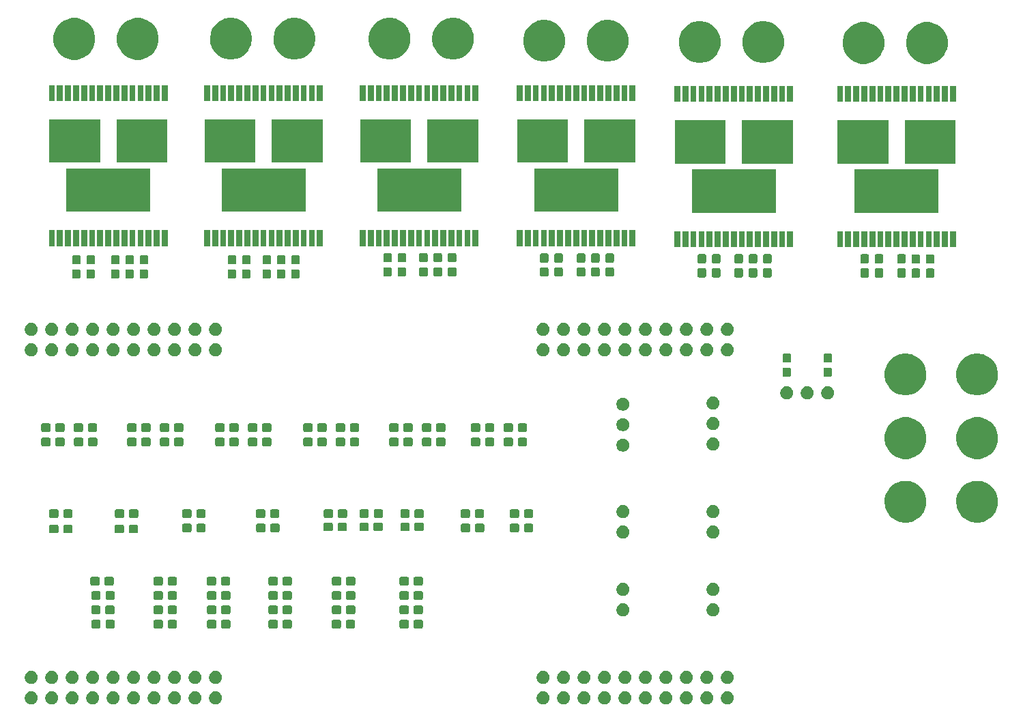
<source format=gbr>
G04 #@! TF.GenerationSoftware,KiCad,Pcbnew,(5.1.4)-1*
G04 #@! TF.CreationDate,2020-11-26T11:17:14-06:00*
G04 #@! TF.ProjectId,ScienceMotorController,53636965-6e63-4654-9d6f-746f72436f6e,rev?*
G04 #@! TF.SameCoordinates,Original*
G04 #@! TF.FileFunction,Soldermask,Top*
G04 #@! TF.FilePolarity,Negative*
%FSLAX46Y46*%
G04 Gerber Fmt 4.6, Leading zero omitted, Abs format (unit mm)*
G04 Created by KiCad (PCBNEW (5.1.4)-1) date 2020-11-26 11:17:14*
%MOMM*%
%LPD*%
G04 APERTURE LIST*
%ADD10C,0.100000*%
G04 APERTURE END LIST*
D10*
G36*
X122410560Y-131554166D02*
G01*
X122558153Y-131615301D01*
X122690982Y-131704055D01*
X122803945Y-131817018D01*
X122892699Y-131949847D01*
X122953834Y-132097440D01*
X122985000Y-132254123D01*
X122985000Y-132413877D01*
X122953834Y-132570560D01*
X122892699Y-132718153D01*
X122803945Y-132850982D01*
X122690982Y-132963945D01*
X122558153Y-133052699D01*
X122558152Y-133052700D01*
X122558151Y-133052700D01*
X122410560Y-133113834D01*
X122253878Y-133145000D01*
X122094122Y-133145000D01*
X121937440Y-133113834D01*
X121789849Y-133052700D01*
X121789848Y-133052700D01*
X121789847Y-133052699D01*
X121657018Y-132963945D01*
X121544055Y-132850982D01*
X121455301Y-132718153D01*
X121394166Y-132570560D01*
X121363000Y-132413877D01*
X121363000Y-132254123D01*
X121394166Y-132097440D01*
X121455301Y-131949847D01*
X121544055Y-131817018D01*
X121657018Y-131704055D01*
X121789847Y-131615301D01*
X121937440Y-131554166D01*
X122094122Y-131523000D01*
X122253878Y-131523000D01*
X122410560Y-131554166D01*
X122410560Y-131554166D01*
G37*
G36*
X36050560Y-131554166D02*
G01*
X36198153Y-131615301D01*
X36330982Y-131704055D01*
X36443945Y-131817018D01*
X36532699Y-131949847D01*
X36593834Y-132097440D01*
X36625000Y-132254123D01*
X36625000Y-132413877D01*
X36593834Y-132570560D01*
X36532699Y-132718153D01*
X36443945Y-132850982D01*
X36330982Y-132963945D01*
X36198153Y-133052699D01*
X36198152Y-133052700D01*
X36198151Y-133052700D01*
X36050560Y-133113834D01*
X35893878Y-133145000D01*
X35734122Y-133145000D01*
X35577440Y-133113834D01*
X35429849Y-133052700D01*
X35429848Y-133052700D01*
X35429847Y-133052699D01*
X35297018Y-132963945D01*
X35184055Y-132850982D01*
X35095301Y-132718153D01*
X35034166Y-132570560D01*
X35003000Y-132413877D01*
X35003000Y-132254123D01*
X35034166Y-132097440D01*
X35095301Y-131949847D01*
X35184055Y-131817018D01*
X35297018Y-131704055D01*
X35429847Y-131615301D01*
X35577440Y-131554166D01*
X35734122Y-131523000D01*
X35893878Y-131523000D01*
X36050560Y-131554166D01*
X36050560Y-131554166D01*
G37*
G36*
X99550560Y-131554166D02*
G01*
X99698153Y-131615301D01*
X99830982Y-131704055D01*
X99943945Y-131817018D01*
X100032699Y-131949847D01*
X100093834Y-132097440D01*
X100125000Y-132254123D01*
X100125000Y-132413877D01*
X100093834Y-132570560D01*
X100032699Y-132718153D01*
X99943945Y-132850982D01*
X99830982Y-132963945D01*
X99698153Y-133052699D01*
X99698152Y-133052700D01*
X99698151Y-133052700D01*
X99550560Y-133113834D01*
X99393878Y-133145000D01*
X99234122Y-133145000D01*
X99077440Y-133113834D01*
X98929849Y-133052700D01*
X98929848Y-133052700D01*
X98929847Y-133052699D01*
X98797018Y-132963945D01*
X98684055Y-132850982D01*
X98595301Y-132718153D01*
X98534166Y-132570560D01*
X98503000Y-132413877D01*
X98503000Y-132254123D01*
X98534166Y-132097440D01*
X98595301Y-131949847D01*
X98684055Y-131817018D01*
X98797018Y-131704055D01*
X98929847Y-131615301D01*
X99077440Y-131554166D01*
X99234122Y-131523000D01*
X99393878Y-131523000D01*
X99550560Y-131554166D01*
X99550560Y-131554166D01*
G37*
G36*
X114790560Y-131554166D02*
G01*
X114938153Y-131615301D01*
X115070982Y-131704055D01*
X115183945Y-131817018D01*
X115272699Y-131949847D01*
X115333834Y-132097440D01*
X115365000Y-132254123D01*
X115365000Y-132413877D01*
X115333834Y-132570560D01*
X115272699Y-132718153D01*
X115183945Y-132850982D01*
X115070982Y-132963945D01*
X114938153Y-133052699D01*
X114938152Y-133052700D01*
X114938151Y-133052700D01*
X114790560Y-133113834D01*
X114633878Y-133145000D01*
X114474122Y-133145000D01*
X114317440Y-133113834D01*
X114169849Y-133052700D01*
X114169848Y-133052700D01*
X114169847Y-133052699D01*
X114037018Y-132963945D01*
X113924055Y-132850982D01*
X113835301Y-132718153D01*
X113774166Y-132570560D01*
X113743000Y-132413877D01*
X113743000Y-132254123D01*
X113774166Y-132097440D01*
X113835301Y-131949847D01*
X113924055Y-131817018D01*
X114037018Y-131704055D01*
X114169847Y-131615301D01*
X114317440Y-131554166D01*
X114474122Y-131523000D01*
X114633878Y-131523000D01*
X114790560Y-131554166D01*
X114790560Y-131554166D01*
G37*
G36*
X102090560Y-131554166D02*
G01*
X102238153Y-131615301D01*
X102370982Y-131704055D01*
X102483945Y-131817018D01*
X102572699Y-131949847D01*
X102633834Y-132097440D01*
X102665000Y-132254123D01*
X102665000Y-132413877D01*
X102633834Y-132570560D01*
X102572699Y-132718153D01*
X102483945Y-132850982D01*
X102370982Y-132963945D01*
X102238153Y-133052699D01*
X102238152Y-133052700D01*
X102238151Y-133052700D01*
X102090560Y-133113834D01*
X101933878Y-133145000D01*
X101774122Y-133145000D01*
X101617440Y-133113834D01*
X101469849Y-133052700D01*
X101469848Y-133052700D01*
X101469847Y-133052699D01*
X101337018Y-132963945D01*
X101224055Y-132850982D01*
X101135301Y-132718153D01*
X101074166Y-132570560D01*
X101043000Y-132413877D01*
X101043000Y-132254123D01*
X101074166Y-132097440D01*
X101135301Y-131949847D01*
X101224055Y-131817018D01*
X101337018Y-131704055D01*
X101469847Y-131615301D01*
X101617440Y-131554166D01*
X101774122Y-131523000D01*
X101933878Y-131523000D01*
X102090560Y-131554166D01*
X102090560Y-131554166D01*
G37*
G36*
X104630560Y-131554166D02*
G01*
X104778153Y-131615301D01*
X104910982Y-131704055D01*
X105023945Y-131817018D01*
X105112699Y-131949847D01*
X105173834Y-132097440D01*
X105205000Y-132254123D01*
X105205000Y-132413877D01*
X105173834Y-132570560D01*
X105112699Y-132718153D01*
X105023945Y-132850982D01*
X104910982Y-132963945D01*
X104778153Y-133052699D01*
X104778152Y-133052700D01*
X104778151Y-133052700D01*
X104630560Y-133113834D01*
X104473878Y-133145000D01*
X104314122Y-133145000D01*
X104157440Y-133113834D01*
X104009849Y-133052700D01*
X104009848Y-133052700D01*
X104009847Y-133052699D01*
X103877018Y-132963945D01*
X103764055Y-132850982D01*
X103675301Y-132718153D01*
X103614166Y-132570560D01*
X103583000Y-132413877D01*
X103583000Y-132254123D01*
X103614166Y-132097440D01*
X103675301Y-131949847D01*
X103764055Y-131817018D01*
X103877018Y-131704055D01*
X104009847Y-131615301D01*
X104157440Y-131554166D01*
X104314122Y-131523000D01*
X104473878Y-131523000D01*
X104630560Y-131554166D01*
X104630560Y-131554166D01*
G37*
G36*
X107170560Y-131554166D02*
G01*
X107318153Y-131615301D01*
X107450982Y-131704055D01*
X107563945Y-131817018D01*
X107652699Y-131949847D01*
X107713834Y-132097440D01*
X107745000Y-132254123D01*
X107745000Y-132413877D01*
X107713834Y-132570560D01*
X107652699Y-132718153D01*
X107563945Y-132850982D01*
X107450982Y-132963945D01*
X107318153Y-133052699D01*
X107318152Y-133052700D01*
X107318151Y-133052700D01*
X107170560Y-133113834D01*
X107013878Y-133145000D01*
X106854122Y-133145000D01*
X106697440Y-133113834D01*
X106549849Y-133052700D01*
X106549848Y-133052700D01*
X106549847Y-133052699D01*
X106417018Y-132963945D01*
X106304055Y-132850982D01*
X106215301Y-132718153D01*
X106154166Y-132570560D01*
X106123000Y-132413877D01*
X106123000Y-132254123D01*
X106154166Y-132097440D01*
X106215301Y-131949847D01*
X106304055Y-131817018D01*
X106417018Y-131704055D01*
X106549847Y-131615301D01*
X106697440Y-131554166D01*
X106854122Y-131523000D01*
X107013878Y-131523000D01*
X107170560Y-131554166D01*
X107170560Y-131554166D01*
G37*
G36*
X109710560Y-131554166D02*
G01*
X109858153Y-131615301D01*
X109990982Y-131704055D01*
X110103945Y-131817018D01*
X110192699Y-131949847D01*
X110253834Y-132097440D01*
X110285000Y-132254123D01*
X110285000Y-132413877D01*
X110253834Y-132570560D01*
X110192699Y-132718153D01*
X110103945Y-132850982D01*
X109990982Y-132963945D01*
X109858153Y-133052699D01*
X109858152Y-133052700D01*
X109858151Y-133052700D01*
X109710560Y-133113834D01*
X109553878Y-133145000D01*
X109394122Y-133145000D01*
X109237440Y-133113834D01*
X109089849Y-133052700D01*
X109089848Y-133052700D01*
X109089847Y-133052699D01*
X108957018Y-132963945D01*
X108844055Y-132850982D01*
X108755301Y-132718153D01*
X108694166Y-132570560D01*
X108663000Y-132413877D01*
X108663000Y-132254123D01*
X108694166Y-132097440D01*
X108755301Y-131949847D01*
X108844055Y-131817018D01*
X108957018Y-131704055D01*
X109089847Y-131615301D01*
X109237440Y-131554166D01*
X109394122Y-131523000D01*
X109553878Y-131523000D01*
X109710560Y-131554166D01*
X109710560Y-131554166D01*
G37*
G36*
X112250560Y-131554166D02*
G01*
X112398153Y-131615301D01*
X112530982Y-131704055D01*
X112643945Y-131817018D01*
X112732699Y-131949847D01*
X112793834Y-132097440D01*
X112825000Y-132254123D01*
X112825000Y-132413877D01*
X112793834Y-132570560D01*
X112732699Y-132718153D01*
X112643945Y-132850982D01*
X112530982Y-132963945D01*
X112398153Y-133052699D01*
X112398152Y-133052700D01*
X112398151Y-133052700D01*
X112250560Y-133113834D01*
X112093878Y-133145000D01*
X111934122Y-133145000D01*
X111777440Y-133113834D01*
X111629849Y-133052700D01*
X111629848Y-133052700D01*
X111629847Y-133052699D01*
X111497018Y-132963945D01*
X111384055Y-132850982D01*
X111295301Y-132718153D01*
X111234166Y-132570560D01*
X111203000Y-132413877D01*
X111203000Y-132254123D01*
X111234166Y-132097440D01*
X111295301Y-131949847D01*
X111384055Y-131817018D01*
X111497018Y-131704055D01*
X111629847Y-131615301D01*
X111777440Y-131554166D01*
X111934122Y-131523000D01*
X112093878Y-131523000D01*
X112250560Y-131554166D01*
X112250560Y-131554166D01*
G37*
G36*
X117330560Y-131554166D02*
G01*
X117478153Y-131615301D01*
X117610982Y-131704055D01*
X117723945Y-131817018D01*
X117812699Y-131949847D01*
X117873834Y-132097440D01*
X117905000Y-132254123D01*
X117905000Y-132413877D01*
X117873834Y-132570560D01*
X117812699Y-132718153D01*
X117723945Y-132850982D01*
X117610982Y-132963945D01*
X117478153Y-133052699D01*
X117478152Y-133052700D01*
X117478151Y-133052700D01*
X117330560Y-133113834D01*
X117173878Y-133145000D01*
X117014122Y-133145000D01*
X116857440Y-133113834D01*
X116709849Y-133052700D01*
X116709848Y-133052700D01*
X116709847Y-133052699D01*
X116577018Y-132963945D01*
X116464055Y-132850982D01*
X116375301Y-132718153D01*
X116314166Y-132570560D01*
X116283000Y-132413877D01*
X116283000Y-132254123D01*
X116314166Y-132097440D01*
X116375301Y-131949847D01*
X116464055Y-131817018D01*
X116577018Y-131704055D01*
X116709847Y-131615301D01*
X116857440Y-131554166D01*
X117014122Y-131523000D01*
X117173878Y-131523000D01*
X117330560Y-131554166D01*
X117330560Y-131554166D01*
G37*
G36*
X119870560Y-131554166D02*
G01*
X120018153Y-131615301D01*
X120150982Y-131704055D01*
X120263945Y-131817018D01*
X120352699Y-131949847D01*
X120413834Y-132097440D01*
X120445000Y-132254123D01*
X120445000Y-132413877D01*
X120413834Y-132570560D01*
X120352699Y-132718153D01*
X120263945Y-132850982D01*
X120150982Y-132963945D01*
X120018153Y-133052699D01*
X120018152Y-133052700D01*
X120018151Y-133052700D01*
X119870560Y-133113834D01*
X119713878Y-133145000D01*
X119554122Y-133145000D01*
X119397440Y-133113834D01*
X119249849Y-133052700D01*
X119249848Y-133052700D01*
X119249847Y-133052699D01*
X119117018Y-132963945D01*
X119004055Y-132850982D01*
X118915301Y-132718153D01*
X118854166Y-132570560D01*
X118823000Y-132413877D01*
X118823000Y-132254123D01*
X118854166Y-132097440D01*
X118915301Y-131949847D01*
X119004055Y-131817018D01*
X119117018Y-131704055D01*
X119249847Y-131615301D01*
X119397440Y-131554166D01*
X119554122Y-131523000D01*
X119713878Y-131523000D01*
X119870560Y-131554166D01*
X119870560Y-131554166D01*
G37*
G36*
X41130560Y-131554166D02*
G01*
X41278153Y-131615301D01*
X41410982Y-131704055D01*
X41523945Y-131817018D01*
X41612699Y-131949847D01*
X41673834Y-132097440D01*
X41705000Y-132254123D01*
X41705000Y-132413877D01*
X41673834Y-132570560D01*
X41612699Y-132718153D01*
X41523945Y-132850982D01*
X41410982Y-132963945D01*
X41278153Y-133052699D01*
X41278152Y-133052700D01*
X41278151Y-133052700D01*
X41130560Y-133113834D01*
X40973878Y-133145000D01*
X40814122Y-133145000D01*
X40657440Y-133113834D01*
X40509849Y-133052700D01*
X40509848Y-133052700D01*
X40509847Y-133052699D01*
X40377018Y-132963945D01*
X40264055Y-132850982D01*
X40175301Y-132718153D01*
X40114166Y-132570560D01*
X40083000Y-132413877D01*
X40083000Y-132254123D01*
X40114166Y-132097440D01*
X40175301Y-131949847D01*
X40264055Y-131817018D01*
X40377018Y-131704055D01*
X40509847Y-131615301D01*
X40657440Y-131554166D01*
X40814122Y-131523000D01*
X40973878Y-131523000D01*
X41130560Y-131554166D01*
X41130560Y-131554166D01*
G37*
G36*
X38590560Y-131554166D02*
G01*
X38738153Y-131615301D01*
X38870982Y-131704055D01*
X38983945Y-131817018D01*
X39072699Y-131949847D01*
X39133834Y-132097440D01*
X39165000Y-132254123D01*
X39165000Y-132413877D01*
X39133834Y-132570560D01*
X39072699Y-132718153D01*
X38983945Y-132850982D01*
X38870982Y-132963945D01*
X38738153Y-133052699D01*
X38738152Y-133052700D01*
X38738151Y-133052700D01*
X38590560Y-133113834D01*
X38433878Y-133145000D01*
X38274122Y-133145000D01*
X38117440Y-133113834D01*
X37969849Y-133052700D01*
X37969848Y-133052700D01*
X37969847Y-133052699D01*
X37837018Y-132963945D01*
X37724055Y-132850982D01*
X37635301Y-132718153D01*
X37574166Y-132570560D01*
X37543000Y-132413877D01*
X37543000Y-132254123D01*
X37574166Y-132097440D01*
X37635301Y-131949847D01*
X37724055Y-131817018D01*
X37837018Y-131704055D01*
X37969847Y-131615301D01*
X38117440Y-131554166D01*
X38274122Y-131523000D01*
X38433878Y-131523000D01*
X38590560Y-131554166D01*
X38590560Y-131554166D01*
G37*
G36*
X58910560Y-131554166D02*
G01*
X59058153Y-131615301D01*
X59190982Y-131704055D01*
X59303945Y-131817018D01*
X59392699Y-131949847D01*
X59453834Y-132097440D01*
X59485000Y-132254123D01*
X59485000Y-132413877D01*
X59453834Y-132570560D01*
X59392699Y-132718153D01*
X59303945Y-132850982D01*
X59190982Y-132963945D01*
X59058153Y-133052699D01*
X59058152Y-133052700D01*
X59058151Y-133052700D01*
X58910560Y-133113834D01*
X58753878Y-133145000D01*
X58594122Y-133145000D01*
X58437440Y-133113834D01*
X58289849Y-133052700D01*
X58289848Y-133052700D01*
X58289847Y-133052699D01*
X58157018Y-132963945D01*
X58044055Y-132850982D01*
X57955301Y-132718153D01*
X57894166Y-132570560D01*
X57863000Y-132413877D01*
X57863000Y-132254123D01*
X57894166Y-132097440D01*
X57955301Y-131949847D01*
X58044055Y-131817018D01*
X58157018Y-131704055D01*
X58289847Y-131615301D01*
X58437440Y-131554166D01*
X58594122Y-131523000D01*
X58753878Y-131523000D01*
X58910560Y-131554166D01*
X58910560Y-131554166D01*
G37*
G36*
X56370560Y-131554166D02*
G01*
X56518153Y-131615301D01*
X56650982Y-131704055D01*
X56763945Y-131817018D01*
X56852699Y-131949847D01*
X56913834Y-132097440D01*
X56945000Y-132254123D01*
X56945000Y-132413877D01*
X56913834Y-132570560D01*
X56852699Y-132718153D01*
X56763945Y-132850982D01*
X56650982Y-132963945D01*
X56518153Y-133052699D01*
X56518152Y-133052700D01*
X56518151Y-133052700D01*
X56370560Y-133113834D01*
X56213878Y-133145000D01*
X56054122Y-133145000D01*
X55897440Y-133113834D01*
X55749849Y-133052700D01*
X55749848Y-133052700D01*
X55749847Y-133052699D01*
X55617018Y-132963945D01*
X55504055Y-132850982D01*
X55415301Y-132718153D01*
X55354166Y-132570560D01*
X55323000Y-132413877D01*
X55323000Y-132254123D01*
X55354166Y-132097440D01*
X55415301Y-131949847D01*
X55504055Y-131817018D01*
X55617018Y-131704055D01*
X55749847Y-131615301D01*
X55897440Y-131554166D01*
X56054122Y-131523000D01*
X56213878Y-131523000D01*
X56370560Y-131554166D01*
X56370560Y-131554166D01*
G37*
G36*
X53830560Y-131554166D02*
G01*
X53978153Y-131615301D01*
X54110982Y-131704055D01*
X54223945Y-131817018D01*
X54312699Y-131949847D01*
X54373834Y-132097440D01*
X54405000Y-132254123D01*
X54405000Y-132413877D01*
X54373834Y-132570560D01*
X54312699Y-132718153D01*
X54223945Y-132850982D01*
X54110982Y-132963945D01*
X53978153Y-133052699D01*
X53978152Y-133052700D01*
X53978151Y-133052700D01*
X53830560Y-133113834D01*
X53673878Y-133145000D01*
X53514122Y-133145000D01*
X53357440Y-133113834D01*
X53209849Y-133052700D01*
X53209848Y-133052700D01*
X53209847Y-133052699D01*
X53077018Y-132963945D01*
X52964055Y-132850982D01*
X52875301Y-132718153D01*
X52814166Y-132570560D01*
X52783000Y-132413877D01*
X52783000Y-132254123D01*
X52814166Y-132097440D01*
X52875301Y-131949847D01*
X52964055Y-131817018D01*
X53077018Y-131704055D01*
X53209847Y-131615301D01*
X53357440Y-131554166D01*
X53514122Y-131523000D01*
X53673878Y-131523000D01*
X53830560Y-131554166D01*
X53830560Y-131554166D01*
G37*
G36*
X51290560Y-131554166D02*
G01*
X51438153Y-131615301D01*
X51570982Y-131704055D01*
X51683945Y-131817018D01*
X51772699Y-131949847D01*
X51833834Y-132097440D01*
X51865000Y-132254123D01*
X51865000Y-132413877D01*
X51833834Y-132570560D01*
X51772699Y-132718153D01*
X51683945Y-132850982D01*
X51570982Y-132963945D01*
X51438153Y-133052699D01*
X51438152Y-133052700D01*
X51438151Y-133052700D01*
X51290560Y-133113834D01*
X51133878Y-133145000D01*
X50974122Y-133145000D01*
X50817440Y-133113834D01*
X50669849Y-133052700D01*
X50669848Y-133052700D01*
X50669847Y-133052699D01*
X50537018Y-132963945D01*
X50424055Y-132850982D01*
X50335301Y-132718153D01*
X50274166Y-132570560D01*
X50243000Y-132413877D01*
X50243000Y-132254123D01*
X50274166Y-132097440D01*
X50335301Y-131949847D01*
X50424055Y-131817018D01*
X50537018Y-131704055D01*
X50669847Y-131615301D01*
X50817440Y-131554166D01*
X50974122Y-131523000D01*
X51133878Y-131523000D01*
X51290560Y-131554166D01*
X51290560Y-131554166D01*
G37*
G36*
X48750560Y-131554166D02*
G01*
X48898153Y-131615301D01*
X49030982Y-131704055D01*
X49143945Y-131817018D01*
X49232699Y-131949847D01*
X49293834Y-132097440D01*
X49325000Y-132254123D01*
X49325000Y-132413877D01*
X49293834Y-132570560D01*
X49232699Y-132718153D01*
X49143945Y-132850982D01*
X49030982Y-132963945D01*
X48898153Y-133052699D01*
X48898152Y-133052700D01*
X48898151Y-133052700D01*
X48750560Y-133113834D01*
X48593878Y-133145000D01*
X48434122Y-133145000D01*
X48277440Y-133113834D01*
X48129849Y-133052700D01*
X48129848Y-133052700D01*
X48129847Y-133052699D01*
X47997018Y-132963945D01*
X47884055Y-132850982D01*
X47795301Y-132718153D01*
X47734166Y-132570560D01*
X47703000Y-132413877D01*
X47703000Y-132254123D01*
X47734166Y-132097440D01*
X47795301Y-131949847D01*
X47884055Y-131817018D01*
X47997018Y-131704055D01*
X48129847Y-131615301D01*
X48277440Y-131554166D01*
X48434122Y-131523000D01*
X48593878Y-131523000D01*
X48750560Y-131554166D01*
X48750560Y-131554166D01*
G37*
G36*
X46210560Y-131554166D02*
G01*
X46358153Y-131615301D01*
X46490982Y-131704055D01*
X46603945Y-131817018D01*
X46692699Y-131949847D01*
X46753834Y-132097440D01*
X46785000Y-132254123D01*
X46785000Y-132413877D01*
X46753834Y-132570560D01*
X46692699Y-132718153D01*
X46603945Y-132850982D01*
X46490982Y-132963945D01*
X46358153Y-133052699D01*
X46358152Y-133052700D01*
X46358151Y-133052700D01*
X46210560Y-133113834D01*
X46053878Y-133145000D01*
X45894122Y-133145000D01*
X45737440Y-133113834D01*
X45589849Y-133052700D01*
X45589848Y-133052700D01*
X45589847Y-133052699D01*
X45457018Y-132963945D01*
X45344055Y-132850982D01*
X45255301Y-132718153D01*
X45194166Y-132570560D01*
X45163000Y-132413877D01*
X45163000Y-132254123D01*
X45194166Y-132097440D01*
X45255301Y-131949847D01*
X45344055Y-131817018D01*
X45457018Y-131704055D01*
X45589847Y-131615301D01*
X45737440Y-131554166D01*
X45894122Y-131523000D01*
X46053878Y-131523000D01*
X46210560Y-131554166D01*
X46210560Y-131554166D01*
G37*
G36*
X43670560Y-131554166D02*
G01*
X43818153Y-131615301D01*
X43950982Y-131704055D01*
X44063945Y-131817018D01*
X44152699Y-131949847D01*
X44213834Y-132097440D01*
X44245000Y-132254123D01*
X44245000Y-132413877D01*
X44213834Y-132570560D01*
X44152699Y-132718153D01*
X44063945Y-132850982D01*
X43950982Y-132963945D01*
X43818153Y-133052699D01*
X43818152Y-133052700D01*
X43818151Y-133052700D01*
X43670560Y-133113834D01*
X43513878Y-133145000D01*
X43354122Y-133145000D01*
X43197440Y-133113834D01*
X43049849Y-133052700D01*
X43049848Y-133052700D01*
X43049847Y-133052699D01*
X42917018Y-132963945D01*
X42804055Y-132850982D01*
X42715301Y-132718153D01*
X42654166Y-132570560D01*
X42623000Y-132413877D01*
X42623000Y-132254123D01*
X42654166Y-132097440D01*
X42715301Y-131949847D01*
X42804055Y-131817018D01*
X42917018Y-131704055D01*
X43049847Y-131615301D01*
X43197440Y-131554166D01*
X43354122Y-131523000D01*
X43513878Y-131523000D01*
X43670560Y-131554166D01*
X43670560Y-131554166D01*
G37*
G36*
X46210560Y-129014166D02*
G01*
X46358153Y-129075301D01*
X46490982Y-129164055D01*
X46603945Y-129277018D01*
X46692699Y-129409847D01*
X46753834Y-129557440D01*
X46785000Y-129714123D01*
X46785000Y-129873877D01*
X46753834Y-130030560D01*
X46692699Y-130178153D01*
X46603945Y-130310982D01*
X46490982Y-130423945D01*
X46358153Y-130512699D01*
X46358152Y-130512700D01*
X46358151Y-130512700D01*
X46210560Y-130573834D01*
X46053878Y-130605000D01*
X45894122Y-130605000D01*
X45737440Y-130573834D01*
X45589849Y-130512700D01*
X45589848Y-130512700D01*
X45589847Y-130512699D01*
X45457018Y-130423945D01*
X45344055Y-130310982D01*
X45255301Y-130178153D01*
X45194166Y-130030560D01*
X45163000Y-129873877D01*
X45163000Y-129714123D01*
X45194166Y-129557440D01*
X45255301Y-129409847D01*
X45344055Y-129277018D01*
X45457018Y-129164055D01*
X45589847Y-129075301D01*
X45737440Y-129014166D01*
X45894122Y-128983000D01*
X46053878Y-128983000D01*
X46210560Y-129014166D01*
X46210560Y-129014166D01*
G37*
G36*
X109710560Y-129014166D02*
G01*
X109858153Y-129075301D01*
X109990982Y-129164055D01*
X110103945Y-129277018D01*
X110192699Y-129409847D01*
X110253834Y-129557440D01*
X110285000Y-129714123D01*
X110285000Y-129873877D01*
X110253834Y-130030560D01*
X110192699Y-130178153D01*
X110103945Y-130310982D01*
X109990982Y-130423945D01*
X109858153Y-130512699D01*
X109858152Y-130512700D01*
X109858151Y-130512700D01*
X109710560Y-130573834D01*
X109553878Y-130605000D01*
X109394122Y-130605000D01*
X109237440Y-130573834D01*
X109089849Y-130512700D01*
X109089848Y-130512700D01*
X109089847Y-130512699D01*
X108957018Y-130423945D01*
X108844055Y-130310982D01*
X108755301Y-130178153D01*
X108694166Y-130030560D01*
X108663000Y-129873877D01*
X108663000Y-129714123D01*
X108694166Y-129557440D01*
X108755301Y-129409847D01*
X108844055Y-129277018D01*
X108957018Y-129164055D01*
X109089847Y-129075301D01*
X109237440Y-129014166D01*
X109394122Y-128983000D01*
X109553878Y-128983000D01*
X109710560Y-129014166D01*
X109710560Y-129014166D01*
G37*
G36*
X112250560Y-129014166D02*
G01*
X112398153Y-129075301D01*
X112530982Y-129164055D01*
X112643945Y-129277018D01*
X112732699Y-129409847D01*
X112793834Y-129557440D01*
X112825000Y-129714123D01*
X112825000Y-129873877D01*
X112793834Y-130030560D01*
X112732699Y-130178153D01*
X112643945Y-130310982D01*
X112530982Y-130423945D01*
X112398153Y-130512699D01*
X112398152Y-130512700D01*
X112398151Y-130512700D01*
X112250560Y-130573834D01*
X112093878Y-130605000D01*
X111934122Y-130605000D01*
X111777440Y-130573834D01*
X111629849Y-130512700D01*
X111629848Y-130512700D01*
X111629847Y-130512699D01*
X111497018Y-130423945D01*
X111384055Y-130310982D01*
X111295301Y-130178153D01*
X111234166Y-130030560D01*
X111203000Y-129873877D01*
X111203000Y-129714123D01*
X111234166Y-129557440D01*
X111295301Y-129409847D01*
X111384055Y-129277018D01*
X111497018Y-129164055D01*
X111629847Y-129075301D01*
X111777440Y-129014166D01*
X111934122Y-128983000D01*
X112093878Y-128983000D01*
X112250560Y-129014166D01*
X112250560Y-129014166D01*
G37*
G36*
X99550560Y-129014166D02*
G01*
X99698153Y-129075301D01*
X99830982Y-129164055D01*
X99943945Y-129277018D01*
X100032699Y-129409847D01*
X100093834Y-129557440D01*
X100125000Y-129714123D01*
X100125000Y-129873877D01*
X100093834Y-130030560D01*
X100032699Y-130178153D01*
X99943945Y-130310982D01*
X99830982Y-130423945D01*
X99698153Y-130512699D01*
X99698152Y-130512700D01*
X99698151Y-130512700D01*
X99550560Y-130573834D01*
X99393878Y-130605000D01*
X99234122Y-130605000D01*
X99077440Y-130573834D01*
X98929849Y-130512700D01*
X98929848Y-130512700D01*
X98929847Y-130512699D01*
X98797018Y-130423945D01*
X98684055Y-130310982D01*
X98595301Y-130178153D01*
X98534166Y-130030560D01*
X98503000Y-129873877D01*
X98503000Y-129714123D01*
X98534166Y-129557440D01*
X98595301Y-129409847D01*
X98684055Y-129277018D01*
X98797018Y-129164055D01*
X98929847Y-129075301D01*
X99077440Y-129014166D01*
X99234122Y-128983000D01*
X99393878Y-128983000D01*
X99550560Y-129014166D01*
X99550560Y-129014166D01*
G37*
G36*
X102090560Y-129014166D02*
G01*
X102238153Y-129075301D01*
X102370982Y-129164055D01*
X102483945Y-129277018D01*
X102572699Y-129409847D01*
X102633834Y-129557440D01*
X102665000Y-129714123D01*
X102665000Y-129873877D01*
X102633834Y-130030560D01*
X102572699Y-130178153D01*
X102483945Y-130310982D01*
X102370982Y-130423945D01*
X102238153Y-130512699D01*
X102238152Y-130512700D01*
X102238151Y-130512700D01*
X102090560Y-130573834D01*
X101933878Y-130605000D01*
X101774122Y-130605000D01*
X101617440Y-130573834D01*
X101469849Y-130512700D01*
X101469848Y-130512700D01*
X101469847Y-130512699D01*
X101337018Y-130423945D01*
X101224055Y-130310982D01*
X101135301Y-130178153D01*
X101074166Y-130030560D01*
X101043000Y-129873877D01*
X101043000Y-129714123D01*
X101074166Y-129557440D01*
X101135301Y-129409847D01*
X101224055Y-129277018D01*
X101337018Y-129164055D01*
X101469847Y-129075301D01*
X101617440Y-129014166D01*
X101774122Y-128983000D01*
X101933878Y-128983000D01*
X102090560Y-129014166D01*
X102090560Y-129014166D01*
G37*
G36*
X104630560Y-129014166D02*
G01*
X104778153Y-129075301D01*
X104910982Y-129164055D01*
X105023945Y-129277018D01*
X105112699Y-129409847D01*
X105173834Y-129557440D01*
X105205000Y-129714123D01*
X105205000Y-129873877D01*
X105173834Y-130030560D01*
X105112699Y-130178153D01*
X105023945Y-130310982D01*
X104910982Y-130423945D01*
X104778153Y-130512699D01*
X104778152Y-130512700D01*
X104778151Y-130512700D01*
X104630560Y-130573834D01*
X104473878Y-130605000D01*
X104314122Y-130605000D01*
X104157440Y-130573834D01*
X104009849Y-130512700D01*
X104009848Y-130512700D01*
X104009847Y-130512699D01*
X103877018Y-130423945D01*
X103764055Y-130310982D01*
X103675301Y-130178153D01*
X103614166Y-130030560D01*
X103583000Y-129873877D01*
X103583000Y-129714123D01*
X103614166Y-129557440D01*
X103675301Y-129409847D01*
X103764055Y-129277018D01*
X103877018Y-129164055D01*
X104009847Y-129075301D01*
X104157440Y-129014166D01*
X104314122Y-128983000D01*
X104473878Y-128983000D01*
X104630560Y-129014166D01*
X104630560Y-129014166D01*
G37*
G36*
X107170560Y-129014166D02*
G01*
X107318153Y-129075301D01*
X107450982Y-129164055D01*
X107563945Y-129277018D01*
X107652699Y-129409847D01*
X107713834Y-129557440D01*
X107745000Y-129714123D01*
X107745000Y-129873877D01*
X107713834Y-130030560D01*
X107652699Y-130178153D01*
X107563945Y-130310982D01*
X107450982Y-130423945D01*
X107318153Y-130512699D01*
X107318152Y-130512700D01*
X107318151Y-130512700D01*
X107170560Y-130573834D01*
X107013878Y-130605000D01*
X106854122Y-130605000D01*
X106697440Y-130573834D01*
X106549849Y-130512700D01*
X106549848Y-130512700D01*
X106549847Y-130512699D01*
X106417018Y-130423945D01*
X106304055Y-130310982D01*
X106215301Y-130178153D01*
X106154166Y-130030560D01*
X106123000Y-129873877D01*
X106123000Y-129714123D01*
X106154166Y-129557440D01*
X106215301Y-129409847D01*
X106304055Y-129277018D01*
X106417018Y-129164055D01*
X106549847Y-129075301D01*
X106697440Y-129014166D01*
X106854122Y-128983000D01*
X107013878Y-128983000D01*
X107170560Y-129014166D01*
X107170560Y-129014166D01*
G37*
G36*
X117330560Y-129014166D02*
G01*
X117478153Y-129075301D01*
X117610982Y-129164055D01*
X117723945Y-129277018D01*
X117812699Y-129409847D01*
X117873834Y-129557440D01*
X117905000Y-129714123D01*
X117905000Y-129873877D01*
X117873834Y-130030560D01*
X117812699Y-130178153D01*
X117723945Y-130310982D01*
X117610982Y-130423945D01*
X117478153Y-130512699D01*
X117478152Y-130512700D01*
X117478151Y-130512700D01*
X117330560Y-130573834D01*
X117173878Y-130605000D01*
X117014122Y-130605000D01*
X116857440Y-130573834D01*
X116709849Y-130512700D01*
X116709848Y-130512700D01*
X116709847Y-130512699D01*
X116577018Y-130423945D01*
X116464055Y-130310982D01*
X116375301Y-130178153D01*
X116314166Y-130030560D01*
X116283000Y-129873877D01*
X116283000Y-129714123D01*
X116314166Y-129557440D01*
X116375301Y-129409847D01*
X116464055Y-129277018D01*
X116577018Y-129164055D01*
X116709847Y-129075301D01*
X116857440Y-129014166D01*
X117014122Y-128983000D01*
X117173878Y-128983000D01*
X117330560Y-129014166D01*
X117330560Y-129014166D01*
G37*
G36*
X114790560Y-129014166D02*
G01*
X114938153Y-129075301D01*
X115070982Y-129164055D01*
X115183945Y-129277018D01*
X115272699Y-129409847D01*
X115333834Y-129557440D01*
X115365000Y-129714123D01*
X115365000Y-129873877D01*
X115333834Y-130030560D01*
X115272699Y-130178153D01*
X115183945Y-130310982D01*
X115070982Y-130423945D01*
X114938153Y-130512699D01*
X114938152Y-130512700D01*
X114938151Y-130512700D01*
X114790560Y-130573834D01*
X114633878Y-130605000D01*
X114474122Y-130605000D01*
X114317440Y-130573834D01*
X114169849Y-130512700D01*
X114169848Y-130512700D01*
X114169847Y-130512699D01*
X114037018Y-130423945D01*
X113924055Y-130310982D01*
X113835301Y-130178153D01*
X113774166Y-130030560D01*
X113743000Y-129873877D01*
X113743000Y-129714123D01*
X113774166Y-129557440D01*
X113835301Y-129409847D01*
X113924055Y-129277018D01*
X114037018Y-129164055D01*
X114169847Y-129075301D01*
X114317440Y-129014166D01*
X114474122Y-128983000D01*
X114633878Y-128983000D01*
X114790560Y-129014166D01*
X114790560Y-129014166D01*
G37*
G36*
X38590560Y-129014166D02*
G01*
X38738153Y-129075301D01*
X38870982Y-129164055D01*
X38983945Y-129277018D01*
X39072699Y-129409847D01*
X39133834Y-129557440D01*
X39165000Y-129714123D01*
X39165000Y-129873877D01*
X39133834Y-130030560D01*
X39072699Y-130178153D01*
X38983945Y-130310982D01*
X38870982Y-130423945D01*
X38738153Y-130512699D01*
X38738152Y-130512700D01*
X38738151Y-130512700D01*
X38590560Y-130573834D01*
X38433878Y-130605000D01*
X38274122Y-130605000D01*
X38117440Y-130573834D01*
X37969849Y-130512700D01*
X37969848Y-130512700D01*
X37969847Y-130512699D01*
X37837018Y-130423945D01*
X37724055Y-130310982D01*
X37635301Y-130178153D01*
X37574166Y-130030560D01*
X37543000Y-129873877D01*
X37543000Y-129714123D01*
X37574166Y-129557440D01*
X37635301Y-129409847D01*
X37724055Y-129277018D01*
X37837018Y-129164055D01*
X37969847Y-129075301D01*
X38117440Y-129014166D01*
X38274122Y-128983000D01*
X38433878Y-128983000D01*
X38590560Y-129014166D01*
X38590560Y-129014166D01*
G37*
G36*
X41130560Y-129014166D02*
G01*
X41278153Y-129075301D01*
X41410982Y-129164055D01*
X41523945Y-129277018D01*
X41612699Y-129409847D01*
X41673834Y-129557440D01*
X41705000Y-129714123D01*
X41705000Y-129873877D01*
X41673834Y-130030560D01*
X41612699Y-130178153D01*
X41523945Y-130310982D01*
X41410982Y-130423945D01*
X41278153Y-130512699D01*
X41278152Y-130512700D01*
X41278151Y-130512700D01*
X41130560Y-130573834D01*
X40973878Y-130605000D01*
X40814122Y-130605000D01*
X40657440Y-130573834D01*
X40509849Y-130512700D01*
X40509848Y-130512700D01*
X40509847Y-130512699D01*
X40377018Y-130423945D01*
X40264055Y-130310982D01*
X40175301Y-130178153D01*
X40114166Y-130030560D01*
X40083000Y-129873877D01*
X40083000Y-129714123D01*
X40114166Y-129557440D01*
X40175301Y-129409847D01*
X40264055Y-129277018D01*
X40377018Y-129164055D01*
X40509847Y-129075301D01*
X40657440Y-129014166D01*
X40814122Y-128983000D01*
X40973878Y-128983000D01*
X41130560Y-129014166D01*
X41130560Y-129014166D01*
G37*
G36*
X43670560Y-129014166D02*
G01*
X43818153Y-129075301D01*
X43950982Y-129164055D01*
X44063945Y-129277018D01*
X44152699Y-129409847D01*
X44213834Y-129557440D01*
X44245000Y-129714123D01*
X44245000Y-129873877D01*
X44213834Y-130030560D01*
X44152699Y-130178153D01*
X44063945Y-130310982D01*
X43950982Y-130423945D01*
X43818153Y-130512699D01*
X43818152Y-130512700D01*
X43818151Y-130512700D01*
X43670560Y-130573834D01*
X43513878Y-130605000D01*
X43354122Y-130605000D01*
X43197440Y-130573834D01*
X43049849Y-130512700D01*
X43049848Y-130512700D01*
X43049847Y-130512699D01*
X42917018Y-130423945D01*
X42804055Y-130310982D01*
X42715301Y-130178153D01*
X42654166Y-130030560D01*
X42623000Y-129873877D01*
X42623000Y-129714123D01*
X42654166Y-129557440D01*
X42715301Y-129409847D01*
X42804055Y-129277018D01*
X42917018Y-129164055D01*
X43049847Y-129075301D01*
X43197440Y-129014166D01*
X43354122Y-128983000D01*
X43513878Y-128983000D01*
X43670560Y-129014166D01*
X43670560Y-129014166D01*
G37*
G36*
X48750560Y-129014166D02*
G01*
X48898153Y-129075301D01*
X49030982Y-129164055D01*
X49143945Y-129277018D01*
X49232699Y-129409847D01*
X49293834Y-129557440D01*
X49325000Y-129714123D01*
X49325000Y-129873877D01*
X49293834Y-130030560D01*
X49232699Y-130178153D01*
X49143945Y-130310982D01*
X49030982Y-130423945D01*
X48898153Y-130512699D01*
X48898152Y-130512700D01*
X48898151Y-130512700D01*
X48750560Y-130573834D01*
X48593878Y-130605000D01*
X48434122Y-130605000D01*
X48277440Y-130573834D01*
X48129849Y-130512700D01*
X48129848Y-130512700D01*
X48129847Y-130512699D01*
X47997018Y-130423945D01*
X47884055Y-130310982D01*
X47795301Y-130178153D01*
X47734166Y-130030560D01*
X47703000Y-129873877D01*
X47703000Y-129714123D01*
X47734166Y-129557440D01*
X47795301Y-129409847D01*
X47884055Y-129277018D01*
X47997018Y-129164055D01*
X48129847Y-129075301D01*
X48277440Y-129014166D01*
X48434122Y-128983000D01*
X48593878Y-128983000D01*
X48750560Y-129014166D01*
X48750560Y-129014166D01*
G37*
G36*
X119870560Y-129014166D02*
G01*
X120018153Y-129075301D01*
X120150982Y-129164055D01*
X120263945Y-129277018D01*
X120352699Y-129409847D01*
X120413834Y-129557440D01*
X120445000Y-129714123D01*
X120445000Y-129873877D01*
X120413834Y-130030560D01*
X120352699Y-130178153D01*
X120263945Y-130310982D01*
X120150982Y-130423945D01*
X120018153Y-130512699D01*
X120018152Y-130512700D01*
X120018151Y-130512700D01*
X119870560Y-130573834D01*
X119713878Y-130605000D01*
X119554122Y-130605000D01*
X119397440Y-130573834D01*
X119249849Y-130512700D01*
X119249848Y-130512700D01*
X119249847Y-130512699D01*
X119117018Y-130423945D01*
X119004055Y-130310982D01*
X118915301Y-130178153D01*
X118854166Y-130030560D01*
X118823000Y-129873877D01*
X118823000Y-129714123D01*
X118854166Y-129557440D01*
X118915301Y-129409847D01*
X119004055Y-129277018D01*
X119117018Y-129164055D01*
X119249847Y-129075301D01*
X119397440Y-129014166D01*
X119554122Y-128983000D01*
X119713878Y-128983000D01*
X119870560Y-129014166D01*
X119870560Y-129014166D01*
G37*
G36*
X122410560Y-129014166D02*
G01*
X122558153Y-129075301D01*
X122690982Y-129164055D01*
X122803945Y-129277018D01*
X122892699Y-129409847D01*
X122953834Y-129557440D01*
X122985000Y-129714123D01*
X122985000Y-129873877D01*
X122953834Y-130030560D01*
X122892699Y-130178153D01*
X122803945Y-130310982D01*
X122690982Y-130423945D01*
X122558153Y-130512699D01*
X122558152Y-130512700D01*
X122558151Y-130512700D01*
X122410560Y-130573834D01*
X122253878Y-130605000D01*
X122094122Y-130605000D01*
X121937440Y-130573834D01*
X121789849Y-130512700D01*
X121789848Y-130512700D01*
X121789847Y-130512699D01*
X121657018Y-130423945D01*
X121544055Y-130310982D01*
X121455301Y-130178153D01*
X121394166Y-130030560D01*
X121363000Y-129873877D01*
X121363000Y-129714123D01*
X121394166Y-129557440D01*
X121455301Y-129409847D01*
X121544055Y-129277018D01*
X121657018Y-129164055D01*
X121789847Y-129075301D01*
X121937440Y-129014166D01*
X122094122Y-128983000D01*
X122253878Y-128983000D01*
X122410560Y-129014166D01*
X122410560Y-129014166D01*
G37*
G36*
X58910560Y-129014166D02*
G01*
X59058153Y-129075301D01*
X59190982Y-129164055D01*
X59303945Y-129277018D01*
X59392699Y-129409847D01*
X59453834Y-129557440D01*
X59485000Y-129714123D01*
X59485000Y-129873877D01*
X59453834Y-130030560D01*
X59392699Y-130178153D01*
X59303945Y-130310982D01*
X59190982Y-130423945D01*
X59058153Y-130512699D01*
X59058152Y-130512700D01*
X59058151Y-130512700D01*
X58910560Y-130573834D01*
X58753878Y-130605000D01*
X58594122Y-130605000D01*
X58437440Y-130573834D01*
X58289849Y-130512700D01*
X58289848Y-130512700D01*
X58289847Y-130512699D01*
X58157018Y-130423945D01*
X58044055Y-130310982D01*
X57955301Y-130178153D01*
X57894166Y-130030560D01*
X57863000Y-129873877D01*
X57863000Y-129714123D01*
X57894166Y-129557440D01*
X57955301Y-129409847D01*
X58044055Y-129277018D01*
X58157018Y-129164055D01*
X58289847Y-129075301D01*
X58437440Y-129014166D01*
X58594122Y-128983000D01*
X58753878Y-128983000D01*
X58910560Y-129014166D01*
X58910560Y-129014166D01*
G37*
G36*
X36050560Y-129014166D02*
G01*
X36198153Y-129075301D01*
X36330982Y-129164055D01*
X36443945Y-129277018D01*
X36532699Y-129409847D01*
X36593834Y-129557440D01*
X36625000Y-129714123D01*
X36625000Y-129873877D01*
X36593834Y-130030560D01*
X36532699Y-130178153D01*
X36443945Y-130310982D01*
X36330982Y-130423945D01*
X36198153Y-130512699D01*
X36198152Y-130512700D01*
X36198151Y-130512700D01*
X36050560Y-130573834D01*
X35893878Y-130605000D01*
X35734122Y-130605000D01*
X35577440Y-130573834D01*
X35429849Y-130512700D01*
X35429848Y-130512700D01*
X35429847Y-130512699D01*
X35297018Y-130423945D01*
X35184055Y-130310982D01*
X35095301Y-130178153D01*
X35034166Y-130030560D01*
X35003000Y-129873877D01*
X35003000Y-129714123D01*
X35034166Y-129557440D01*
X35095301Y-129409847D01*
X35184055Y-129277018D01*
X35297018Y-129164055D01*
X35429847Y-129075301D01*
X35577440Y-129014166D01*
X35734122Y-128983000D01*
X35893878Y-128983000D01*
X36050560Y-129014166D01*
X36050560Y-129014166D01*
G37*
G36*
X53830560Y-129014166D02*
G01*
X53978153Y-129075301D01*
X54110982Y-129164055D01*
X54223945Y-129277018D01*
X54312699Y-129409847D01*
X54373834Y-129557440D01*
X54405000Y-129714123D01*
X54405000Y-129873877D01*
X54373834Y-130030560D01*
X54312699Y-130178153D01*
X54223945Y-130310982D01*
X54110982Y-130423945D01*
X53978153Y-130512699D01*
X53978152Y-130512700D01*
X53978151Y-130512700D01*
X53830560Y-130573834D01*
X53673878Y-130605000D01*
X53514122Y-130605000D01*
X53357440Y-130573834D01*
X53209849Y-130512700D01*
X53209848Y-130512700D01*
X53209847Y-130512699D01*
X53077018Y-130423945D01*
X52964055Y-130310982D01*
X52875301Y-130178153D01*
X52814166Y-130030560D01*
X52783000Y-129873877D01*
X52783000Y-129714123D01*
X52814166Y-129557440D01*
X52875301Y-129409847D01*
X52964055Y-129277018D01*
X53077018Y-129164055D01*
X53209847Y-129075301D01*
X53357440Y-129014166D01*
X53514122Y-128983000D01*
X53673878Y-128983000D01*
X53830560Y-129014166D01*
X53830560Y-129014166D01*
G37*
G36*
X51290560Y-129014166D02*
G01*
X51438153Y-129075301D01*
X51570982Y-129164055D01*
X51683945Y-129277018D01*
X51772699Y-129409847D01*
X51833834Y-129557440D01*
X51865000Y-129714123D01*
X51865000Y-129873877D01*
X51833834Y-130030560D01*
X51772699Y-130178153D01*
X51683945Y-130310982D01*
X51570982Y-130423945D01*
X51438153Y-130512699D01*
X51438152Y-130512700D01*
X51438151Y-130512700D01*
X51290560Y-130573834D01*
X51133878Y-130605000D01*
X50974122Y-130605000D01*
X50817440Y-130573834D01*
X50669849Y-130512700D01*
X50669848Y-130512700D01*
X50669847Y-130512699D01*
X50537018Y-130423945D01*
X50424055Y-130310982D01*
X50335301Y-130178153D01*
X50274166Y-130030560D01*
X50243000Y-129873877D01*
X50243000Y-129714123D01*
X50274166Y-129557440D01*
X50335301Y-129409847D01*
X50424055Y-129277018D01*
X50537018Y-129164055D01*
X50669847Y-129075301D01*
X50817440Y-129014166D01*
X50974122Y-128983000D01*
X51133878Y-128983000D01*
X51290560Y-129014166D01*
X51290560Y-129014166D01*
G37*
G36*
X56370560Y-129014166D02*
G01*
X56518153Y-129075301D01*
X56650982Y-129164055D01*
X56763945Y-129277018D01*
X56852699Y-129409847D01*
X56913834Y-129557440D01*
X56945000Y-129714123D01*
X56945000Y-129873877D01*
X56913834Y-130030560D01*
X56852699Y-130178153D01*
X56763945Y-130310982D01*
X56650982Y-130423945D01*
X56518153Y-130512699D01*
X56518152Y-130512700D01*
X56518151Y-130512700D01*
X56370560Y-130573834D01*
X56213878Y-130605000D01*
X56054122Y-130605000D01*
X55897440Y-130573834D01*
X55749849Y-130512700D01*
X55749848Y-130512700D01*
X55749847Y-130512699D01*
X55617018Y-130423945D01*
X55504055Y-130310982D01*
X55415301Y-130178153D01*
X55354166Y-130030560D01*
X55323000Y-129873877D01*
X55323000Y-129714123D01*
X55354166Y-129557440D01*
X55415301Y-129409847D01*
X55504055Y-129277018D01*
X55617018Y-129164055D01*
X55749847Y-129075301D01*
X55897440Y-129014166D01*
X56054122Y-128983000D01*
X56213878Y-128983000D01*
X56370560Y-129014166D01*
X56370560Y-129014166D01*
G37*
G36*
X84234499Y-122668445D02*
G01*
X84271995Y-122679820D01*
X84306554Y-122698292D01*
X84336847Y-122723153D01*
X84361708Y-122753446D01*
X84380180Y-122788005D01*
X84391555Y-122825501D01*
X84396000Y-122870638D01*
X84396000Y-123509362D01*
X84391555Y-123554499D01*
X84380180Y-123591995D01*
X84361708Y-123626554D01*
X84336847Y-123656847D01*
X84306554Y-123681708D01*
X84271995Y-123700180D01*
X84234499Y-123711555D01*
X84189362Y-123716000D01*
X83450638Y-123716000D01*
X83405501Y-123711555D01*
X83368005Y-123700180D01*
X83333446Y-123681708D01*
X83303153Y-123656847D01*
X83278292Y-123626554D01*
X83259820Y-123591995D01*
X83248445Y-123554499D01*
X83244000Y-123509362D01*
X83244000Y-122870638D01*
X83248445Y-122825501D01*
X83259820Y-122788005D01*
X83278292Y-122753446D01*
X83303153Y-122723153D01*
X83333446Y-122698292D01*
X83368005Y-122679820D01*
X83405501Y-122668445D01*
X83450638Y-122664000D01*
X84189362Y-122664000D01*
X84234499Y-122668445D01*
X84234499Y-122668445D01*
G37*
G36*
X46007499Y-122668445D02*
G01*
X46044995Y-122679820D01*
X46079554Y-122698292D01*
X46109847Y-122723153D01*
X46134708Y-122753446D01*
X46153180Y-122788005D01*
X46164555Y-122825501D01*
X46169000Y-122870638D01*
X46169000Y-123509362D01*
X46164555Y-123554499D01*
X46153180Y-123591995D01*
X46134708Y-123626554D01*
X46109847Y-123656847D01*
X46079554Y-123681708D01*
X46044995Y-123700180D01*
X46007499Y-123711555D01*
X45962362Y-123716000D01*
X45223638Y-123716000D01*
X45178501Y-123711555D01*
X45141005Y-123700180D01*
X45106446Y-123681708D01*
X45076153Y-123656847D01*
X45051292Y-123626554D01*
X45032820Y-123591995D01*
X45021445Y-123554499D01*
X45017000Y-123509362D01*
X45017000Y-122870638D01*
X45021445Y-122825501D01*
X45032820Y-122788005D01*
X45051292Y-122753446D01*
X45076153Y-122723153D01*
X45106446Y-122698292D01*
X45141005Y-122679820D01*
X45178501Y-122668445D01*
X45223638Y-122664000D01*
X45962362Y-122664000D01*
X46007499Y-122668445D01*
X46007499Y-122668445D01*
G37*
G36*
X44257499Y-122668445D02*
G01*
X44294995Y-122679820D01*
X44329554Y-122698292D01*
X44359847Y-122723153D01*
X44384708Y-122753446D01*
X44403180Y-122788005D01*
X44414555Y-122825501D01*
X44419000Y-122870638D01*
X44419000Y-123509362D01*
X44414555Y-123554499D01*
X44403180Y-123591995D01*
X44384708Y-123626554D01*
X44359847Y-123656847D01*
X44329554Y-123681708D01*
X44294995Y-123700180D01*
X44257499Y-123711555D01*
X44212362Y-123716000D01*
X43473638Y-123716000D01*
X43428501Y-123711555D01*
X43391005Y-123700180D01*
X43356446Y-123681708D01*
X43326153Y-123656847D01*
X43301292Y-123626554D01*
X43282820Y-123591995D01*
X43271445Y-123554499D01*
X43267000Y-123509362D01*
X43267000Y-122870638D01*
X43271445Y-122825501D01*
X43282820Y-122788005D01*
X43301292Y-122753446D01*
X43326153Y-122723153D01*
X43356446Y-122698292D01*
X43391005Y-122679820D01*
X43428501Y-122668445D01*
X43473638Y-122664000D01*
X44212362Y-122664000D01*
X44257499Y-122668445D01*
X44257499Y-122668445D01*
G37*
G36*
X53726499Y-122668445D02*
G01*
X53763995Y-122679820D01*
X53798554Y-122698292D01*
X53828847Y-122723153D01*
X53853708Y-122753446D01*
X53872180Y-122788005D01*
X53883555Y-122825501D01*
X53888000Y-122870638D01*
X53888000Y-123509362D01*
X53883555Y-123554499D01*
X53872180Y-123591995D01*
X53853708Y-123626554D01*
X53828847Y-123656847D01*
X53798554Y-123681708D01*
X53763995Y-123700180D01*
X53726499Y-123711555D01*
X53681362Y-123716000D01*
X52942638Y-123716000D01*
X52897501Y-123711555D01*
X52860005Y-123700180D01*
X52825446Y-123681708D01*
X52795153Y-123656847D01*
X52770292Y-123626554D01*
X52751820Y-123591995D01*
X52740445Y-123554499D01*
X52736000Y-123509362D01*
X52736000Y-122870638D01*
X52740445Y-122825501D01*
X52751820Y-122788005D01*
X52770292Y-122753446D01*
X52795153Y-122723153D01*
X52825446Y-122698292D01*
X52860005Y-122679820D01*
X52897501Y-122668445D01*
X52942638Y-122664000D01*
X53681362Y-122664000D01*
X53726499Y-122668445D01*
X53726499Y-122668445D01*
G37*
G36*
X58608499Y-122668445D02*
G01*
X58645995Y-122679820D01*
X58680554Y-122698292D01*
X58710847Y-122723153D01*
X58735708Y-122753446D01*
X58754180Y-122788005D01*
X58765555Y-122825501D01*
X58770000Y-122870638D01*
X58770000Y-123509362D01*
X58765555Y-123554499D01*
X58754180Y-123591995D01*
X58735708Y-123626554D01*
X58710847Y-123656847D01*
X58680554Y-123681708D01*
X58645995Y-123700180D01*
X58608499Y-123711555D01*
X58563362Y-123716000D01*
X57824638Y-123716000D01*
X57779501Y-123711555D01*
X57742005Y-123700180D01*
X57707446Y-123681708D01*
X57677153Y-123656847D01*
X57652292Y-123626554D01*
X57633820Y-123591995D01*
X57622445Y-123554499D01*
X57618000Y-123509362D01*
X57618000Y-122870638D01*
X57622445Y-122825501D01*
X57633820Y-122788005D01*
X57652292Y-122753446D01*
X57677153Y-122723153D01*
X57707446Y-122698292D01*
X57742005Y-122679820D01*
X57779501Y-122668445D01*
X57824638Y-122664000D01*
X58563362Y-122664000D01*
X58608499Y-122668445D01*
X58608499Y-122668445D01*
G37*
G36*
X60358499Y-122668445D02*
G01*
X60395995Y-122679820D01*
X60430554Y-122698292D01*
X60460847Y-122723153D01*
X60485708Y-122753446D01*
X60504180Y-122788005D01*
X60515555Y-122825501D01*
X60520000Y-122870638D01*
X60520000Y-123509362D01*
X60515555Y-123554499D01*
X60504180Y-123591995D01*
X60485708Y-123626554D01*
X60460847Y-123656847D01*
X60430554Y-123681708D01*
X60395995Y-123700180D01*
X60358499Y-123711555D01*
X60313362Y-123716000D01*
X59574638Y-123716000D01*
X59529501Y-123711555D01*
X59492005Y-123700180D01*
X59457446Y-123681708D01*
X59427153Y-123656847D01*
X59402292Y-123626554D01*
X59383820Y-123591995D01*
X59372445Y-123554499D01*
X59368000Y-123509362D01*
X59368000Y-122870638D01*
X59372445Y-122825501D01*
X59383820Y-122788005D01*
X59402292Y-122753446D01*
X59427153Y-122723153D01*
X59457446Y-122698292D01*
X59492005Y-122679820D01*
X59529501Y-122668445D01*
X59574638Y-122664000D01*
X60313362Y-122664000D01*
X60358499Y-122668445D01*
X60358499Y-122668445D01*
G37*
G36*
X67978499Y-122668445D02*
G01*
X68015995Y-122679820D01*
X68050554Y-122698292D01*
X68080847Y-122723153D01*
X68105708Y-122753446D01*
X68124180Y-122788005D01*
X68135555Y-122825501D01*
X68140000Y-122870638D01*
X68140000Y-123509362D01*
X68135555Y-123554499D01*
X68124180Y-123591995D01*
X68105708Y-123626554D01*
X68080847Y-123656847D01*
X68050554Y-123681708D01*
X68015995Y-123700180D01*
X67978499Y-123711555D01*
X67933362Y-123716000D01*
X67194638Y-123716000D01*
X67149501Y-123711555D01*
X67112005Y-123700180D01*
X67077446Y-123681708D01*
X67047153Y-123656847D01*
X67022292Y-123626554D01*
X67003820Y-123591995D01*
X66992445Y-123554499D01*
X66988000Y-123509362D01*
X66988000Y-122870638D01*
X66992445Y-122825501D01*
X67003820Y-122788005D01*
X67022292Y-122753446D01*
X67047153Y-122723153D01*
X67077446Y-122698292D01*
X67112005Y-122679820D01*
X67149501Y-122668445D01*
X67194638Y-122664000D01*
X67933362Y-122664000D01*
X67978499Y-122668445D01*
X67978499Y-122668445D01*
G37*
G36*
X74074499Y-122668445D02*
G01*
X74111995Y-122679820D01*
X74146554Y-122698292D01*
X74176847Y-122723153D01*
X74201708Y-122753446D01*
X74220180Y-122788005D01*
X74231555Y-122825501D01*
X74236000Y-122870638D01*
X74236000Y-123509362D01*
X74231555Y-123554499D01*
X74220180Y-123591995D01*
X74201708Y-123626554D01*
X74176847Y-123656847D01*
X74146554Y-123681708D01*
X74111995Y-123700180D01*
X74074499Y-123711555D01*
X74029362Y-123716000D01*
X73290638Y-123716000D01*
X73245501Y-123711555D01*
X73208005Y-123700180D01*
X73173446Y-123681708D01*
X73143153Y-123656847D01*
X73118292Y-123626554D01*
X73099820Y-123591995D01*
X73088445Y-123554499D01*
X73084000Y-123509362D01*
X73084000Y-122870638D01*
X73088445Y-122825501D01*
X73099820Y-122788005D01*
X73118292Y-122753446D01*
X73143153Y-122723153D01*
X73173446Y-122698292D01*
X73208005Y-122679820D01*
X73245501Y-122668445D01*
X73290638Y-122664000D01*
X74029362Y-122664000D01*
X74074499Y-122668445D01*
X74074499Y-122668445D01*
G37*
G36*
X75824499Y-122668445D02*
G01*
X75861995Y-122679820D01*
X75896554Y-122698292D01*
X75926847Y-122723153D01*
X75951708Y-122753446D01*
X75970180Y-122788005D01*
X75981555Y-122825501D01*
X75986000Y-122870638D01*
X75986000Y-123509362D01*
X75981555Y-123554499D01*
X75970180Y-123591995D01*
X75951708Y-123626554D01*
X75926847Y-123656847D01*
X75896554Y-123681708D01*
X75861995Y-123700180D01*
X75824499Y-123711555D01*
X75779362Y-123716000D01*
X75040638Y-123716000D01*
X74995501Y-123711555D01*
X74958005Y-123700180D01*
X74923446Y-123681708D01*
X74893153Y-123656847D01*
X74868292Y-123626554D01*
X74849820Y-123591995D01*
X74838445Y-123554499D01*
X74834000Y-123509362D01*
X74834000Y-122870638D01*
X74838445Y-122825501D01*
X74849820Y-122788005D01*
X74868292Y-122753446D01*
X74893153Y-122723153D01*
X74923446Y-122698292D01*
X74958005Y-122679820D01*
X74995501Y-122668445D01*
X75040638Y-122664000D01*
X75779362Y-122664000D01*
X75824499Y-122668445D01*
X75824499Y-122668445D01*
G37*
G36*
X82484499Y-122668445D02*
G01*
X82521995Y-122679820D01*
X82556554Y-122698292D01*
X82586847Y-122723153D01*
X82611708Y-122753446D01*
X82630180Y-122788005D01*
X82641555Y-122825501D01*
X82646000Y-122870638D01*
X82646000Y-123509362D01*
X82641555Y-123554499D01*
X82630180Y-123591995D01*
X82611708Y-123626554D01*
X82586847Y-123656847D01*
X82556554Y-123681708D01*
X82521995Y-123700180D01*
X82484499Y-123711555D01*
X82439362Y-123716000D01*
X81700638Y-123716000D01*
X81655501Y-123711555D01*
X81618005Y-123700180D01*
X81583446Y-123681708D01*
X81553153Y-123656847D01*
X81528292Y-123626554D01*
X81509820Y-123591995D01*
X81498445Y-123554499D01*
X81494000Y-123509362D01*
X81494000Y-122870638D01*
X81498445Y-122825501D01*
X81509820Y-122788005D01*
X81528292Y-122753446D01*
X81553153Y-122723153D01*
X81583446Y-122698292D01*
X81618005Y-122679820D01*
X81655501Y-122668445D01*
X81700638Y-122664000D01*
X82439362Y-122664000D01*
X82484499Y-122668445D01*
X82484499Y-122668445D01*
G37*
G36*
X51976499Y-122668445D02*
G01*
X52013995Y-122679820D01*
X52048554Y-122698292D01*
X52078847Y-122723153D01*
X52103708Y-122753446D01*
X52122180Y-122788005D01*
X52133555Y-122825501D01*
X52138000Y-122870638D01*
X52138000Y-123509362D01*
X52133555Y-123554499D01*
X52122180Y-123591995D01*
X52103708Y-123626554D01*
X52078847Y-123656847D01*
X52048554Y-123681708D01*
X52013995Y-123700180D01*
X51976499Y-123711555D01*
X51931362Y-123716000D01*
X51192638Y-123716000D01*
X51147501Y-123711555D01*
X51110005Y-123700180D01*
X51075446Y-123681708D01*
X51045153Y-123656847D01*
X51020292Y-123626554D01*
X51001820Y-123591995D01*
X50990445Y-123554499D01*
X50986000Y-123509362D01*
X50986000Y-122870638D01*
X50990445Y-122825501D01*
X51001820Y-122788005D01*
X51020292Y-122753446D01*
X51045153Y-122723153D01*
X51075446Y-122698292D01*
X51110005Y-122679820D01*
X51147501Y-122668445D01*
X51192638Y-122664000D01*
X51931362Y-122664000D01*
X51976499Y-122668445D01*
X51976499Y-122668445D01*
G37*
G36*
X66228499Y-122668445D02*
G01*
X66265995Y-122679820D01*
X66300554Y-122698292D01*
X66330847Y-122723153D01*
X66355708Y-122753446D01*
X66374180Y-122788005D01*
X66385555Y-122825501D01*
X66390000Y-122870638D01*
X66390000Y-123509362D01*
X66385555Y-123554499D01*
X66374180Y-123591995D01*
X66355708Y-123626554D01*
X66330847Y-123656847D01*
X66300554Y-123681708D01*
X66265995Y-123700180D01*
X66228499Y-123711555D01*
X66183362Y-123716000D01*
X65444638Y-123716000D01*
X65399501Y-123711555D01*
X65362005Y-123700180D01*
X65327446Y-123681708D01*
X65297153Y-123656847D01*
X65272292Y-123626554D01*
X65253820Y-123591995D01*
X65242445Y-123554499D01*
X65238000Y-123509362D01*
X65238000Y-122870638D01*
X65242445Y-122825501D01*
X65253820Y-122788005D01*
X65272292Y-122753446D01*
X65297153Y-122723153D01*
X65327446Y-122698292D01*
X65362005Y-122679820D01*
X65399501Y-122668445D01*
X65444638Y-122664000D01*
X66183362Y-122664000D01*
X66228499Y-122668445D01*
X66228499Y-122668445D01*
G37*
G36*
X120633142Y-120630242D02*
G01*
X120781101Y-120691529D01*
X120914255Y-120780499D01*
X121027501Y-120893745D01*
X121116471Y-121026899D01*
X121177758Y-121174858D01*
X121209000Y-121331925D01*
X121209000Y-121492075D01*
X121177758Y-121649142D01*
X121116471Y-121797101D01*
X121027501Y-121930255D01*
X120914255Y-122043501D01*
X120781101Y-122132471D01*
X120633142Y-122193758D01*
X120476075Y-122225000D01*
X120315925Y-122225000D01*
X120158858Y-122193758D01*
X120010899Y-122132471D01*
X119877745Y-122043501D01*
X119764499Y-121930255D01*
X119675529Y-121797101D01*
X119614242Y-121649142D01*
X119583000Y-121492075D01*
X119583000Y-121331925D01*
X119614242Y-121174858D01*
X119675529Y-121026899D01*
X119764499Y-120893745D01*
X119877745Y-120780499D01*
X120010899Y-120691529D01*
X120158858Y-120630242D01*
X120315925Y-120599000D01*
X120476075Y-120599000D01*
X120633142Y-120630242D01*
X120633142Y-120630242D01*
G37*
G36*
X109457142Y-120630242D02*
G01*
X109605101Y-120691529D01*
X109738255Y-120780499D01*
X109851501Y-120893745D01*
X109940471Y-121026899D01*
X110001758Y-121174858D01*
X110033000Y-121331925D01*
X110033000Y-121492075D01*
X110001758Y-121649142D01*
X109940471Y-121797101D01*
X109851501Y-121930255D01*
X109738255Y-122043501D01*
X109605101Y-122132471D01*
X109457142Y-122193758D01*
X109300075Y-122225000D01*
X109139925Y-122225000D01*
X108982858Y-122193758D01*
X108834899Y-122132471D01*
X108701745Y-122043501D01*
X108588499Y-121930255D01*
X108499529Y-121797101D01*
X108438242Y-121649142D01*
X108407000Y-121492075D01*
X108407000Y-121331925D01*
X108438242Y-121174858D01*
X108499529Y-121026899D01*
X108588499Y-120893745D01*
X108701745Y-120780499D01*
X108834899Y-120691529D01*
X108982858Y-120630242D01*
X109139925Y-120599000D01*
X109300075Y-120599000D01*
X109457142Y-120630242D01*
X109457142Y-120630242D01*
G37*
G36*
X66228499Y-120890445D02*
G01*
X66265995Y-120901820D01*
X66300554Y-120920292D01*
X66330847Y-120945153D01*
X66355708Y-120975446D01*
X66374180Y-121010005D01*
X66385555Y-121047501D01*
X66390000Y-121092638D01*
X66390000Y-121731362D01*
X66385555Y-121776499D01*
X66374180Y-121813995D01*
X66355708Y-121848554D01*
X66330847Y-121878847D01*
X66300554Y-121903708D01*
X66265995Y-121922180D01*
X66228499Y-121933555D01*
X66183362Y-121938000D01*
X65444638Y-121938000D01*
X65399501Y-121933555D01*
X65362005Y-121922180D01*
X65327446Y-121903708D01*
X65297153Y-121878847D01*
X65272292Y-121848554D01*
X65253820Y-121813995D01*
X65242445Y-121776499D01*
X65238000Y-121731362D01*
X65238000Y-121092638D01*
X65242445Y-121047501D01*
X65253820Y-121010005D01*
X65272292Y-120975446D01*
X65297153Y-120945153D01*
X65327446Y-120920292D01*
X65362005Y-120901820D01*
X65399501Y-120890445D01*
X65444638Y-120886000D01*
X66183362Y-120886000D01*
X66228499Y-120890445D01*
X66228499Y-120890445D01*
G37*
G36*
X44229499Y-120890445D02*
G01*
X44266995Y-120901820D01*
X44301554Y-120920292D01*
X44331847Y-120945153D01*
X44356708Y-120975446D01*
X44375180Y-121010005D01*
X44386555Y-121047501D01*
X44391000Y-121092638D01*
X44391000Y-121731362D01*
X44386555Y-121776499D01*
X44375180Y-121813995D01*
X44356708Y-121848554D01*
X44331847Y-121878847D01*
X44301554Y-121903708D01*
X44266995Y-121922180D01*
X44229499Y-121933555D01*
X44184362Y-121938000D01*
X43445638Y-121938000D01*
X43400501Y-121933555D01*
X43363005Y-121922180D01*
X43328446Y-121903708D01*
X43298153Y-121878847D01*
X43273292Y-121848554D01*
X43254820Y-121813995D01*
X43243445Y-121776499D01*
X43239000Y-121731362D01*
X43239000Y-121092638D01*
X43243445Y-121047501D01*
X43254820Y-121010005D01*
X43273292Y-120975446D01*
X43298153Y-120945153D01*
X43328446Y-120920292D01*
X43363005Y-120901820D01*
X43400501Y-120890445D01*
X43445638Y-120886000D01*
X44184362Y-120886000D01*
X44229499Y-120890445D01*
X44229499Y-120890445D01*
G37*
G36*
X84234499Y-120890445D02*
G01*
X84271995Y-120901820D01*
X84306554Y-120920292D01*
X84336847Y-120945153D01*
X84361708Y-120975446D01*
X84380180Y-121010005D01*
X84391555Y-121047501D01*
X84396000Y-121092638D01*
X84396000Y-121731362D01*
X84391555Y-121776499D01*
X84380180Y-121813995D01*
X84361708Y-121848554D01*
X84336847Y-121878847D01*
X84306554Y-121903708D01*
X84271995Y-121922180D01*
X84234499Y-121933555D01*
X84189362Y-121938000D01*
X83450638Y-121938000D01*
X83405501Y-121933555D01*
X83368005Y-121922180D01*
X83333446Y-121903708D01*
X83303153Y-121878847D01*
X83278292Y-121848554D01*
X83259820Y-121813995D01*
X83248445Y-121776499D01*
X83244000Y-121731362D01*
X83244000Y-121092638D01*
X83248445Y-121047501D01*
X83259820Y-121010005D01*
X83278292Y-120975446D01*
X83303153Y-120945153D01*
X83333446Y-120920292D01*
X83368005Y-120901820D01*
X83405501Y-120890445D01*
X83450638Y-120886000D01*
X84189362Y-120886000D01*
X84234499Y-120890445D01*
X84234499Y-120890445D01*
G37*
G36*
X82484499Y-120890445D02*
G01*
X82521995Y-120901820D01*
X82556554Y-120920292D01*
X82586847Y-120945153D01*
X82611708Y-120975446D01*
X82630180Y-121010005D01*
X82641555Y-121047501D01*
X82646000Y-121092638D01*
X82646000Y-121731362D01*
X82641555Y-121776499D01*
X82630180Y-121813995D01*
X82611708Y-121848554D01*
X82586847Y-121878847D01*
X82556554Y-121903708D01*
X82521995Y-121922180D01*
X82484499Y-121933555D01*
X82439362Y-121938000D01*
X81700638Y-121938000D01*
X81655501Y-121933555D01*
X81618005Y-121922180D01*
X81583446Y-121903708D01*
X81553153Y-121878847D01*
X81528292Y-121848554D01*
X81509820Y-121813995D01*
X81498445Y-121776499D01*
X81494000Y-121731362D01*
X81494000Y-121092638D01*
X81498445Y-121047501D01*
X81509820Y-121010005D01*
X81528292Y-120975446D01*
X81553153Y-120945153D01*
X81583446Y-120920292D01*
X81618005Y-120901820D01*
X81655501Y-120890445D01*
X81700638Y-120886000D01*
X82439362Y-120886000D01*
X82484499Y-120890445D01*
X82484499Y-120890445D01*
G37*
G36*
X75852499Y-120890445D02*
G01*
X75889995Y-120901820D01*
X75924554Y-120920292D01*
X75954847Y-120945153D01*
X75979708Y-120975446D01*
X75998180Y-121010005D01*
X76009555Y-121047501D01*
X76014000Y-121092638D01*
X76014000Y-121731362D01*
X76009555Y-121776499D01*
X75998180Y-121813995D01*
X75979708Y-121848554D01*
X75954847Y-121878847D01*
X75924554Y-121903708D01*
X75889995Y-121922180D01*
X75852499Y-121933555D01*
X75807362Y-121938000D01*
X75068638Y-121938000D01*
X75023501Y-121933555D01*
X74986005Y-121922180D01*
X74951446Y-121903708D01*
X74921153Y-121878847D01*
X74896292Y-121848554D01*
X74877820Y-121813995D01*
X74866445Y-121776499D01*
X74862000Y-121731362D01*
X74862000Y-121092638D01*
X74866445Y-121047501D01*
X74877820Y-121010005D01*
X74896292Y-120975446D01*
X74921153Y-120945153D01*
X74951446Y-120920292D01*
X74986005Y-120901820D01*
X75023501Y-120890445D01*
X75068638Y-120886000D01*
X75807362Y-120886000D01*
X75852499Y-120890445D01*
X75852499Y-120890445D01*
G37*
G36*
X74102499Y-120890445D02*
G01*
X74139995Y-120901820D01*
X74174554Y-120920292D01*
X74204847Y-120945153D01*
X74229708Y-120975446D01*
X74248180Y-121010005D01*
X74259555Y-121047501D01*
X74264000Y-121092638D01*
X74264000Y-121731362D01*
X74259555Y-121776499D01*
X74248180Y-121813995D01*
X74229708Y-121848554D01*
X74204847Y-121878847D01*
X74174554Y-121903708D01*
X74139995Y-121922180D01*
X74102499Y-121933555D01*
X74057362Y-121938000D01*
X73318638Y-121938000D01*
X73273501Y-121933555D01*
X73236005Y-121922180D01*
X73201446Y-121903708D01*
X73171153Y-121878847D01*
X73146292Y-121848554D01*
X73127820Y-121813995D01*
X73116445Y-121776499D01*
X73112000Y-121731362D01*
X73112000Y-121092638D01*
X73116445Y-121047501D01*
X73127820Y-121010005D01*
X73146292Y-120975446D01*
X73171153Y-120945153D01*
X73201446Y-120920292D01*
X73236005Y-120901820D01*
X73273501Y-120890445D01*
X73318638Y-120886000D01*
X74057362Y-120886000D01*
X74102499Y-120890445D01*
X74102499Y-120890445D01*
G37*
G36*
X67978499Y-120890445D02*
G01*
X68015995Y-120901820D01*
X68050554Y-120920292D01*
X68080847Y-120945153D01*
X68105708Y-120975446D01*
X68124180Y-121010005D01*
X68135555Y-121047501D01*
X68140000Y-121092638D01*
X68140000Y-121731362D01*
X68135555Y-121776499D01*
X68124180Y-121813995D01*
X68105708Y-121848554D01*
X68080847Y-121878847D01*
X68050554Y-121903708D01*
X68015995Y-121922180D01*
X67978499Y-121933555D01*
X67933362Y-121938000D01*
X67194638Y-121938000D01*
X67149501Y-121933555D01*
X67112005Y-121922180D01*
X67077446Y-121903708D01*
X67047153Y-121878847D01*
X67022292Y-121848554D01*
X67003820Y-121813995D01*
X66992445Y-121776499D01*
X66988000Y-121731362D01*
X66988000Y-121092638D01*
X66992445Y-121047501D01*
X67003820Y-121010005D01*
X67022292Y-120975446D01*
X67047153Y-120945153D01*
X67077446Y-120920292D01*
X67112005Y-120901820D01*
X67149501Y-120890445D01*
X67194638Y-120886000D01*
X67933362Y-120886000D01*
X67978499Y-120890445D01*
X67978499Y-120890445D01*
G37*
G36*
X60358499Y-120890445D02*
G01*
X60395995Y-120901820D01*
X60430554Y-120920292D01*
X60460847Y-120945153D01*
X60485708Y-120975446D01*
X60504180Y-121010005D01*
X60515555Y-121047501D01*
X60520000Y-121092638D01*
X60520000Y-121731362D01*
X60515555Y-121776499D01*
X60504180Y-121813995D01*
X60485708Y-121848554D01*
X60460847Y-121878847D01*
X60430554Y-121903708D01*
X60395995Y-121922180D01*
X60358499Y-121933555D01*
X60313362Y-121938000D01*
X59574638Y-121938000D01*
X59529501Y-121933555D01*
X59492005Y-121922180D01*
X59457446Y-121903708D01*
X59427153Y-121878847D01*
X59402292Y-121848554D01*
X59383820Y-121813995D01*
X59372445Y-121776499D01*
X59368000Y-121731362D01*
X59368000Y-121092638D01*
X59372445Y-121047501D01*
X59383820Y-121010005D01*
X59402292Y-120975446D01*
X59427153Y-120945153D01*
X59457446Y-120920292D01*
X59492005Y-120901820D01*
X59529501Y-120890445D01*
X59574638Y-120886000D01*
X60313362Y-120886000D01*
X60358499Y-120890445D01*
X60358499Y-120890445D01*
G37*
G36*
X58608499Y-120890445D02*
G01*
X58645995Y-120901820D01*
X58680554Y-120920292D01*
X58710847Y-120945153D01*
X58735708Y-120975446D01*
X58754180Y-121010005D01*
X58765555Y-121047501D01*
X58770000Y-121092638D01*
X58770000Y-121731362D01*
X58765555Y-121776499D01*
X58754180Y-121813995D01*
X58735708Y-121848554D01*
X58710847Y-121878847D01*
X58680554Y-121903708D01*
X58645995Y-121922180D01*
X58608499Y-121933555D01*
X58563362Y-121938000D01*
X57824638Y-121938000D01*
X57779501Y-121933555D01*
X57742005Y-121922180D01*
X57707446Y-121903708D01*
X57677153Y-121878847D01*
X57652292Y-121848554D01*
X57633820Y-121813995D01*
X57622445Y-121776499D01*
X57618000Y-121731362D01*
X57618000Y-121092638D01*
X57622445Y-121047501D01*
X57633820Y-121010005D01*
X57652292Y-120975446D01*
X57677153Y-120945153D01*
X57707446Y-120920292D01*
X57742005Y-120901820D01*
X57779501Y-120890445D01*
X57824638Y-120886000D01*
X58563362Y-120886000D01*
X58608499Y-120890445D01*
X58608499Y-120890445D01*
G37*
G36*
X45979499Y-120890445D02*
G01*
X46016995Y-120901820D01*
X46051554Y-120920292D01*
X46081847Y-120945153D01*
X46106708Y-120975446D01*
X46125180Y-121010005D01*
X46136555Y-121047501D01*
X46141000Y-121092638D01*
X46141000Y-121731362D01*
X46136555Y-121776499D01*
X46125180Y-121813995D01*
X46106708Y-121848554D01*
X46081847Y-121878847D01*
X46051554Y-121903708D01*
X46016995Y-121922180D01*
X45979499Y-121933555D01*
X45934362Y-121938000D01*
X45195638Y-121938000D01*
X45150501Y-121933555D01*
X45113005Y-121922180D01*
X45078446Y-121903708D01*
X45048153Y-121878847D01*
X45023292Y-121848554D01*
X45004820Y-121813995D01*
X44993445Y-121776499D01*
X44989000Y-121731362D01*
X44989000Y-121092638D01*
X44993445Y-121047501D01*
X45004820Y-121010005D01*
X45023292Y-120975446D01*
X45048153Y-120945153D01*
X45078446Y-120920292D01*
X45113005Y-120901820D01*
X45150501Y-120890445D01*
X45195638Y-120886000D01*
X45934362Y-120886000D01*
X45979499Y-120890445D01*
X45979499Y-120890445D01*
G37*
G36*
X53726499Y-120890445D02*
G01*
X53763995Y-120901820D01*
X53798554Y-120920292D01*
X53828847Y-120945153D01*
X53853708Y-120975446D01*
X53872180Y-121010005D01*
X53883555Y-121047501D01*
X53888000Y-121092638D01*
X53888000Y-121731362D01*
X53883555Y-121776499D01*
X53872180Y-121813995D01*
X53853708Y-121848554D01*
X53828847Y-121878847D01*
X53798554Y-121903708D01*
X53763995Y-121922180D01*
X53726499Y-121933555D01*
X53681362Y-121938000D01*
X52942638Y-121938000D01*
X52897501Y-121933555D01*
X52860005Y-121922180D01*
X52825446Y-121903708D01*
X52795153Y-121878847D01*
X52770292Y-121848554D01*
X52751820Y-121813995D01*
X52740445Y-121776499D01*
X52736000Y-121731362D01*
X52736000Y-121092638D01*
X52740445Y-121047501D01*
X52751820Y-121010005D01*
X52770292Y-120975446D01*
X52795153Y-120945153D01*
X52825446Y-120920292D01*
X52860005Y-120901820D01*
X52897501Y-120890445D01*
X52942638Y-120886000D01*
X53681362Y-120886000D01*
X53726499Y-120890445D01*
X53726499Y-120890445D01*
G37*
G36*
X51976499Y-120890445D02*
G01*
X52013995Y-120901820D01*
X52048554Y-120920292D01*
X52078847Y-120945153D01*
X52103708Y-120975446D01*
X52122180Y-121010005D01*
X52133555Y-121047501D01*
X52138000Y-121092638D01*
X52138000Y-121731362D01*
X52133555Y-121776499D01*
X52122180Y-121813995D01*
X52103708Y-121848554D01*
X52078847Y-121878847D01*
X52048554Y-121903708D01*
X52013995Y-121922180D01*
X51976499Y-121933555D01*
X51931362Y-121938000D01*
X51192638Y-121938000D01*
X51147501Y-121933555D01*
X51110005Y-121922180D01*
X51075446Y-121903708D01*
X51045153Y-121878847D01*
X51020292Y-121848554D01*
X51001820Y-121813995D01*
X50990445Y-121776499D01*
X50986000Y-121731362D01*
X50986000Y-121092638D01*
X50990445Y-121047501D01*
X51001820Y-121010005D01*
X51020292Y-120975446D01*
X51045153Y-120945153D01*
X51075446Y-120920292D01*
X51110005Y-120901820D01*
X51147501Y-120890445D01*
X51192638Y-120886000D01*
X51931362Y-120886000D01*
X51976499Y-120890445D01*
X51976499Y-120890445D01*
G37*
G36*
X75852499Y-119112445D02*
G01*
X75889995Y-119123820D01*
X75924554Y-119142292D01*
X75954847Y-119167153D01*
X75979708Y-119197446D01*
X75998180Y-119232005D01*
X76009555Y-119269501D01*
X76014000Y-119314638D01*
X76014000Y-119953362D01*
X76009555Y-119998499D01*
X75998180Y-120035995D01*
X75979708Y-120070554D01*
X75954847Y-120100847D01*
X75924554Y-120125708D01*
X75889995Y-120144180D01*
X75852499Y-120155555D01*
X75807362Y-120160000D01*
X75068638Y-120160000D01*
X75023501Y-120155555D01*
X74986005Y-120144180D01*
X74951446Y-120125708D01*
X74921153Y-120100847D01*
X74896292Y-120070554D01*
X74877820Y-120035995D01*
X74866445Y-119998499D01*
X74862000Y-119953362D01*
X74862000Y-119314638D01*
X74866445Y-119269501D01*
X74877820Y-119232005D01*
X74896292Y-119197446D01*
X74921153Y-119167153D01*
X74951446Y-119142292D01*
X74986005Y-119123820D01*
X75023501Y-119112445D01*
X75068638Y-119108000D01*
X75807362Y-119108000D01*
X75852499Y-119112445D01*
X75852499Y-119112445D01*
G37*
G36*
X84234499Y-119112445D02*
G01*
X84271995Y-119123820D01*
X84306554Y-119142292D01*
X84336847Y-119167153D01*
X84361708Y-119197446D01*
X84380180Y-119232005D01*
X84391555Y-119269501D01*
X84396000Y-119314638D01*
X84396000Y-119953362D01*
X84391555Y-119998499D01*
X84380180Y-120035995D01*
X84361708Y-120070554D01*
X84336847Y-120100847D01*
X84306554Y-120125708D01*
X84271995Y-120144180D01*
X84234499Y-120155555D01*
X84189362Y-120160000D01*
X83450638Y-120160000D01*
X83405501Y-120155555D01*
X83368005Y-120144180D01*
X83333446Y-120125708D01*
X83303153Y-120100847D01*
X83278292Y-120070554D01*
X83259820Y-120035995D01*
X83248445Y-119998499D01*
X83244000Y-119953362D01*
X83244000Y-119314638D01*
X83248445Y-119269501D01*
X83259820Y-119232005D01*
X83278292Y-119197446D01*
X83303153Y-119167153D01*
X83333446Y-119142292D01*
X83368005Y-119123820D01*
X83405501Y-119112445D01*
X83450638Y-119108000D01*
X84189362Y-119108000D01*
X84234499Y-119112445D01*
X84234499Y-119112445D01*
G37*
G36*
X82484499Y-119112445D02*
G01*
X82521995Y-119123820D01*
X82556554Y-119142292D01*
X82586847Y-119167153D01*
X82611708Y-119197446D01*
X82630180Y-119232005D01*
X82641555Y-119269501D01*
X82646000Y-119314638D01*
X82646000Y-119953362D01*
X82641555Y-119998499D01*
X82630180Y-120035995D01*
X82611708Y-120070554D01*
X82586847Y-120100847D01*
X82556554Y-120125708D01*
X82521995Y-120144180D01*
X82484499Y-120155555D01*
X82439362Y-120160000D01*
X81700638Y-120160000D01*
X81655501Y-120155555D01*
X81618005Y-120144180D01*
X81583446Y-120125708D01*
X81553153Y-120100847D01*
X81528292Y-120070554D01*
X81509820Y-120035995D01*
X81498445Y-119998499D01*
X81494000Y-119953362D01*
X81494000Y-119314638D01*
X81498445Y-119269501D01*
X81509820Y-119232005D01*
X81528292Y-119197446D01*
X81553153Y-119167153D01*
X81583446Y-119142292D01*
X81618005Y-119123820D01*
X81655501Y-119112445D01*
X81700638Y-119108000D01*
X82439362Y-119108000D01*
X82484499Y-119112445D01*
X82484499Y-119112445D01*
G37*
G36*
X51976499Y-119112445D02*
G01*
X52013995Y-119123820D01*
X52048554Y-119142292D01*
X52078847Y-119167153D01*
X52103708Y-119197446D01*
X52122180Y-119232005D01*
X52133555Y-119269501D01*
X52138000Y-119314638D01*
X52138000Y-119953362D01*
X52133555Y-119998499D01*
X52122180Y-120035995D01*
X52103708Y-120070554D01*
X52078847Y-120100847D01*
X52048554Y-120125708D01*
X52013995Y-120144180D01*
X51976499Y-120155555D01*
X51931362Y-120160000D01*
X51192638Y-120160000D01*
X51147501Y-120155555D01*
X51110005Y-120144180D01*
X51075446Y-120125708D01*
X51045153Y-120100847D01*
X51020292Y-120070554D01*
X51001820Y-120035995D01*
X50990445Y-119998499D01*
X50986000Y-119953362D01*
X50986000Y-119314638D01*
X50990445Y-119269501D01*
X51001820Y-119232005D01*
X51020292Y-119197446D01*
X51045153Y-119167153D01*
X51075446Y-119142292D01*
X51110005Y-119123820D01*
X51147501Y-119112445D01*
X51192638Y-119108000D01*
X51931362Y-119108000D01*
X51976499Y-119112445D01*
X51976499Y-119112445D01*
G37*
G36*
X53726499Y-119112445D02*
G01*
X53763995Y-119123820D01*
X53798554Y-119142292D01*
X53828847Y-119167153D01*
X53853708Y-119197446D01*
X53872180Y-119232005D01*
X53883555Y-119269501D01*
X53888000Y-119314638D01*
X53888000Y-119953362D01*
X53883555Y-119998499D01*
X53872180Y-120035995D01*
X53853708Y-120070554D01*
X53828847Y-120100847D01*
X53798554Y-120125708D01*
X53763995Y-120144180D01*
X53726499Y-120155555D01*
X53681362Y-120160000D01*
X52942638Y-120160000D01*
X52897501Y-120155555D01*
X52860005Y-120144180D01*
X52825446Y-120125708D01*
X52795153Y-120100847D01*
X52770292Y-120070554D01*
X52751820Y-120035995D01*
X52740445Y-119998499D01*
X52736000Y-119953362D01*
X52736000Y-119314638D01*
X52740445Y-119269501D01*
X52751820Y-119232005D01*
X52770292Y-119197446D01*
X52795153Y-119167153D01*
X52825446Y-119142292D01*
X52860005Y-119123820D01*
X52897501Y-119112445D01*
X52942638Y-119108000D01*
X53681362Y-119108000D01*
X53726499Y-119112445D01*
X53726499Y-119112445D01*
G37*
G36*
X58608499Y-119112445D02*
G01*
X58645995Y-119123820D01*
X58680554Y-119142292D01*
X58710847Y-119167153D01*
X58735708Y-119197446D01*
X58754180Y-119232005D01*
X58765555Y-119269501D01*
X58770000Y-119314638D01*
X58770000Y-119953362D01*
X58765555Y-119998499D01*
X58754180Y-120035995D01*
X58735708Y-120070554D01*
X58710847Y-120100847D01*
X58680554Y-120125708D01*
X58645995Y-120144180D01*
X58608499Y-120155555D01*
X58563362Y-120160000D01*
X57824638Y-120160000D01*
X57779501Y-120155555D01*
X57742005Y-120144180D01*
X57707446Y-120125708D01*
X57677153Y-120100847D01*
X57652292Y-120070554D01*
X57633820Y-120035995D01*
X57622445Y-119998499D01*
X57618000Y-119953362D01*
X57618000Y-119314638D01*
X57622445Y-119269501D01*
X57633820Y-119232005D01*
X57652292Y-119197446D01*
X57677153Y-119167153D01*
X57707446Y-119142292D01*
X57742005Y-119123820D01*
X57779501Y-119112445D01*
X57824638Y-119108000D01*
X58563362Y-119108000D01*
X58608499Y-119112445D01*
X58608499Y-119112445D01*
G37*
G36*
X66228499Y-119112445D02*
G01*
X66265995Y-119123820D01*
X66300554Y-119142292D01*
X66330847Y-119167153D01*
X66355708Y-119197446D01*
X66374180Y-119232005D01*
X66385555Y-119269501D01*
X66390000Y-119314638D01*
X66390000Y-119953362D01*
X66385555Y-119998499D01*
X66374180Y-120035995D01*
X66355708Y-120070554D01*
X66330847Y-120100847D01*
X66300554Y-120125708D01*
X66265995Y-120144180D01*
X66228499Y-120155555D01*
X66183362Y-120160000D01*
X65444638Y-120160000D01*
X65399501Y-120155555D01*
X65362005Y-120144180D01*
X65327446Y-120125708D01*
X65297153Y-120100847D01*
X65272292Y-120070554D01*
X65253820Y-120035995D01*
X65242445Y-119998499D01*
X65238000Y-119953362D01*
X65238000Y-119314638D01*
X65242445Y-119269501D01*
X65253820Y-119232005D01*
X65272292Y-119197446D01*
X65297153Y-119167153D01*
X65327446Y-119142292D01*
X65362005Y-119123820D01*
X65399501Y-119112445D01*
X65444638Y-119108000D01*
X66183362Y-119108000D01*
X66228499Y-119112445D01*
X66228499Y-119112445D01*
G37*
G36*
X67978499Y-119112445D02*
G01*
X68015995Y-119123820D01*
X68050554Y-119142292D01*
X68080847Y-119167153D01*
X68105708Y-119197446D01*
X68124180Y-119232005D01*
X68135555Y-119269501D01*
X68140000Y-119314638D01*
X68140000Y-119953362D01*
X68135555Y-119998499D01*
X68124180Y-120035995D01*
X68105708Y-120070554D01*
X68080847Y-120100847D01*
X68050554Y-120125708D01*
X68015995Y-120144180D01*
X67978499Y-120155555D01*
X67933362Y-120160000D01*
X67194638Y-120160000D01*
X67149501Y-120155555D01*
X67112005Y-120144180D01*
X67077446Y-120125708D01*
X67047153Y-120100847D01*
X67022292Y-120070554D01*
X67003820Y-120035995D01*
X66992445Y-119998499D01*
X66988000Y-119953362D01*
X66988000Y-119314638D01*
X66992445Y-119269501D01*
X67003820Y-119232005D01*
X67022292Y-119197446D01*
X67047153Y-119167153D01*
X67077446Y-119142292D01*
X67112005Y-119123820D01*
X67149501Y-119112445D01*
X67194638Y-119108000D01*
X67933362Y-119108000D01*
X67978499Y-119112445D01*
X67978499Y-119112445D01*
G37*
G36*
X74102499Y-119112445D02*
G01*
X74139995Y-119123820D01*
X74174554Y-119142292D01*
X74204847Y-119167153D01*
X74229708Y-119197446D01*
X74248180Y-119232005D01*
X74259555Y-119269501D01*
X74264000Y-119314638D01*
X74264000Y-119953362D01*
X74259555Y-119998499D01*
X74248180Y-120035995D01*
X74229708Y-120070554D01*
X74204847Y-120100847D01*
X74174554Y-120125708D01*
X74139995Y-120144180D01*
X74102499Y-120155555D01*
X74057362Y-120160000D01*
X73318638Y-120160000D01*
X73273501Y-120155555D01*
X73236005Y-120144180D01*
X73201446Y-120125708D01*
X73171153Y-120100847D01*
X73146292Y-120070554D01*
X73127820Y-120035995D01*
X73116445Y-119998499D01*
X73112000Y-119953362D01*
X73112000Y-119314638D01*
X73116445Y-119269501D01*
X73127820Y-119232005D01*
X73146292Y-119197446D01*
X73171153Y-119167153D01*
X73201446Y-119142292D01*
X73236005Y-119123820D01*
X73273501Y-119112445D01*
X73318638Y-119108000D01*
X74057362Y-119108000D01*
X74102499Y-119112445D01*
X74102499Y-119112445D01*
G37*
G36*
X44257499Y-119112445D02*
G01*
X44294995Y-119123820D01*
X44329554Y-119142292D01*
X44359847Y-119167153D01*
X44384708Y-119197446D01*
X44403180Y-119232005D01*
X44414555Y-119269501D01*
X44419000Y-119314638D01*
X44419000Y-119953362D01*
X44414555Y-119998499D01*
X44403180Y-120035995D01*
X44384708Y-120070554D01*
X44359847Y-120100847D01*
X44329554Y-120125708D01*
X44294995Y-120144180D01*
X44257499Y-120155555D01*
X44212362Y-120160000D01*
X43473638Y-120160000D01*
X43428501Y-120155555D01*
X43391005Y-120144180D01*
X43356446Y-120125708D01*
X43326153Y-120100847D01*
X43301292Y-120070554D01*
X43282820Y-120035995D01*
X43271445Y-119998499D01*
X43267000Y-119953362D01*
X43267000Y-119314638D01*
X43271445Y-119269501D01*
X43282820Y-119232005D01*
X43301292Y-119197446D01*
X43326153Y-119167153D01*
X43356446Y-119142292D01*
X43391005Y-119123820D01*
X43428501Y-119112445D01*
X43473638Y-119108000D01*
X44212362Y-119108000D01*
X44257499Y-119112445D01*
X44257499Y-119112445D01*
G37*
G36*
X46007499Y-119112445D02*
G01*
X46044995Y-119123820D01*
X46079554Y-119142292D01*
X46109847Y-119167153D01*
X46134708Y-119197446D01*
X46153180Y-119232005D01*
X46164555Y-119269501D01*
X46169000Y-119314638D01*
X46169000Y-119953362D01*
X46164555Y-119998499D01*
X46153180Y-120035995D01*
X46134708Y-120070554D01*
X46109847Y-120100847D01*
X46079554Y-120125708D01*
X46044995Y-120144180D01*
X46007499Y-120155555D01*
X45962362Y-120160000D01*
X45223638Y-120160000D01*
X45178501Y-120155555D01*
X45141005Y-120144180D01*
X45106446Y-120125708D01*
X45076153Y-120100847D01*
X45051292Y-120070554D01*
X45032820Y-120035995D01*
X45021445Y-119998499D01*
X45017000Y-119953362D01*
X45017000Y-119314638D01*
X45021445Y-119269501D01*
X45032820Y-119232005D01*
X45051292Y-119197446D01*
X45076153Y-119167153D01*
X45106446Y-119142292D01*
X45141005Y-119123820D01*
X45178501Y-119112445D01*
X45223638Y-119108000D01*
X45962362Y-119108000D01*
X46007499Y-119112445D01*
X46007499Y-119112445D01*
G37*
G36*
X60358499Y-119112445D02*
G01*
X60395995Y-119123820D01*
X60430554Y-119142292D01*
X60460847Y-119167153D01*
X60485708Y-119197446D01*
X60504180Y-119232005D01*
X60515555Y-119269501D01*
X60520000Y-119314638D01*
X60520000Y-119953362D01*
X60515555Y-119998499D01*
X60504180Y-120035995D01*
X60485708Y-120070554D01*
X60460847Y-120100847D01*
X60430554Y-120125708D01*
X60395995Y-120144180D01*
X60358499Y-120155555D01*
X60313362Y-120160000D01*
X59574638Y-120160000D01*
X59529501Y-120155555D01*
X59492005Y-120144180D01*
X59457446Y-120125708D01*
X59427153Y-120100847D01*
X59402292Y-120070554D01*
X59383820Y-120035995D01*
X59372445Y-119998499D01*
X59368000Y-119953362D01*
X59368000Y-119314638D01*
X59372445Y-119269501D01*
X59383820Y-119232005D01*
X59402292Y-119197446D01*
X59427153Y-119167153D01*
X59457446Y-119142292D01*
X59492005Y-119123820D01*
X59529501Y-119112445D01*
X59574638Y-119108000D01*
X60313362Y-119108000D01*
X60358499Y-119112445D01*
X60358499Y-119112445D01*
G37*
G36*
X109457142Y-118090242D02*
G01*
X109605101Y-118151529D01*
X109738255Y-118240499D01*
X109851501Y-118353745D01*
X109940471Y-118486899D01*
X110001758Y-118634858D01*
X110033000Y-118791925D01*
X110033000Y-118952075D01*
X110001758Y-119109142D01*
X109940471Y-119257101D01*
X109851501Y-119390255D01*
X109738255Y-119503501D01*
X109605101Y-119592471D01*
X109457142Y-119653758D01*
X109300075Y-119685000D01*
X109139925Y-119685000D01*
X108982858Y-119653758D01*
X108834899Y-119592471D01*
X108701745Y-119503501D01*
X108588499Y-119390255D01*
X108499529Y-119257101D01*
X108438242Y-119109142D01*
X108407000Y-118952075D01*
X108407000Y-118791925D01*
X108438242Y-118634858D01*
X108499529Y-118486899D01*
X108588499Y-118353745D01*
X108701745Y-118240499D01*
X108834899Y-118151529D01*
X108982858Y-118090242D01*
X109139925Y-118059000D01*
X109300075Y-118059000D01*
X109457142Y-118090242D01*
X109457142Y-118090242D01*
G37*
G36*
X120633142Y-118090242D02*
G01*
X120781101Y-118151529D01*
X120914255Y-118240499D01*
X121027501Y-118353745D01*
X121116471Y-118486899D01*
X121177758Y-118634858D01*
X121209000Y-118791925D01*
X121209000Y-118952075D01*
X121177758Y-119109142D01*
X121116471Y-119257101D01*
X121027501Y-119390255D01*
X120914255Y-119503501D01*
X120781101Y-119592471D01*
X120633142Y-119653758D01*
X120476075Y-119685000D01*
X120315925Y-119685000D01*
X120158858Y-119653758D01*
X120010899Y-119592471D01*
X119877745Y-119503501D01*
X119764499Y-119390255D01*
X119675529Y-119257101D01*
X119614242Y-119109142D01*
X119583000Y-118952075D01*
X119583000Y-118791925D01*
X119614242Y-118634858D01*
X119675529Y-118486899D01*
X119764499Y-118353745D01*
X119877745Y-118240499D01*
X120010899Y-118151529D01*
X120158858Y-118090242D01*
X120315925Y-118059000D01*
X120476075Y-118059000D01*
X120633142Y-118090242D01*
X120633142Y-118090242D01*
G37*
G36*
X66228499Y-117334445D02*
G01*
X66265995Y-117345820D01*
X66300554Y-117364292D01*
X66330847Y-117389153D01*
X66355708Y-117419446D01*
X66374180Y-117454005D01*
X66385555Y-117491501D01*
X66390000Y-117536638D01*
X66390000Y-118175362D01*
X66385555Y-118220499D01*
X66374180Y-118257995D01*
X66355708Y-118292554D01*
X66330847Y-118322847D01*
X66300554Y-118347708D01*
X66265995Y-118366180D01*
X66228499Y-118377555D01*
X66183362Y-118382000D01*
X65444638Y-118382000D01*
X65399501Y-118377555D01*
X65362005Y-118366180D01*
X65327446Y-118347708D01*
X65297153Y-118322847D01*
X65272292Y-118292554D01*
X65253820Y-118257995D01*
X65242445Y-118220499D01*
X65238000Y-118175362D01*
X65238000Y-117536638D01*
X65242445Y-117491501D01*
X65253820Y-117454005D01*
X65272292Y-117419446D01*
X65297153Y-117389153D01*
X65327446Y-117364292D01*
X65362005Y-117345820D01*
X65399501Y-117334445D01*
X65444638Y-117330000D01*
X66183362Y-117330000D01*
X66228499Y-117334445D01*
X66228499Y-117334445D01*
G37*
G36*
X53726499Y-117334445D02*
G01*
X53763995Y-117345820D01*
X53798554Y-117364292D01*
X53828847Y-117389153D01*
X53853708Y-117419446D01*
X53872180Y-117454005D01*
X53883555Y-117491501D01*
X53888000Y-117536638D01*
X53888000Y-118175362D01*
X53883555Y-118220499D01*
X53872180Y-118257995D01*
X53853708Y-118292554D01*
X53828847Y-118322847D01*
X53798554Y-118347708D01*
X53763995Y-118366180D01*
X53726499Y-118377555D01*
X53681362Y-118382000D01*
X52942638Y-118382000D01*
X52897501Y-118377555D01*
X52860005Y-118366180D01*
X52825446Y-118347708D01*
X52795153Y-118322847D01*
X52770292Y-118292554D01*
X52751820Y-118257995D01*
X52740445Y-118220499D01*
X52736000Y-118175362D01*
X52736000Y-117536638D01*
X52740445Y-117491501D01*
X52751820Y-117454005D01*
X52770292Y-117419446D01*
X52795153Y-117389153D01*
X52825446Y-117364292D01*
X52860005Y-117345820D01*
X52897501Y-117334445D01*
X52942638Y-117330000D01*
X53681362Y-117330000D01*
X53726499Y-117334445D01*
X53726499Y-117334445D01*
G37*
G36*
X60330499Y-117334445D02*
G01*
X60367995Y-117345820D01*
X60402554Y-117364292D01*
X60432847Y-117389153D01*
X60457708Y-117419446D01*
X60476180Y-117454005D01*
X60487555Y-117491501D01*
X60492000Y-117536638D01*
X60492000Y-118175362D01*
X60487555Y-118220499D01*
X60476180Y-118257995D01*
X60457708Y-118292554D01*
X60432847Y-118322847D01*
X60402554Y-118347708D01*
X60367995Y-118366180D01*
X60330499Y-118377555D01*
X60285362Y-118382000D01*
X59546638Y-118382000D01*
X59501501Y-118377555D01*
X59464005Y-118366180D01*
X59429446Y-118347708D01*
X59399153Y-118322847D01*
X59374292Y-118292554D01*
X59355820Y-118257995D01*
X59344445Y-118220499D01*
X59340000Y-118175362D01*
X59340000Y-117536638D01*
X59344445Y-117491501D01*
X59355820Y-117454005D01*
X59374292Y-117419446D01*
X59399153Y-117389153D01*
X59429446Y-117364292D01*
X59464005Y-117345820D01*
X59501501Y-117334445D01*
X59546638Y-117330000D01*
X60285362Y-117330000D01*
X60330499Y-117334445D01*
X60330499Y-117334445D01*
G37*
G36*
X58580499Y-117334445D02*
G01*
X58617995Y-117345820D01*
X58652554Y-117364292D01*
X58682847Y-117389153D01*
X58707708Y-117419446D01*
X58726180Y-117454005D01*
X58737555Y-117491501D01*
X58742000Y-117536638D01*
X58742000Y-118175362D01*
X58737555Y-118220499D01*
X58726180Y-118257995D01*
X58707708Y-118292554D01*
X58682847Y-118322847D01*
X58652554Y-118347708D01*
X58617995Y-118366180D01*
X58580499Y-118377555D01*
X58535362Y-118382000D01*
X57796638Y-118382000D01*
X57751501Y-118377555D01*
X57714005Y-118366180D01*
X57679446Y-118347708D01*
X57649153Y-118322847D01*
X57624292Y-118292554D01*
X57605820Y-118257995D01*
X57594445Y-118220499D01*
X57590000Y-118175362D01*
X57590000Y-117536638D01*
X57594445Y-117491501D01*
X57605820Y-117454005D01*
X57624292Y-117419446D01*
X57649153Y-117389153D01*
X57679446Y-117364292D01*
X57714005Y-117345820D01*
X57751501Y-117334445D01*
X57796638Y-117330000D01*
X58535362Y-117330000D01*
X58580499Y-117334445D01*
X58580499Y-117334445D01*
G37*
G36*
X84234499Y-117334445D02*
G01*
X84271995Y-117345820D01*
X84306554Y-117364292D01*
X84336847Y-117389153D01*
X84361708Y-117419446D01*
X84380180Y-117454005D01*
X84391555Y-117491501D01*
X84396000Y-117536638D01*
X84396000Y-118175362D01*
X84391555Y-118220499D01*
X84380180Y-118257995D01*
X84361708Y-118292554D01*
X84336847Y-118322847D01*
X84306554Y-118347708D01*
X84271995Y-118366180D01*
X84234499Y-118377555D01*
X84189362Y-118382000D01*
X83450638Y-118382000D01*
X83405501Y-118377555D01*
X83368005Y-118366180D01*
X83333446Y-118347708D01*
X83303153Y-118322847D01*
X83278292Y-118292554D01*
X83259820Y-118257995D01*
X83248445Y-118220499D01*
X83244000Y-118175362D01*
X83244000Y-117536638D01*
X83248445Y-117491501D01*
X83259820Y-117454005D01*
X83278292Y-117419446D01*
X83303153Y-117389153D01*
X83333446Y-117364292D01*
X83368005Y-117345820D01*
X83405501Y-117334445D01*
X83450638Y-117330000D01*
X84189362Y-117330000D01*
X84234499Y-117334445D01*
X84234499Y-117334445D01*
G37*
G36*
X74102499Y-117334445D02*
G01*
X74139995Y-117345820D01*
X74174554Y-117364292D01*
X74204847Y-117389153D01*
X74229708Y-117419446D01*
X74248180Y-117454005D01*
X74259555Y-117491501D01*
X74264000Y-117536638D01*
X74264000Y-118175362D01*
X74259555Y-118220499D01*
X74248180Y-118257995D01*
X74229708Y-118292554D01*
X74204847Y-118322847D01*
X74174554Y-118347708D01*
X74139995Y-118366180D01*
X74102499Y-118377555D01*
X74057362Y-118382000D01*
X73318638Y-118382000D01*
X73273501Y-118377555D01*
X73236005Y-118366180D01*
X73201446Y-118347708D01*
X73171153Y-118322847D01*
X73146292Y-118292554D01*
X73127820Y-118257995D01*
X73116445Y-118220499D01*
X73112000Y-118175362D01*
X73112000Y-117536638D01*
X73116445Y-117491501D01*
X73127820Y-117454005D01*
X73146292Y-117419446D01*
X73171153Y-117389153D01*
X73201446Y-117364292D01*
X73236005Y-117345820D01*
X73273501Y-117334445D01*
X73318638Y-117330000D01*
X74057362Y-117330000D01*
X74102499Y-117334445D01*
X74102499Y-117334445D01*
G37*
G36*
X75852499Y-117334445D02*
G01*
X75889995Y-117345820D01*
X75924554Y-117364292D01*
X75954847Y-117389153D01*
X75979708Y-117419446D01*
X75998180Y-117454005D01*
X76009555Y-117491501D01*
X76014000Y-117536638D01*
X76014000Y-118175362D01*
X76009555Y-118220499D01*
X75998180Y-118257995D01*
X75979708Y-118292554D01*
X75954847Y-118322847D01*
X75924554Y-118347708D01*
X75889995Y-118366180D01*
X75852499Y-118377555D01*
X75807362Y-118382000D01*
X75068638Y-118382000D01*
X75023501Y-118377555D01*
X74986005Y-118366180D01*
X74951446Y-118347708D01*
X74921153Y-118322847D01*
X74896292Y-118292554D01*
X74877820Y-118257995D01*
X74866445Y-118220499D01*
X74862000Y-118175362D01*
X74862000Y-117536638D01*
X74866445Y-117491501D01*
X74877820Y-117454005D01*
X74896292Y-117419446D01*
X74921153Y-117389153D01*
X74951446Y-117364292D01*
X74986005Y-117345820D01*
X75023501Y-117334445D01*
X75068638Y-117330000D01*
X75807362Y-117330000D01*
X75852499Y-117334445D01*
X75852499Y-117334445D01*
G37*
G36*
X82484499Y-117334445D02*
G01*
X82521995Y-117345820D01*
X82556554Y-117364292D01*
X82586847Y-117389153D01*
X82611708Y-117419446D01*
X82630180Y-117454005D01*
X82641555Y-117491501D01*
X82646000Y-117536638D01*
X82646000Y-118175362D01*
X82641555Y-118220499D01*
X82630180Y-118257995D01*
X82611708Y-118292554D01*
X82586847Y-118322847D01*
X82556554Y-118347708D01*
X82521995Y-118366180D01*
X82484499Y-118377555D01*
X82439362Y-118382000D01*
X81700638Y-118382000D01*
X81655501Y-118377555D01*
X81618005Y-118366180D01*
X81583446Y-118347708D01*
X81553153Y-118322847D01*
X81528292Y-118292554D01*
X81509820Y-118257995D01*
X81498445Y-118220499D01*
X81494000Y-118175362D01*
X81494000Y-117536638D01*
X81498445Y-117491501D01*
X81509820Y-117454005D01*
X81528292Y-117419446D01*
X81553153Y-117389153D01*
X81583446Y-117364292D01*
X81618005Y-117345820D01*
X81655501Y-117334445D01*
X81700638Y-117330000D01*
X82439362Y-117330000D01*
X82484499Y-117334445D01*
X82484499Y-117334445D01*
G37*
G36*
X45880499Y-117334445D02*
G01*
X45917995Y-117345820D01*
X45952554Y-117364292D01*
X45982847Y-117389153D01*
X46007708Y-117419446D01*
X46026180Y-117454005D01*
X46037555Y-117491501D01*
X46042000Y-117536638D01*
X46042000Y-118175362D01*
X46037555Y-118220499D01*
X46026180Y-118257995D01*
X46007708Y-118292554D01*
X45982847Y-118322847D01*
X45952554Y-118347708D01*
X45917995Y-118366180D01*
X45880499Y-118377555D01*
X45835362Y-118382000D01*
X45096638Y-118382000D01*
X45051501Y-118377555D01*
X45014005Y-118366180D01*
X44979446Y-118347708D01*
X44949153Y-118322847D01*
X44924292Y-118292554D01*
X44905820Y-118257995D01*
X44894445Y-118220499D01*
X44890000Y-118175362D01*
X44890000Y-117536638D01*
X44894445Y-117491501D01*
X44905820Y-117454005D01*
X44924292Y-117419446D01*
X44949153Y-117389153D01*
X44979446Y-117364292D01*
X45014005Y-117345820D01*
X45051501Y-117334445D01*
X45096638Y-117330000D01*
X45835362Y-117330000D01*
X45880499Y-117334445D01*
X45880499Y-117334445D01*
G37*
G36*
X44130499Y-117334445D02*
G01*
X44167995Y-117345820D01*
X44202554Y-117364292D01*
X44232847Y-117389153D01*
X44257708Y-117419446D01*
X44276180Y-117454005D01*
X44287555Y-117491501D01*
X44292000Y-117536638D01*
X44292000Y-118175362D01*
X44287555Y-118220499D01*
X44276180Y-118257995D01*
X44257708Y-118292554D01*
X44232847Y-118322847D01*
X44202554Y-118347708D01*
X44167995Y-118366180D01*
X44130499Y-118377555D01*
X44085362Y-118382000D01*
X43346638Y-118382000D01*
X43301501Y-118377555D01*
X43264005Y-118366180D01*
X43229446Y-118347708D01*
X43199153Y-118322847D01*
X43174292Y-118292554D01*
X43155820Y-118257995D01*
X43144445Y-118220499D01*
X43140000Y-118175362D01*
X43140000Y-117536638D01*
X43144445Y-117491501D01*
X43155820Y-117454005D01*
X43174292Y-117419446D01*
X43199153Y-117389153D01*
X43229446Y-117364292D01*
X43264005Y-117345820D01*
X43301501Y-117334445D01*
X43346638Y-117330000D01*
X44085362Y-117330000D01*
X44130499Y-117334445D01*
X44130499Y-117334445D01*
G37*
G36*
X51976499Y-117334445D02*
G01*
X52013995Y-117345820D01*
X52048554Y-117364292D01*
X52078847Y-117389153D01*
X52103708Y-117419446D01*
X52122180Y-117454005D01*
X52133555Y-117491501D01*
X52138000Y-117536638D01*
X52138000Y-118175362D01*
X52133555Y-118220499D01*
X52122180Y-118257995D01*
X52103708Y-118292554D01*
X52078847Y-118322847D01*
X52048554Y-118347708D01*
X52013995Y-118366180D01*
X51976499Y-118377555D01*
X51931362Y-118382000D01*
X51192638Y-118382000D01*
X51147501Y-118377555D01*
X51110005Y-118366180D01*
X51075446Y-118347708D01*
X51045153Y-118322847D01*
X51020292Y-118292554D01*
X51001820Y-118257995D01*
X50990445Y-118220499D01*
X50986000Y-118175362D01*
X50986000Y-117536638D01*
X50990445Y-117491501D01*
X51001820Y-117454005D01*
X51020292Y-117419446D01*
X51045153Y-117389153D01*
X51075446Y-117364292D01*
X51110005Y-117345820D01*
X51147501Y-117334445D01*
X51192638Y-117330000D01*
X51931362Y-117330000D01*
X51976499Y-117334445D01*
X51976499Y-117334445D01*
G37*
G36*
X67978499Y-117334445D02*
G01*
X68015995Y-117345820D01*
X68050554Y-117364292D01*
X68080847Y-117389153D01*
X68105708Y-117419446D01*
X68124180Y-117454005D01*
X68135555Y-117491501D01*
X68140000Y-117536638D01*
X68140000Y-118175362D01*
X68135555Y-118220499D01*
X68124180Y-118257995D01*
X68105708Y-118292554D01*
X68080847Y-118322847D01*
X68050554Y-118347708D01*
X68015995Y-118366180D01*
X67978499Y-118377555D01*
X67933362Y-118382000D01*
X67194638Y-118382000D01*
X67149501Y-118377555D01*
X67112005Y-118366180D01*
X67077446Y-118347708D01*
X67047153Y-118322847D01*
X67022292Y-118292554D01*
X67003820Y-118257995D01*
X66992445Y-118220499D01*
X66988000Y-118175362D01*
X66988000Y-117536638D01*
X66992445Y-117491501D01*
X67003820Y-117454005D01*
X67022292Y-117419446D01*
X67047153Y-117389153D01*
X67077446Y-117364292D01*
X67112005Y-117345820D01*
X67149501Y-117334445D01*
X67194638Y-117330000D01*
X67933362Y-117330000D01*
X67978499Y-117334445D01*
X67978499Y-117334445D01*
G37*
G36*
X120633142Y-110978242D02*
G01*
X120781101Y-111039529D01*
X120914255Y-111128499D01*
X121027501Y-111241745D01*
X121116471Y-111374899D01*
X121177758Y-111522858D01*
X121209000Y-111679925D01*
X121209000Y-111840075D01*
X121177758Y-111997142D01*
X121116471Y-112145101D01*
X121027501Y-112278255D01*
X120914255Y-112391501D01*
X120781101Y-112480471D01*
X120633142Y-112541758D01*
X120476075Y-112573000D01*
X120315925Y-112573000D01*
X120158858Y-112541758D01*
X120010899Y-112480471D01*
X119877745Y-112391501D01*
X119764499Y-112278255D01*
X119675529Y-112145101D01*
X119614242Y-111997142D01*
X119583000Y-111840075D01*
X119583000Y-111679925D01*
X119614242Y-111522858D01*
X119675529Y-111374899D01*
X119764499Y-111241745D01*
X119877745Y-111128499D01*
X120010899Y-111039529D01*
X120158858Y-110978242D01*
X120315925Y-110947000D01*
X120476075Y-110947000D01*
X120633142Y-110978242D01*
X120633142Y-110978242D01*
G37*
G36*
X109457142Y-110978242D02*
G01*
X109605101Y-111039529D01*
X109738255Y-111128499D01*
X109851501Y-111241745D01*
X109940471Y-111374899D01*
X110001758Y-111522858D01*
X110033000Y-111679925D01*
X110033000Y-111840075D01*
X110001758Y-111997142D01*
X109940471Y-112145101D01*
X109851501Y-112278255D01*
X109738255Y-112391501D01*
X109605101Y-112480471D01*
X109457142Y-112541758D01*
X109300075Y-112573000D01*
X109139925Y-112573000D01*
X108982858Y-112541758D01*
X108834899Y-112480471D01*
X108701745Y-112391501D01*
X108588499Y-112278255D01*
X108499529Y-112145101D01*
X108438242Y-111997142D01*
X108407000Y-111840075D01*
X108407000Y-111679925D01*
X108438242Y-111522858D01*
X108499529Y-111374899D01*
X108588499Y-111241745D01*
X108701745Y-111128499D01*
X108834899Y-111039529D01*
X108982858Y-110978242D01*
X109139925Y-110947000D01*
X109300075Y-110947000D01*
X109457142Y-110978242D01*
X109457142Y-110978242D01*
G37*
G36*
X47150499Y-110857445D02*
G01*
X47187995Y-110868820D01*
X47222554Y-110887292D01*
X47252847Y-110912153D01*
X47277708Y-110942446D01*
X47296180Y-110977005D01*
X47307555Y-111014501D01*
X47312000Y-111059638D01*
X47312000Y-111698362D01*
X47307555Y-111743499D01*
X47296180Y-111780995D01*
X47277708Y-111815554D01*
X47252847Y-111845847D01*
X47222554Y-111870708D01*
X47187995Y-111889180D01*
X47150499Y-111900555D01*
X47105362Y-111905000D01*
X46366638Y-111905000D01*
X46321501Y-111900555D01*
X46284005Y-111889180D01*
X46249446Y-111870708D01*
X46219153Y-111845847D01*
X46194292Y-111815554D01*
X46175820Y-111780995D01*
X46164445Y-111743499D01*
X46160000Y-111698362D01*
X46160000Y-111059638D01*
X46164445Y-111014501D01*
X46175820Y-110977005D01*
X46194292Y-110942446D01*
X46219153Y-110912153D01*
X46249446Y-110887292D01*
X46284005Y-110868820D01*
X46321501Y-110857445D01*
X46366638Y-110853000D01*
X47105362Y-110853000D01*
X47150499Y-110857445D01*
X47150499Y-110857445D01*
G37*
G36*
X40772499Y-110857445D02*
G01*
X40809995Y-110868820D01*
X40844554Y-110887292D01*
X40874847Y-110912153D01*
X40899708Y-110942446D01*
X40918180Y-110977005D01*
X40929555Y-111014501D01*
X40934000Y-111059638D01*
X40934000Y-111698362D01*
X40929555Y-111743499D01*
X40918180Y-111780995D01*
X40899708Y-111815554D01*
X40874847Y-111845847D01*
X40844554Y-111870708D01*
X40809995Y-111889180D01*
X40772499Y-111900555D01*
X40727362Y-111905000D01*
X39988638Y-111905000D01*
X39943501Y-111900555D01*
X39906005Y-111889180D01*
X39871446Y-111870708D01*
X39841153Y-111845847D01*
X39816292Y-111815554D01*
X39797820Y-111780995D01*
X39786445Y-111743499D01*
X39782000Y-111698362D01*
X39782000Y-111059638D01*
X39786445Y-111014501D01*
X39797820Y-110977005D01*
X39816292Y-110942446D01*
X39841153Y-110912153D01*
X39871446Y-110887292D01*
X39906005Y-110868820D01*
X39943501Y-110857445D01*
X39988638Y-110853000D01*
X40727362Y-110853000D01*
X40772499Y-110857445D01*
X40772499Y-110857445D01*
G37*
G36*
X48900499Y-110857445D02*
G01*
X48937995Y-110868820D01*
X48972554Y-110887292D01*
X49002847Y-110912153D01*
X49027708Y-110942446D01*
X49046180Y-110977005D01*
X49057555Y-111014501D01*
X49062000Y-111059638D01*
X49062000Y-111698362D01*
X49057555Y-111743499D01*
X49046180Y-111780995D01*
X49027708Y-111815554D01*
X49002847Y-111845847D01*
X48972554Y-111870708D01*
X48937995Y-111889180D01*
X48900499Y-111900555D01*
X48855362Y-111905000D01*
X48116638Y-111905000D01*
X48071501Y-111900555D01*
X48034005Y-111889180D01*
X47999446Y-111870708D01*
X47969153Y-111845847D01*
X47944292Y-111815554D01*
X47925820Y-111780995D01*
X47914445Y-111743499D01*
X47910000Y-111698362D01*
X47910000Y-111059638D01*
X47914445Y-111014501D01*
X47925820Y-110977005D01*
X47944292Y-110942446D01*
X47969153Y-110912153D01*
X47999446Y-110887292D01*
X48034005Y-110868820D01*
X48071501Y-110857445D01*
X48116638Y-110853000D01*
X48855362Y-110853000D01*
X48900499Y-110857445D01*
X48900499Y-110857445D01*
G37*
G36*
X39022499Y-110857445D02*
G01*
X39059995Y-110868820D01*
X39094554Y-110887292D01*
X39124847Y-110912153D01*
X39149708Y-110942446D01*
X39168180Y-110977005D01*
X39179555Y-111014501D01*
X39184000Y-111059638D01*
X39184000Y-111698362D01*
X39179555Y-111743499D01*
X39168180Y-111780995D01*
X39149708Y-111815554D01*
X39124847Y-111845847D01*
X39094554Y-111870708D01*
X39059995Y-111889180D01*
X39022499Y-111900555D01*
X38977362Y-111905000D01*
X38238638Y-111905000D01*
X38193501Y-111900555D01*
X38156005Y-111889180D01*
X38121446Y-111870708D01*
X38091153Y-111845847D01*
X38066292Y-111815554D01*
X38047820Y-111780995D01*
X38036445Y-111743499D01*
X38032000Y-111698362D01*
X38032000Y-111059638D01*
X38036445Y-111014501D01*
X38047820Y-110977005D01*
X38066292Y-110942446D01*
X38091153Y-110912153D01*
X38121446Y-110887292D01*
X38156005Y-110868820D01*
X38193501Y-110857445D01*
X38238638Y-110853000D01*
X38977362Y-110853000D01*
X39022499Y-110857445D01*
X39022499Y-110857445D01*
G37*
G36*
X90104499Y-110730445D02*
G01*
X90141995Y-110741820D01*
X90176554Y-110760292D01*
X90206847Y-110785153D01*
X90231708Y-110815446D01*
X90250180Y-110850005D01*
X90261555Y-110887501D01*
X90266000Y-110932638D01*
X90266000Y-111571362D01*
X90261555Y-111616499D01*
X90250180Y-111653995D01*
X90231708Y-111688554D01*
X90206847Y-111718847D01*
X90176554Y-111743708D01*
X90141995Y-111762180D01*
X90104499Y-111773555D01*
X90059362Y-111778000D01*
X89320638Y-111778000D01*
X89275501Y-111773555D01*
X89238005Y-111762180D01*
X89203446Y-111743708D01*
X89173153Y-111718847D01*
X89148292Y-111688554D01*
X89129820Y-111653995D01*
X89118445Y-111616499D01*
X89114000Y-111571362D01*
X89114000Y-110932638D01*
X89118445Y-110887501D01*
X89129820Y-110850005D01*
X89148292Y-110815446D01*
X89173153Y-110785153D01*
X89203446Y-110760292D01*
X89238005Y-110741820D01*
X89275501Y-110730445D01*
X89320638Y-110726000D01*
X90059362Y-110726000D01*
X90104499Y-110730445D01*
X90104499Y-110730445D01*
G37*
G36*
X91854499Y-110730445D02*
G01*
X91891995Y-110741820D01*
X91926554Y-110760292D01*
X91956847Y-110785153D01*
X91981708Y-110815446D01*
X92000180Y-110850005D01*
X92011555Y-110887501D01*
X92016000Y-110932638D01*
X92016000Y-111571362D01*
X92011555Y-111616499D01*
X92000180Y-111653995D01*
X91981708Y-111688554D01*
X91956847Y-111718847D01*
X91926554Y-111743708D01*
X91891995Y-111762180D01*
X91854499Y-111773555D01*
X91809362Y-111778000D01*
X91070638Y-111778000D01*
X91025501Y-111773555D01*
X90988005Y-111762180D01*
X90953446Y-111743708D01*
X90923153Y-111718847D01*
X90898292Y-111688554D01*
X90879820Y-111653995D01*
X90868445Y-111616499D01*
X90864000Y-111571362D01*
X90864000Y-110932638D01*
X90868445Y-110887501D01*
X90879820Y-110850005D01*
X90898292Y-110815446D01*
X90923153Y-110785153D01*
X90953446Y-110760292D01*
X90988005Y-110741820D01*
X91025501Y-110730445D01*
X91070638Y-110726000D01*
X91809362Y-110726000D01*
X91854499Y-110730445D01*
X91854499Y-110730445D01*
G37*
G36*
X66454499Y-110730445D02*
G01*
X66491995Y-110741820D01*
X66526554Y-110760292D01*
X66556847Y-110785153D01*
X66581708Y-110815446D01*
X66600180Y-110850005D01*
X66611555Y-110887501D01*
X66616000Y-110932638D01*
X66616000Y-111571362D01*
X66611555Y-111616499D01*
X66600180Y-111653995D01*
X66581708Y-111688554D01*
X66556847Y-111718847D01*
X66526554Y-111743708D01*
X66491995Y-111762180D01*
X66454499Y-111773555D01*
X66409362Y-111778000D01*
X65670638Y-111778000D01*
X65625501Y-111773555D01*
X65588005Y-111762180D01*
X65553446Y-111743708D01*
X65523153Y-111718847D01*
X65498292Y-111688554D01*
X65479820Y-111653995D01*
X65468445Y-111616499D01*
X65464000Y-111571362D01*
X65464000Y-110932638D01*
X65468445Y-110887501D01*
X65479820Y-110850005D01*
X65498292Y-110815446D01*
X65523153Y-110785153D01*
X65553446Y-110760292D01*
X65588005Y-110741820D01*
X65625501Y-110730445D01*
X65670638Y-110726000D01*
X66409362Y-110726000D01*
X66454499Y-110730445D01*
X66454499Y-110730445D01*
G37*
G36*
X64704499Y-110730445D02*
G01*
X64741995Y-110741820D01*
X64776554Y-110760292D01*
X64806847Y-110785153D01*
X64831708Y-110815446D01*
X64850180Y-110850005D01*
X64861555Y-110887501D01*
X64866000Y-110932638D01*
X64866000Y-111571362D01*
X64861555Y-111616499D01*
X64850180Y-111653995D01*
X64831708Y-111688554D01*
X64806847Y-111718847D01*
X64776554Y-111743708D01*
X64741995Y-111762180D01*
X64704499Y-111773555D01*
X64659362Y-111778000D01*
X63920638Y-111778000D01*
X63875501Y-111773555D01*
X63838005Y-111762180D01*
X63803446Y-111743708D01*
X63773153Y-111718847D01*
X63748292Y-111688554D01*
X63729820Y-111653995D01*
X63718445Y-111616499D01*
X63714000Y-111571362D01*
X63714000Y-110932638D01*
X63718445Y-110887501D01*
X63729820Y-110850005D01*
X63748292Y-110815446D01*
X63773153Y-110785153D01*
X63803446Y-110760292D01*
X63838005Y-110741820D01*
X63875501Y-110730445D01*
X63920638Y-110726000D01*
X64659362Y-110726000D01*
X64704499Y-110730445D01*
X64704499Y-110730445D01*
G37*
G36*
X55532499Y-110730445D02*
G01*
X55569995Y-110741820D01*
X55604554Y-110760292D01*
X55634847Y-110785153D01*
X55659708Y-110815446D01*
X55678180Y-110850005D01*
X55689555Y-110887501D01*
X55694000Y-110932638D01*
X55694000Y-111571362D01*
X55689555Y-111616499D01*
X55678180Y-111653995D01*
X55659708Y-111688554D01*
X55634847Y-111718847D01*
X55604554Y-111743708D01*
X55569995Y-111762180D01*
X55532499Y-111773555D01*
X55487362Y-111778000D01*
X54748638Y-111778000D01*
X54703501Y-111773555D01*
X54666005Y-111762180D01*
X54631446Y-111743708D01*
X54601153Y-111718847D01*
X54576292Y-111688554D01*
X54557820Y-111653995D01*
X54546445Y-111616499D01*
X54542000Y-111571362D01*
X54542000Y-110932638D01*
X54546445Y-110887501D01*
X54557820Y-110850005D01*
X54576292Y-110815446D01*
X54601153Y-110785153D01*
X54631446Y-110760292D01*
X54666005Y-110741820D01*
X54703501Y-110730445D01*
X54748638Y-110726000D01*
X55487362Y-110726000D01*
X55532499Y-110730445D01*
X55532499Y-110730445D01*
G37*
G36*
X97922499Y-110730445D02*
G01*
X97959995Y-110741820D01*
X97994554Y-110760292D01*
X98024847Y-110785153D01*
X98049708Y-110815446D01*
X98068180Y-110850005D01*
X98079555Y-110887501D01*
X98084000Y-110932638D01*
X98084000Y-111571362D01*
X98079555Y-111616499D01*
X98068180Y-111653995D01*
X98049708Y-111688554D01*
X98024847Y-111718847D01*
X97994554Y-111743708D01*
X97959995Y-111762180D01*
X97922499Y-111773555D01*
X97877362Y-111778000D01*
X97138638Y-111778000D01*
X97093501Y-111773555D01*
X97056005Y-111762180D01*
X97021446Y-111743708D01*
X96991153Y-111718847D01*
X96966292Y-111688554D01*
X96947820Y-111653995D01*
X96936445Y-111616499D01*
X96932000Y-111571362D01*
X96932000Y-110932638D01*
X96936445Y-110887501D01*
X96947820Y-110850005D01*
X96966292Y-110815446D01*
X96991153Y-110785153D01*
X97021446Y-110760292D01*
X97056005Y-110741820D01*
X97093501Y-110730445D01*
X97138638Y-110726000D01*
X97877362Y-110726000D01*
X97922499Y-110730445D01*
X97922499Y-110730445D01*
G37*
G36*
X96172499Y-110730445D02*
G01*
X96209995Y-110741820D01*
X96244554Y-110760292D01*
X96274847Y-110785153D01*
X96299708Y-110815446D01*
X96318180Y-110850005D01*
X96329555Y-110887501D01*
X96334000Y-110932638D01*
X96334000Y-111571362D01*
X96329555Y-111616499D01*
X96318180Y-111653995D01*
X96299708Y-111688554D01*
X96274847Y-111718847D01*
X96244554Y-111743708D01*
X96209995Y-111762180D01*
X96172499Y-111773555D01*
X96127362Y-111778000D01*
X95388638Y-111778000D01*
X95343501Y-111773555D01*
X95306005Y-111762180D01*
X95271446Y-111743708D01*
X95241153Y-111718847D01*
X95216292Y-111688554D01*
X95197820Y-111653995D01*
X95186445Y-111616499D01*
X95182000Y-111571362D01*
X95182000Y-110932638D01*
X95186445Y-110887501D01*
X95197820Y-110850005D01*
X95216292Y-110815446D01*
X95241153Y-110785153D01*
X95271446Y-110760292D01*
X95306005Y-110741820D01*
X95343501Y-110730445D01*
X95388638Y-110726000D01*
X96127362Y-110726000D01*
X96172499Y-110730445D01*
X96172499Y-110730445D01*
G37*
G36*
X57282499Y-110730445D02*
G01*
X57319995Y-110741820D01*
X57354554Y-110760292D01*
X57384847Y-110785153D01*
X57409708Y-110815446D01*
X57428180Y-110850005D01*
X57439555Y-110887501D01*
X57444000Y-110932638D01*
X57444000Y-111571362D01*
X57439555Y-111616499D01*
X57428180Y-111653995D01*
X57409708Y-111688554D01*
X57384847Y-111718847D01*
X57354554Y-111743708D01*
X57319995Y-111762180D01*
X57282499Y-111773555D01*
X57237362Y-111778000D01*
X56498638Y-111778000D01*
X56453501Y-111773555D01*
X56416005Y-111762180D01*
X56381446Y-111743708D01*
X56351153Y-111718847D01*
X56326292Y-111688554D01*
X56307820Y-111653995D01*
X56296445Y-111616499D01*
X56292000Y-111571362D01*
X56292000Y-110932638D01*
X56296445Y-110887501D01*
X56307820Y-110850005D01*
X56326292Y-110815446D01*
X56351153Y-110785153D01*
X56381446Y-110760292D01*
X56416005Y-110741820D01*
X56453501Y-110730445D01*
X56498638Y-110726000D01*
X57237362Y-110726000D01*
X57282499Y-110730445D01*
X57282499Y-110730445D01*
G37*
G36*
X82583499Y-110603445D02*
G01*
X82620995Y-110614820D01*
X82655554Y-110633292D01*
X82685847Y-110658153D01*
X82710708Y-110688446D01*
X82729180Y-110723005D01*
X82740555Y-110760501D01*
X82745000Y-110805638D01*
X82745000Y-111444362D01*
X82740555Y-111489499D01*
X82729180Y-111526995D01*
X82710708Y-111561554D01*
X82685847Y-111591847D01*
X82655554Y-111616708D01*
X82620995Y-111635180D01*
X82583499Y-111646555D01*
X82538362Y-111651000D01*
X81799638Y-111651000D01*
X81754501Y-111646555D01*
X81717005Y-111635180D01*
X81682446Y-111616708D01*
X81652153Y-111591847D01*
X81627292Y-111561554D01*
X81608820Y-111526995D01*
X81597445Y-111489499D01*
X81593000Y-111444362D01*
X81593000Y-110805638D01*
X81597445Y-110760501D01*
X81608820Y-110723005D01*
X81627292Y-110688446D01*
X81652153Y-110658153D01*
X81682446Y-110633292D01*
X81717005Y-110614820D01*
X81754501Y-110603445D01*
X81799638Y-110599000D01*
X82538362Y-110599000D01*
X82583499Y-110603445D01*
X82583499Y-110603445D01*
G37*
G36*
X79253499Y-110603445D02*
G01*
X79290995Y-110614820D01*
X79325554Y-110633292D01*
X79355847Y-110658153D01*
X79380708Y-110688446D01*
X79399180Y-110723005D01*
X79410555Y-110760501D01*
X79415000Y-110805638D01*
X79415000Y-111444362D01*
X79410555Y-111489499D01*
X79399180Y-111526995D01*
X79380708Y-111561554D01*
X79355847Y-111591847D01*
X79325554Y-111616708D01*
X79290995Y-111635180D01*
X79253499Y-111646555D01*
X79208362Y-111651000D01*
X78469638Y-111651000D01*
X78424501Y-111646555D01*
X78387005Y-111635180D01*
X78352446Y-111616708D01*
X78322153Y-111591847D01*
X78297292Y-111561554D01*
X78278820Y-111526995D01*
X78267445Y-111489499D01*
X78263000Y-111444362D01*
X78263000Y-110805638D01*
X78267445Y-110760501D01*
X78278820Y-110723005D01*
X78297292Y-110688446D01*
X78322153Y-110658153D01*
X78352446Y-110633292D01*
X78387005Y-110614820D01*
X78424501Y-110603445D01*
X78469638Y-110599000D01*
X79208362Y-110599000D01*
X79253499Y-110603445D01*
X79253499Y-110603445D01*
G37*
G36*
X77503499Y-110603445D02*
G01*
X77540995Y-110614820D01*
X77575554Y-110633292D01*
X77605847Y-110658153D01*
X77630708Y-110688446D01*
X77649180Y-110723005D01*
X77660555Y-110760501D01*
X77665000Y-110805638D01*
X77665000Y-111444362D01*
X77660555Y-111489499D01*
X77649180Y-111526995D01*
X77630708Y-111561554D01*
X77605847Y-111591847D01*
X77575554Y-111616708D01*
X77540995Y-111635180D01*
X77503499Y-111646555D01*
X77458362Y-111651000D01*
X76719638Y-111651000D01*
X76674501Y-111646555D01*
X76637005Y-111635180D01*
X76602446Y-111616708D01*
X76572153Y-111591847D01*
X76547292Y-111561554D01*
X76528820Y-111526995D01*
X76517445Y-111489499D01*
X76513000Y-111444362D01*
X76513000Y-110805638D01*
X76517445Y-110760501D01*
X76528820Y-110723005D01*
X76547292Y-110688446D01*
X76572153Y-110658153D01*
X76602446Y-110633292D01*
X76637005Y-110614820D01*
X76674501Y-110603445D01*
X76719638Y-110599000D01*
X77458362Y-110599000D01*
X77503499Y-110603445D01*
X77503499Y-110603445D01*
G37*
G36*
X73058499Y-110603445D02*
G01*
X73095995Y-110614820D01*
X73130554Y-110633292D01*
X73160847Y-110658153D01*
X73185708Y-110688446D01*
X73204180Y-110723005D01*
X73215555Y-110760501D01*
X73220000Y-110805638D01*
X73220000Y-111444362D01*
X73215555Y-111489499D01*
X73204180Y-111526995D01*
X73185708Y-111561554D01*
X73160847Y-111591847D01*
X73130554Y-111616708D01*
X73095995Y-111635180D01*
X73058499Y-111646555D01*
X73013362Y-111651000D01*
X72274638Y-111651000D01*
X72229501Y-111646555D01*
X72192005Y-111635180D01*
X72157446Y-111616708D01*
X72127153Y-111591847D01*
X72102292Y-111561554D01*
X72083820Y-111526995D01*
X72072445Y-111489499D01*
X72068000Y-111444362D01*
X72068000Y-110805638D01*
X72072445Y-110760501D01*
X72083820Y-110723005D01*
X72102292Y-110688446D01*
X72127153Y-110658153D01*
X72157446Y-110633292D01*
X72192005Y-110614820D01*
X72229501Y-110603445D01*
X72274638Y-110599000D01*
X73013362Y-110599000D01*
X73058499Y-110603445D01*
X73058499Y-110603445D01*
G37*
G36*
X74808499Y-110603445D02*
G01*
X74845995Y-110614820D01*
X74880554Y-110633292D01*
X74910847Y-110658153D01*
X74935708Y-110688446D01*
X74954180Y-110723005D01*
X74965555Y-110760501D01*
X74970000Y-110805638D01*
X74970000Y-111444362D01*
X74965555Y-111489499D01*
X74954180Y-111526995D01*
X74935708Y-111561554D01*
X74910847Y-111591847D01*
X74880554Y-111616708D01*
X74845995Y-111635180D01*
X74808499Y-111646555D01*
X74763362Y-111651000D01*
X74024638Y-111651000D01*
X73979501Y-111646555D01*
X73942005Y-111635180D01*
X73907446Y-111616708D01*
X73877153Y-111591847D01*
X73852292Y-111561554D01*
X73833820Y-111526995D01*
X73822445Y-111489499D01*
X73818000Y-111444362D01*
X73818000Y-110805638D01*
X73822445Y-110760501D01*
X73833820Y-110723005D01*
X73852292Y-110688446D01*
X73877153Y-110658153D01*
X73907446Y-110633292D01*
X73942005Y-110614820D01*
X73979501Y-110603445D01*
X74024638Y-110599000D01*
X74763362Y-110599000D01*
X74808499Y-110603445D01*
X74808499Y-110603445D01*
G37*
G36*
X84333499Y-110603445D02*
G01*
X84370995Y-110614820D01*
X84405554Y-110633292D01*
X84435847Y-110658153D01*
X84460708Y-110688446D01*
X84479180Y-110723005D01*
X84490555Y-110760501D01*
X84495000Y-110805638D01*
X84495000Y-111444362D01*
X84490555Y-111489499D01*
X84479180Y-111526995D01*
X84460708Y-111561554D01*
X84435847Y-111591847D01*
X84405554Y-111616708D01*
X84370995Y-111635180D01*
X84333499Y-111646555D01*
X84288362Y-111651000D01*
X83549638Y-111651000D01*
X83504501Y-111646555D01*
X83467005Y-111635180D01*
X83432446Y-111616708D01*
X83402153Y-111591847D01*
X83377292Y-111561554D01*
X83358820Y-111526995D01*
X83347445Y-111489499D01*
X83343000Y-111444362D01*
X83343000Y-110805638D01*
X83347445Y-110760501D01*
X83358820Y-110723005D01*
X83377292Y-110688446D01*
X83402153Y-110658153D01*
X83432446Y-110633292D01*
X83467005Y-110614820D01*
X83504501Y-110603445D01*
X83549638Y-110599000D01*
X84288362Y-110599000D01*
X84333499Y-110603445D01*
X84333499Y-110603445D01*
G37*
G36*
X153750908Y-105477380D02*
G01*
X153917767Y-105510570D01*
X154389299Y-105705885D01*
X154632029Y-105868073D01*
X154813666Y-105989438D01*
X155174562Y-106350334D01*
X155295927Y-106531971D01*
X155458115Y-106774701D01*
X155653430Y-107246233D01*
X155653430Y-107246234D01*
X155753000Y-107746807D01*
X155753000Y-108257193D01*
X155716987Y-108438242D01*
X155653430Y-108757767D01*
X155458115Y-109229299D01*
X155305875Y-109457142D01*
X155174562Y-109653666D01*
X154813666Y-110014562D01*
X154632029Y-110135927D01*
X154389299Y-110298115D01*
X153917767Y-110493430D01*
X153750908Y-110526620D01*
X153417193Y-110593000D01*
X152906807Y-110593000D01*
X152573092Y-110526620D01*
X152406233Y-110493430D01*
X151934701Y-110298115D01*
X151691971Y-110135927D01*
X151510334Y-110014562D01*
X151149438Y-109653666D01*
X151018125Y-109457142D01*
X150865885Y-109229299D01*
X150670570Y-108757767D01*
X150607013Y-108438242D01*
X150571000Y-108257193D01*
X150571000Y-107746807D01*
X150670570Y-107246234D01*
X150670570Y-107246233D01*
X150865885Y-106774701D01*
X151028073Y-106531971D01*
X151149438Y-106350334D01*
X151510334Y-105989438D01*
X151691971Y-105868073D01*
X151934701Y-105705885D01*
X152406233Y-105510570D01*
X152573092Y-105477380D01*
X152906807Y-105411000D01*
X153417193Y-105411000D01*
X153750908Y-105477380D01*
X153750908Y-105477380D01*
G37*
G36*
X144860908Y-105477380D02*
G01*
X145027767Y-105510570D01*
X145499299Y-105705885D01*
X145742029Y-105868073D01*
X145923666Y-105989438D01*
X146284562Y-106350334D01*
X146405927Y-106531971D01*
X146568115Y-106774701D01*
X146763430Y-107246233D01*
X146763430Y-107246234D01*
X146863000Y-107746807D01*
X146863000Y-108257193D01*
X146826987Y-108438242D01*
X146763430Y-108757767D01*
X146568115Y-109229299D01*
X146415875Y-109457142D01*
X146284562Y-109653666D01*
X145923666Y-110014562D01*
X145742029Y-110135927D01*
X145499299Y-110298115D01*
X145027767Y-110493430D01*
X144860908Y-110526620D01*
X144527193Y-110593000D01*
X144016807Y-110593000D01*
X143683092Y-110526620D01*
X143516233Y-110493430D01*
X143044701Y-110298115D01*
X142801971Y-110135927D01*
X142620334Y-110014562D01*
X142259438Y-109653666D01*
X142128125Y-109457142D01*
X141975885Y-109229299D01*
X141780570Y-108757767D01*
X141717013Y-108438242D01*
X141681000Y-108257193D01*
X141681000Y-107746807D01*
X141780570Y-107246234D01*
X141780570Y-107246233D01*
X141975885Y-106774701D01*
X142138073Y-106531971D01*
X142259438Y-106350334D01*
X142620334Y-105989438D01*
X142801971Y-105868073D01*
X143044701Y-105705885D01*
X143516233Y-105510570D01*
X143683092Y-105477380D01*
X144016807Y-105411000D01*
X144527193Y-105411000D01*
X144860908Y-105477380D01*
X144860908Y-105477380D01*
G37*
G36*
X120633142Y-108438242D02*
G01*
X120781101Y-108499529D01*
X120914255Y-108588499D01*
X121027501Y-108701745D01*
X121116471Y-108834899D01*
X121177758Y-108982858D01*
X121209000Y-109139925D01*
X121209000Y-109300075D01*
X121177758Y-109457142D01*
X121116471Y-109605101D01*
X121027501Y-109738255D01*
X120914255Y-109851501D01*
X120781101Y-109940471D01*
X120633142Y-110001758D01*
X120476075Y-110033000D01*
X120315925Y-110033000D01*
X120158858Y-110001758D01*
X120010899Y-109940471D01*
X119877745Y-109851501D01*
X119764499Y-109738255D01*
X119675529Y-109605101D01*
X119614242Y-109457142D01*
X119583000Y-109300075D01*
X119583000Y-109139925D01*
X119614242Y-108982858D01*
X119675529Y-108834899D01*
X119764499Y-108701745D01*
X119877745Y-108588499D01*
X120010899Y-108499529D01*
X120158858Y-108438242D01*
X120315925Y-108407000D01*
X120476075Y-108407000D01*
X120633142Y-108438242D01*
X120633142Y-108438242D01*
G37*
G36*
X109457142Y-108438242D02*
G01*
X109605101Y-108499529D01*
X109738255Y-108588499D01*
X109851501Y-108701745D01*
X109940471Y-108834899D01*
X110001758Y-108982858D01*
X110033000Y-109139925D01*
X110033000Y-109300075D01*
X110001758Y-109457142D01*
X109940471Y-109605101D01*
X109851501Y-109738255D01*
X109738255Y-109851501D01*
X109605101Y-109940471D01*
X109457142Y-110001758D01*
X109300075Y-110033000D01*
X109139925Y-110033000D01*
X108982858Y-110001758D01*
X108834899Y-109940471D01*
X108701745Y-109851501D01*
X108588499Y-109738255D01*
X108499529Y-109605101D01*
X108438242Y-109457142D01*
X108407000Y-109300075D01*
X108407000Y-109139925D01*
X108438242Y-108982858D01*
X108499529Y-108834899D01*
X108588499Y-108701745D01*
X108701745Y-108588499D01*
X108834899Y-108499529D01*
X108982858Y-108438242D01*
X109139925Y-108407000D01*
X109300075Y-108407000D01*
X109457142Y-108438242D01*
X109457142Y-108438242D01*
G37*
G36*
X84333499Y-108952445D02*
G01*
X84370995Y-108963820D01*
X84405554Y-108982292D01*
X84435847Y-109007153D01*
X84460708Y-109037446D01*
X84479180Y-109072005D01*
X84490555Y-109109501D01*
X84495000Y-109154638D01*
X84495000Y-109793362D01*
X84490555Y-109838499D01*
X84479180Y-109875995D01*
X84460708Y-109910554D01*
X84435847Y-109940847D01*
X84405554Y-109965708D01*
X84370995Y-109984180D01*
X84333499Y-109995555D01*
X84288362Y-110000000D01*
X83549638Y-110000000D01*
X83504501Y-109995555D01*
X83467005Y-109984180D01*
X83432446Y-109965708D01*
X83402153Y-109940847D01*
X83377292Y-109910554D01*
X83358820Y-109875995D01*
X83347445Y-109838499D01*
X83343000Y-109793362D01*
X83343000Y-109154638D01*
X83347445Y-109109501D01*
X83358820Y-109072005D01*
X83377292Y-109037446D01*
X83402153Y-109007153D01*
X83432446Y-108982292D01*
X83467005Y-108963820D01*
X83504501Y-108952445D01*
X83549638Y-108948000D01*
X84288362Y-108948000D01*
X84333499Y-108952445D01*
X84333499Y-108952445D01*
G37*
G36*
X74836499Y-108952445D02*
G01*
X74873995Y-108963820D01*
X74908554Y-108982292D01*
X74938847Y-109007153D01*
X74963708Y-109037446D01*
X74982180Y-109072005D01*
X74993555Y-109109501D01*
X74998000Y-109154638D01*
X74998000Y-109793362D01*
X74993555Y-109838499D01*
X74982180Y-109875995D01*
X74963708Y-109910554D01*
X74938847Y-109940847D01*
X74908554Y-109965708D01*
X74873995Y-109984180D01*
X74836499Y-109995555D01*
X74791362Y-110000000D01*
X74052638Y-110000000D01*
X74007501Y-109995555D01*
X73970005Y-109984180D01*
X73935446Y-109965708D01*
X73905153Y-109940847D01*
X73880292Y-109910554D01*
X73861820Y-109875995D01*
X73850445Y-109838499D01*
X73846000Y-109793362D01*
X73846000Y-109154638D01*
X73850445Y-109109501D01*
X73861820Y-109072005D01*
X73880292Y-109037446D01*
X73905153Y-109007153D01*
X73935446Y-108982292D01*
X73970005Y-108963820D01*
X74007501Y-108952445D01*
X74052638Y-108948000D01*
X74791362Y-108948000D01*
X74836499Y-108952445D01*
X74836499Y-108952445D01*
G37*
G36*
X73086499Y-108952445D02*
G01*
X73123995Y-108963820D01*
X73158554Y-108982292D01*
X73188847Y-109007153D01*
X73213708Y-109037446D01*
X73232180Y-109072005D01*
X73243555Y-109109501D01*
X73248000Y-109154638D01*
X73248000Y-109793362D01*
X73243555Y-109838499D01*
X73232180Y-109875995D01*
X73213708Y-109910554D01*
X73188847Y-109940847D01*
X73158554Y-109965708D01*
X73123995Y-109984180D01*
X73086499Y-109995555D01*
X73041362Y-110000000D01*
X72302638Y-110000000D01*
X72257501Y-109995555D01*
X72220005Y-109984180D01*
X72185446Y-109965708D01*
X72155153Y-109940847D01*
X72130292Y-109910554D01*
X72111820Y-109875995D01*
X72100445Y-109838499D01*
X72096000Y-109793362D01*
X72096000Y-109154638D01*
X72100445Y-109109501D01*
X72111820Y-109072005D01*
X72130292Y-109037446D01*
X72155153Y-109007153D01*
X72185446Y-108982292D01*
X72220005Y-108963820D01*
X72257501Y-108952445D01*
X72302638Y-108948000D01*
X73041362Y-108948000D01*
X73086499Y-108952445D01*
X73086499Y-108952445D01*
G37*
G36*
X77531499Y-108952445D02*
G01*
X77568995Y-108963820D01*
X77603554Y-108982292D01*
X77633847Y-109007153D01*
X77658708Y-109037446D01*
X77677180Y-109072005D01*
X77688555Y-109109501D01*
X77693000Y-109154638D01*
X77693000Y-109793362D01*
X77688555Y-109838499D01*
X77677180Y-109875995D01*
X77658708Y-109910554D01*
X77633847Y-109940847D01*
X77603554Y-109965708D01*
X77568995Y-109984180D01*
X77531499Y-109995555D01*
X77486362Y-110000000D01*
X76747638Y-110000000D01*
X76702501Y-109995555D01*
X76665005Y-109984180D01*
X76630446Y-109965708D01*
X76600153Y-109940847D01*
X76575292Y-109910554D01*
X76556820Y-109875995D01*
X76545445Y-109838499D01*
X76541000Y-109793362D01*
X76541000Y-109154638D01*
X76545445Y-109109501D01*
X76556820Y-109072005D01*
X76575292Y-109037446D01*
X76600153Y-109007153D01*
X76630446Y-108982292D01*
X76665005Y-108963820D01*
X76702501Y-108952445D01*
X76747638Y-108948000D01*
X77486362Y-108948000D01*
X77531499Y-108952445D01*
X77531499Y-108952445D01*
G37*
G36*
X79281499Y-108952445D02*
G01*
X79318995Y-108963820D01*
X79353554Y-108982292D01*
X79383847Y-109007153D01*
X79408708Y-109037446D01*
X79427180Y-109072005D01*
X79438555Y-109109501D01*
X79443000Y-109154638D01*
X79443000Y-109793362D01*
X79438555Y-109838499D01*
X79427180Y-109875995D01*
X79408708Y-109910554D01*
X79383847Y-109940847D01*
X79353554Y-109965708D01*
X79318995Y-109984180D01*
X79281499Y-109995555D01*
X79236362Y-110000000D01*
X78497638Y-110000000D01*
X78452501Y-109995555D01*
X78415005Y-109984180D01*
X78380446Y-109965708D01*
X78350153Y-109940847D01*
X78325292Y-109910554D01*
X78306820Y-109875995D01*
X78295445Y-109838499D01*
X78291000Y-109793362D01*
X78291000Y-109154638D01*
X78295445Y-109109501D01*
X78306820Y-109072005D01*
X78325292Y-109037446D01*
X78350153Y-109007153D01*
X78380446Y-108982292D01*
X78415005Y-108963820D01*
X78452501Y-108952445D01*
X78497638Y-108948000D01*
X79236362Y-108948000D01*
X79281499Y-108952445D01*
X79281499Y-108952445D01*
G37*
G36*
X82583499Y-108952445D02*
G01*
X82620995Y-108963820D01*
X82655554Y-108982292D01*
X82685847Y-109007153D01*
X82710708Y-109037446D01*
X82729180Y-109072005D01*
X82740555Y-109109501D01*
X82745000Y-109154638D01*
X82745000Y-109793362D01*
X82740555Y-109838499D01*
X82729180Y-109875995D01*
X82710708Y-109910554D01*
X82685847Y-109940847D01*
X82655554Y-109965708D01*
X82620995Y-109984180D01*
X82583499Y-109995555D01*
X82538362Y-110000000D01*
X81799638Y-110000000D01*
X81754501Y-109995555D01*
X81717005Y-109984180D01*
X81682446Y-109965708D01*
X81652153Y-109940847D01*
X81627292Y-109910554D01*
X81608820Y-109875995D01*
X81597445Y-109838499D01*
X81593000Y-109793362D01*
X81593000Y-109154638D01*
X81597445Y-109109501D01*
X81608820Y-109072005D01*
X81627292Y-109037446D01*
X81652153Y-109007153D01*
X81682446Y-108982292D01*
X81717005Y-108963820D01*
X81754501Y-108952445D01*
X81799638Y-108948000D01*
X82538362Y-108948000D01*
X82583499Y-108952445D01*
X82583499Y-108952445D01*
G37*
G36*
X90076499Y-108952445D02*
G01*
X90113995Y-108963820D01*
X90148554Y-108982292D01*
X90178847Y-109007153D01*
X90203708Y-109037446D01*
X90222180Y-109072005D01*
X90233555Y-109109501D01*
X90238000Y-109154638D01*
X90238000Y-109793362D01*
X90233555Y-109838499D01*
X90222180Y-109875995D01*
X90203708Y-109910554D01*
X90178847Y-109940847D01*
X90148554Y-109965708D01*
X90113995Y-109984180D01*
X90076499Y-109995555D01*
X90031362Y-110000000D01*
X89292638Y-110000000D01*
X89247501Y-109995555D01*
X89210005Y-109984180D01*
X89175446Y-109965708D01*
X89145153Y-109940847D01*
X89120292Y-109910554D01*
X89101820Y-109875995D01*
X89090445Y-109838499D01*
X89086000Y-109793362D01*
X89086000Y-109154638D01*
X89090445Y-109109501D01*
X89101820Y-109072005D01*
X89120292Y-109037446D01*
X89145153Y-109007153D01*
X89175446Y-108982292D01*
X89210005Y-108963820D01*
X89247501Y-108952445D01*
X89292638Y-108948000D01*
X90031362Y-108948000D01*
X90076499Y-108952445D01*
X90076499Y-108952445D01*
G37*
G36*
X96172499Y-108952445D02*
G01*
X96209995Y-108963820D01*
X96244554Y-108982292D01*
X96274847Y-109007153D01*
X96299708Y-109037446D01*
X96318180Y-109072005D01*
X96329555Y-109109501D01*
X96334000Y-109154638D01*
X96334000Y-109793362D01*
X96329555Y-109838499D01*
X96318180Y-109875995D01*
X96299708Y-109910554D01*
X96274847Y-109940847D01*
X96244554Y-109965708D01*
X96209995Y-109984180D01*
X96172499Y-109995555D01*
X96127362Y-110000000D01*
X95388638Y-110000000D01*
X95343501Y-109995555D01*
X95306005Y-109984180D01*
X95271446Y-109965708D01*
X95241153Y-109940847D01*
X95216292Y-109910554D01*
X95197820Y-109875995D01*
X95186445Y-109838499D01*
X95182000Y-109793362D01*
X95182000Y-109154638D01*
X95186445Y-109109501D01*
X95197820Y-109072005D01*
X95216292Y-109037446D01*
X95241153Y-109007153D01*
X95271446Y-108982292D01*
X95306005Y-108963820D01*
X95343501Y-108952445D01*
X95388638Y-108948000D01*
X96127362Y-108948000D01*
X96172499Y-108952445D01*
X96172499Y-108952445D01*
G37*
G36*
X97922499Y-108952445D02*
G01*
X97959995Y-108963820D01*
X97994554Y-108982292D01*
X98024847Y-109007153D01*
X98049708Y-109037446D01*
X98068180Y-109072005D01*
X98079555Y-109109501D01*
X98084000Y-109154638D01*
X98084000Y-109793362D01*
X98079555Y-109838499D01*
X98068180Y-109875995D01*
X98049708Y-109910554D01*
X98024847Y-109940847D01*
X97994554Y-109965708D01*
X97959995Y-109984180D01*
X97922499Y-109995555D01*
X97877362Y-110000000D01*
X97138638Y-110000000D01*
X97093501Y-109995555D01*
X97056005Y-109984180D01*
X97021446Y-109965708D01*
X96991153Y-109940847D01*
X96966292Y-109910554D01*
X96947820Y-109875995D01*
X96936445Y-109838499D01*
X96932000Y-109793362D01*
X96932000Y-109154638D01*
X96936445Y-109109501D01*
X96947820Y-109072005D01*
X96966292Y-109037446D01*
X96991153Y-109007153D01*
X97021446Y-108982292D01*
X97056005Y-108963820D01*
X97093501Y-108952445D01*
X97138638Y-108948000D01*
X97877362Y-108948000D01*
X97922499Y-108952445D01*
X97922499Y-108952445D01*
G37*
G36*
X66426499Y-108952445D02*
G01*
X66463995Y-108963820D01*
X66498554Y-108982292D01*
X66528847Y-109007153D01*
X66553708Y-109037446D01*
X66572180Y-109072005D01*
X66583555Y-109109501D01*
X66588000Y-109154638D01*
X66588000Y-109793362D01*
X66583555Y-109838499D01*
X66572180Y-109875995D01*
X66553708Y-109910554D01*
X66528847Y-109940847D01*
X66498554Y-109965708D01*
X66463995Y-109984180D01*
X66426499Y-109995555D01*
X66381362Y-110000000D01*
X65642638Y-110000000D01*
X65597501Y-109995555D01*
X65560005Y-109984180D01*
X65525446Y-109965708D01*
X65495153Y-109940847D01*
X65470292Y-109910554D01*
X65451820Y-109875995D01*
X65440445Y-109838499D01*
X65436000Y-109793362D01*
X65436000Y-109154638D01*
X65440445Y-109109501D01*
X65451820Y-109072005D01*
X65470292Y-109037446D01*
X65495153Y-109007153D01*
X65525446Y-108982292D01*
X65560005Y-108963820D01*
X65597501Y-108952445D01*
X65642638Y-108948000D01*
X66381362Y-108948000D01*
X66426499Y-108952445D01*
X66426499Y-108952445D01*
G37*
G36*
X55532499Y-108952445D02*
G01*
X55569995Y-108963820D01*
X55604554Y-108982292D01*
X55634847Y-109007153D01*
X55659708Y-109037446D01*
X55678180Y-109072005D01*
X55689555Y-109109501D01*
X55694000Y-109154638D01*
X55694000Y-109793362D01*
X55689555Y-109838499D01*
X55678180Y-109875995D01*
X55659708Y-109910554D01*
X55634847Y-109940847D01*
X55604554Y-109965708D01*
X55569995Y-109984180D01*
X55532499Y-109995555D01*
X55487362Y-110000000D01*
X54748638Y-110000000D01*
X54703501Y-109995555D01*
X54666005Y-109984180D01*
X54631446Y-109965708D01*
X54601153Y-109940847D01*
X54576292Y-109910554D01*
X54557820Y-109875995D01*
X54546445Y-109838499D01*
X54542000Y-109793362D01*
X54542000Y-109154638D01*
X54546445Y-109109501D01*
X54557820Y-109072005D01*
X54576292Y-109037446D01*
X54601153Y-109007153D01*
X54631446Y-108982292D01*
X54666005Y-108963820D01*
X54703501Y-108952445D01*
X54748638Y-108948000D01*
X55487362Y-108948000D01*
X55532499Y-108952445D01*
X55532499Y-108952445D01*
G37*
G36*
X57282499Y-108952445D02*
G01*
X57319995Y-108963820D01*
X57354554Y-108982292D01*
X57384847Y-109007153D01*
X57409708Y-109037446D01*
X57428180Y-109072005D01*
X57439555Y-109109501D01*
X57444000Y-109154638D01*
X57444000Y-109793362D01*
X57439555Y-109838499D01*
X57428180Y-109875995D01*
X57409708Y-109910554D01*
X57384847Y-109940847D01*
X57354554Y-109965708D01*
X57319995Y-109984180D01*
X57282499Y-109995555D01*
X57237362Y-110000000D01*
X56498638Y-110000000D01*
X56453501Y-109995555D01*
X56416005Y-109984180D01*
X56381446Y-109965708D01*
X56351153Y-109940847D01*
X56326292Y-109910554D01*
X56307820Y-109875995D01*
X56296445Y-109838499D01*
X56292000Y-109793362D01*
X56292000Y-109154638D01*
X56296445Y-109109501D01*
X56307820Y-109072005D01*
X56326292Y-109037446D01*
X56351153Y-109007153D01*
X56381446Y-108982292D01*
X56416005Y-108963820D01*
X56453501Y-108952445D01*
X56498638Y-108948000D01*
X57237362Y-108948000D01*
X57282499Y-108952445D01*
X57282499Y-108952445D01*
G37*
G36*
X47178499Y-108952445D02*
G01*
X47215995Y-108963820D01*
X47250554Y-108982292D01*
X47280847Y-109007153D01*
X47305708Y-109037446D01*
X47324180Y-109072005D01*
X47335555Y-109109501D01*
X47340000Y-109154638D01*
X47340000Y-109793362D01*
X47335555Y-109838499D01*
X47324180Y-109875995D01*
X47305708Y-109910554D01*
X47280847Y-109940847D01*
X47250554Y-109965708D01*
X47215995Y-109984180D01*
X47178499Y-109995555D01*
X47133362Y-110000000D01*
X46394638Y-110000000D01*
X46349501Y-109995555D01*
X46312005Y-109984180D01*
X46277446Y-109965708D01*
X46247153Y-109940847D01*
X46222292Y-109910554D01*
X46203820Y-109875995D01*
X46192445Y-109838499D01*
X46188000Y-109793362D01*
X46188000Y-109154638D01*
X46192445Y-109109501D01*
X46203820Y-109072005D01*
X46222292Y-109037446D01*
X46247153Y-109007153D01*
X46277446Y-108982292D01*
X46312005Y-108963820D01*
X46349501Y-108952445D01*
X46394638Y-108948000D01*
X47133362Y-108948000D01*
X47178499Y-108952445D01*
X47178499Y-108952445D01*
G37*
G36*
X48928499Y-108952445D02*
G01*
X48965995Y-108963820D01*
X49000554Y-108982292D01*
X49030847Y-109007153D01*
X49055708Y-109037446D01*
X49074180Y-109072005D01*
X49085555Y-109109501D01*
X49090000Y-109154638D01*
X49090000Y-109793362D01*
X49085555Y-109838499D01*
X49074180Y-109875995D01*
X49055708Y-109910554D01*
X49030847Y-109940847D01*
X49000554Y-109965708D01*
X48965995Y-109984180D01*
X48928499Y-109995555D01*
X48883362Y-110000000D01*
X48144638Y-110000000D01*
X48099501Y-109995555D01*
X48062005Y-109984180D01*
X48027446Y-109965708D01*
X47997153Y-109940847D01*
X47972292Y-109910554D01*
X47953820Y-109875995D01*
X47942445Y-109838499D01*
X47938000Y-109793362D01*
X47938000Y-109154638D01*
X47942445Y-109109501D01*
X47953820Y-109072005D01*
X47972292Y-109037446D01*
X47997153Y-109007153D01*
X48027446Y-108982292D01*
X48062005Y-108963820D01*
X48099501Y-108952445D01*
X48144638Y-108948000D01*
X48883362Y-108948000D01*
X48928499Y-108952445D01*
X48928499Y-108952445D01*
G37*
G36*
X39022499Y-108952445D02*
G01*
X39059995Y-108963820D01*
X39094554Y-108982292D01*
X39124847Y-109007153D01*
X39149708Y-109037446D01*
X39168180Y-109072005D01*
X39179555Y-109109501D01*
X39184000Y-109154638D01*
X39184000Y-109793362D01*
X39179555Y-109838499D01*
X39168180Y-109875995D01*
X39149708Y-109910554D01*
X39124847Y-109940847D01*
X39094554Y-109965708D01*
X39059995Y-109984180D01*
X39022499Y-109995555D01*
X38977362Y-110000000D01*
X38238638Y-110000000D01*
X38193501Y-109995555D01*
X38156005Y-109984180D01*
X38121446Y-109965708D01*
X38091153Y-109940847D01*
X38066292Y-109910554D01*
X38047820Y-109875995D01*
X38036445Y-109838499D01*
X38032000Y-109793362D01*
X38032000Y-109154638D01*
X38036445Y-109109501D01*
X38047820Y-109072005D01*
X38066292Y-109037446D01*
X38091153Y-109007153D01*
X38121446Y-108982292D01*
X38156005Y-108963820D01*
X38193501Y-108952445D01*
X38238638Y-108948000D01*
X38977362Y-108948000D01*
X39022499Y-108952445D01*
X39022499Y-108952445D01*
G37*
G36*
X40772499Y-108952445D02*
G01*
X40809995Y-108963820D01*
X40844554Y-108982292D01*
X40874847Y-109007153D01*
X40899708Y-109037446D01*
X40918180Y-109072005D01*
X40929555Y-109109501D01*
X40934000Y-109154638D01*
X40934000Y-109793362D01*
X40929555Y-109838499D01*
X40918180Y-109875995D01*
X40899708Y-109910554D01*
X40874847Y-109940847D01*
X40844554Y-109965708D01*
X40809995Y-109984180D01*
X40772499Y-109995555D01*
X40727362Y-110000000D01*
X39988638Y-110000000D01*
X39943501Y-109995555D01*
X39906005Y-109984180D01*
X39871446Y-109965708D01*
X39841153Y-109940847D01*
X39816292Y-109910554D01*
X39797820Y-109875995D01*
X39786445Y-109838499D01*
X39782000Y-109793362D01*
X39782000Y-109154638D01*
X39786445Y-109109501D01*
X39797820Y-109072005D01*
X39816292Y-109037446D01*
X39841153Y-109007153D01*
X39871446Y-108982292D01*
X39906005Y-108963820D01*
X39943501Y-108952445D01*
X39988638Y-108948000D01*
X40727362Y-108948000D01*
X40772499Y-108952445D01*
X40772499Y-108952445D01*
G37*
G36*
X91826499Y-108952445D02*
G01*
X91863995Y-108963820D01*
X91898554Y-108982292D01*
X91928847Y-109007153D01*
X91953708Y-109037446D01*
X91972180Y-109072005D01*
X91983555Y-109109501D01*
X91988000Y-109154638D01*
X91988000Y-109793362D01*
X91983555Y-109838499D01*
X91972180Y-109875995D01*
X91953708Y-109910554D01*
X91928847Y-109940847D01*
X91898554Y-109965708D01*
X91863995Y-109984180D01*
X91826499Y-109995555D01*
X91781362Y-110000000D01*
X91042638Y-110000000D01*
X90997501Y-109995555D01*
X90960005Y-109984180D01*
X90925446Y-109965708D01*
X90895153Y-109940847D01*
X90870292Y-109910554D01*
X90851820Y-109875995D01*
X90840445Y-109838499D01*
X90836000Y-109793362D01*
X90836000Y-109154638D01*
X90840445Y-109109501D01*
X90851820Y-109072005D01*
X90870292Y-109037446D01*
X90895153Y-109007153D01*
X90925446Y-108982292D01*
X90960005Y-108963820D01*
X90997501Y-108952445D01*
X91042638Y-108948000D01*
X91781362Y-108948000D01*
X91826499Y-108952445D01*
X91826499Y-108952445D01*
G37*
G36*
X64676499Y-108952445D02*
G01*
X64713995Y-108963820D01*
X64748554Y-108982292D01*
X64778847Y-109007153D01*
X64803708Y-109037446D01*
X64822180Y-109072005D01*
X64833555Y-109109501D01*
X64838000Y-109154638D01*
X64838000Y-109793362D01*
X64833555Y-109838499D01*
X64822180Y-109875995D01*
X64803708Y-109910554D01*
X64778847Y-109940847D01*
X64748554Y-109965708D01*
X64713995Y-109984180D01*
X64676499Y-109995555D01*
X64631362Y-110000000D01*
X63892638Y-110000000D01*
X63847501Y-109995555D01*
X63810005Y-109984180D01*
X63775446Y-109965708D01*
X63745153Y-109940847D01*
X63720292Y-109910554D01*
X63701820Y-109875995D01*
X63690445Y-109838499D01*
X63686000Y-109793362D01*
X63686000Y-109154638D01*
X63690445Y-109109501D01*
X63701820Y-109072005D01*
X63720292Y-109037446D01*
X63745153Y-109007153D01*
X63775446Y-108982292D01*
X63810005Y-108963820D01*
X63847501Y-108952445D01*
X63892638Y-108948000D01*
X64631362Y-108948000D01*
X64676499Y-108952445D01*
X64676499Y-108952445D01*
G37*
G36*
X144860908Y-97577380D02*
G01*
X145027767Y-97610570D01*
X145499299Y-97805885D01*
X145742029Y-97968073D01*
X145923666Y-98089438D01*
X146284562Y-98450334D01*
X146341229Y-98535143D01*
X146568115Y-98874701D01*
X146755441Y-99326947D01*
X146763430Y-99346234D01*
X146863000Y-99846807D01*
X146863000Y-100357193D01*
X146818701Y-100579899D01*
X146763430Y-100857767D01*
X146568115Y-101329299D01*
X146465243Y-101483257D01*
X146284562Y-101753666D01*
X145923666Y-102114562D01*
X145742029Y-102235927D01*
X145499299Y-102398115D01*
X145027767Y-102593430D01*
X144860908Y-102626620D01*
X144527193Y-102693000D01*
X144016807Y-102693000D01*
X143683092Y-102626620D01*
X143516233Y-102593430D01*
X143044701Y-102398115D01*
X142801971Y-102235927D01*
X142620334Y-102114562D01*
X142259438Y-101753666D01*
X142078757Y-101483257D01*
X141975885Y-101329299D01*
X141780570Y-100857767D01*
X141725299Y-100579899D01*
X141681000Y-100357193D01*
X141681000Y-99846807D01*
X141780570Y-99346234D01*
X141788559Y-99326947D01*
X141975885Y-98874701D01*
X142202771Y-98535143D01*
X142259438Y-98450334D01*
X142620334Y-98089438D01*
X142801971Y-97968073D01*
X143044701Y-97805885D01*
X143516233Y-97610570D01*
X143683092Y-97577380D01*
X144016807Y-97511000D01*
X144527193Y-97511000D01*
X144860908Y-97577380D01*
X144860908Y-97577380D01*
G37*
G36*
X153750908Y-97577380D02*
G01*
X153917767Y-97610570D01*
X154389299Y-97805885D01*
X154632029Y-97968073D01*
X154813666Y-98089438D01*
X155174562Y-98450334D01*
X155231229Y-98535143D01*
X155458115Y-98874701D01*
X155645441Y-99326947D01*
X155653430Y-99346234D01*
X155753000Y-99846807D01*
X155753000Y-100357193D01*
X155708701Y-100579899D01*
X155653430Y-100857767D01*
X155458115Y-101329299D01*
X155355243Y-101483257D01*
X155174562Y-101753666D01*
X154813666Y-102114562D01*
X154632029Y-102235927D01*
X154389299Y-102398115D01*
X153917767Y-102593430D01*
X153750908Y-102626620D01*
X153417193Y-102693000D01*
X152906807Y-102693000D01*
X152573092Y-102626620D01*
X152406233Y-102593430D01*
X151934701Y-102398115D01*
X151691971Y-102235927D01*
X151510334Y-102114562D01*
X151149438Y-101753666D01*
X150968757Y-101483257D01*
X150865885Y-101329299D01*
X150670570Y-100857767D01*
X150615299Y-100579899D01*
X150571000Y-100357193D01*
X150571000Y-99846807D01*
X150670570Y-99346234D01*
X150678559Y-99326947D01*
X150865885Y-98874701D01*
X151092771Y-98535143D01*
X151149438Y-98450334D01*
X151510334Y-98089438D01*
X151691971Y-97968073D01*
X151934701Y-97805885D01*
X152406233Y-97610570D01*
X152573092Y-97577380D01*
X152906807Y-97511000D01*
X153417193Y-97511000D01*
X153750908Y-97577380D01*
X153750908Y-97577380D01*
G37*
G36*
X109457142Y-100183242D02*
G01*
X109605101Y-100244529D01*
X109738255Y-100333499D01*
X109851501Y-100446745D01*
X109940471Y-100579899D01*
X110001758Y-100727858D01*
X110033000Y-100884925D01*
X110033000Y-101045075D01*
X110001758Y-101202142D01*
X109940471Y-101350101D01*
X109851501Y-101483255D01*
X109738255Y-101596501D01*
X109605101Y-101685471D01*
X109457142Y-101746758D01*
X109300075Y-101778000D01*
X109139925Y-101778000D01*
X108982858Y-101746758D01*
X108834899Y-101685471D01*
X108701745Y-101596501D01*
X108588499Y-101483255D01*
X108499529Y-101350101D01*
X108438242Y-101202142D01*
X108407000Y-101045075D01*
X108407000Y-100884925D01*
X108438242Y-100727858D01*
X108499529Y-100579899D01*
X108588499Y-100446745D01*
X108701745Y-100333499D01*
X108834899Y-100244529D01*
X108982858Y-100183242D01*
X109139925Y-100152000D01*
X109300075Y-100152000D01*
X109457142Y-100183242D01*
X109457142Y-100183242D01*
G37*
G36*
X120633142Y-100056242D02*
G01*
X120781101Y-100117529D01*
X120914255Y-100206499D01*
X121027501Y-100319745D01*
X121116471Y-100452899D01*
X121177758Y-100600858D01*
X121209000Y-100757925D01*
X121209000Y-100918075D01*
X121177758Y-101075142D01*
X121116471Y-101223101D01*
X121027501Y-101356255D01*
X120914255Y-101469501D01*
X120781101Y-101558471D01*
X120633142Y-101619758D01*
X120476075Y-101651000D01*
X120315925Y-101651000D01*
X120158858Y-101619758D01*
X120010899Y-101558471D01*
X119877745Y-101469501D01*
X119764499Y-101356255D01*
X119675529Y-101223101D01*
X119614242Y-101075142D01*
X119583000Y-100918075D01*
X119583000Y-100757925D01*
X119614242Y-100600858D01*
X119675529Y-100452899D01*
X119764499Y-100319745D01*
X119877745Y-100206499D01*
X120010899Y-100117529D01*
X120158858Y-100056242D01*
X120315925Y-100025000D01*
X120476075Y-100025000D01*
X120633142Y-100056242D01*
X120633142Y-100056242D01*
G37*
G36*
X91346499Y-100062445D02*
G01*
X91383995Y-100073820D01*
X91418554Y-100092292D01*
X91448847Y-100117153D01*
X91473708Y-100147446D01*
X91492180Y-100182005D01*
X91503555Y-100219501D01*
X91508000Y-100264638D01*
X91508000Y-100903362D01*
X91503555Y-100948499D01*
X91492180Y-100985995D01*
X91473708Y-101020554D01*
X91448847Y-101050847D01*
X91418554Y-101075708D01*
X91383995Y-101094180D01*
X91346499Y-101105555D01*
X91301362Y-101110000D01*
X90562638Y-101110000D01*
X90517501Y-101105555D01*
X90480005Y-101094180D01*
X90445446Y-101075708D01*
X90415153Y-101050847D01*
X90390292Y-101020554D01*
X90371820Y-100985995D01*
X90360445Y-100948499D01*
X90356000Y-100903362D01*
X90356000Y-100264638D01*
X90360445Y-100219501D01*
X90371820Y-100182005D01*
X90390292Y-100147446D01*
X90415153Y-100117153D01*
X90445446Y-100092292D01*
X90480005Y-100073820D01*
X90517501Y-100062445D01*
X90562638Y-100058000D01*
X91301362Y-100058000D01*
X91346499Y-100062445D01*
X91346499Y-100062445D01*
G37*
G36*
X97160499Y-100062445D02*
G01*
X97197995Y-100073820D01*
X97232554Y-100092292D01*
X97262847Y-100117153D01*
X97287708Y-100147446D01*
X97306180Y-100182005D01*
X97317555Y-100219501D01*
X97322000Y-100264638D01*
X97322000Y-100903362D01*
X97317555Y-100948499D01*
X97306180Y-100985995D01*
X97287708Y-101020554D01*
X97262847Y-101050847D01*
X97232554Y-101075708D01*
X97197995Y-101094180D01*
X97160499Y-101105555D01*
X97115362Y-101110000D01*
X96376638Y-101110000D01*
X96331501Y-101105555D01*
X96294005Y-101094180D01*
X96259446Y-101075708D01*
X96229153Y-101050847D01*
X96204292Y-101020554D01*
X96185820Y-100985995D01*
X96174445Y-100948499D01*
X96170000Y-100903362D01*
X96170000Y-100264638D01*
X96174445Y-100219501D01*
X96185820Y-100182005D01*
X96204292Y-100147446D01*
X96229153Y-100117153D01*
X96259446Y-100092292D01*
X96294005Y-100073820D01*
X96331501Y-100062445D01*
X96376638Y-100058000D01*
X97115362Y-100058000D01*
X97160499Y-100062445D01*
X97160499Y-100062445D01*
G37*
G36*
X95410499Y-100062445D02*
G01*
X95447995Y-100073820D01*
X95482554Y-100092292D01*
X95512847Y-100117153D01*
X95537708Y-100147446D01*
X95556180Y-100182005D01*
X95567555Y-100219501D01*
X95572000Y-100264638D01*
X95572000Y-100903362D01*
X95567555Y-100948499D01*
X95556180Y-100985995D01*
X95537708Y-101020554D01*
X95512847Y-101050847D01*
X95482554Y-101075708D01*
X95447995Y-101094180D01*
X95410499Y-101105555D01*
X95365362Y-101110000D01*
X94626638Y-101110000D01*
X94581501Y-101105555D01*
X94544005Y-101094180D01*
X94509446Y-101075708D01*
X94479153Y-101050847D01*
X94454292Y-101020554D01*
X94435820Y-100985995D01*
X94424445Y-100948499D01*
X94420000Y-100903362D01*
X94420000Y-100264638D01*
X94424445Y-100219501D01*
X94435820Y-100182005D01*
X94454292Y-100147446D01*
X94479153Y-100117153D01*
X94509446Y-100092292D01*
X94544005Y-100073820D01*
X94581501Y-100062445D01*
X94626638Y-100058000D01*
X95365362Y-100058000D01*
X95410499Y-100062445D01*
X95410499Y-100062445D01*
G37*
G36*
X93096499Y-100062445D02*
G01*
X93133995Y-100073820D01*
X93168554Y-100092292D01*
X93198847Y-100117153D01*
X93223708Y-100147446D01*
X93242180Y-100182005D01*
X93253555Y-100219501D01*
X93258000Y-100264638D01*
X93258000Y-100903362D01*
X93253555Y-100948499D01*
X93242180Y-100985995D01*
X93223708Y-101020554D01*
X93198847Y-101050847D01*
X93168554Y-101075708D01*
X93133995Y-101094180D01*
X93096499Y-101105555D01*
X93051362Y-101110000D01*
X92312638Y-101110000D01*
X92267501Y-101105555D01*
X92230005Y-101094180D01*
X92195446Y-101075708D01*
X92165153Y-101050847D01*
X92140292Y-101020554D01*
X92121820Y-100985995D01*
X92110445Y-100948499D01*
X92106000Y-100903362D01*
X92106000Y-100264638D01*
X92110445Y-100219501D01*
X92121820Y-100182005D01*
X92140292Y-100147446D01*
X92165153Y-100117153D01*
X92195446Y-100092292D01*
X92230005Y-100073820D01*
X92267501Y-100062445D01*
X92312638Y-100058000D01*
X93051362Y-100058000D01*
X93096499Y-100062445D01*
X93096499Y-100062445D01*
G37*
G36*
X85278499Y-100062445D02*
G01*
X85315995Y-100073820D01*
X85350554Y-100092292D01*
X85380847Y-100117153D01*
X85405708Y-100147446D01*
X85424180Y-100182005D01*
X85435555Y-100219501D01*
X85440000Y-100264638D01*
X85440000Y-100903362D01*
X85435555Y-100948499D01*
X85424180Y-100985995D01*
X85405708Y-101020554D01*
X85380847Y-101050847D01*
X85350554Y-101075708D01*
X85315995Y-101094180D01*
X85278499Y-101105555D01*
X85233362Y-101110000D01*
X84494638Y-101110000D01*
X84449501Y-101105555D01*
X84412005Y-101094180D01*
X84377446Y-101075708D01*
X84347153Y-101050847D01*
X84322292Y-101020554D01*
X84303820Y-100985995D01*
X84292445Y-100948499D01*
X84288000Y-100903362D01*
X84288000Y-100264638D01*
X84292445Y-100219501D01*
X84303820Y-100182005D01*
X84322292Y-100147446D01*
X84347153Y-100117153D01*
X84377446Y-100092292D01*
X84412005Y-100073820D01*
X84449501Y-100062445D01*
X84494638Y-100058000D01*
X85233362Y-100058000D01*
X85278499Y-100062445D01*
X85278499Y-100062445D01*
G37*
G36*
X81214499Y-100062445D02*
G01*
X81251995Y-100073820D01*
X81286554Y-100092292D01*
X81316847Y-100117153D01*
X81341708Y-100147446D01*
X81360180Y-100182005D01*
X81371555Y-100219501D01*
X81376000Y-100264638D01*
X81376000Y-100903362D01*
X81371555Y-100948499D01*
X81360180Y-100985995D01*
X81341708Y-101020554D01*
X81316847Y-101050847D01*
X81286554Y-101075708D01*
X81251995Y-101094180D01*
X81214499Y-101105555D01*
X81169362Y-101110000D01*
X80430638Y-101110000D01*
X80385501Y-101105555D01*
X80348005Y-101094180D01*
X80313446Y-101075708D01*
X80283153Y-101050847D01*
X80258292Y-101020554D01*
X80239820Y-100985995D01*
X80228445Y-100948499D01*
X80224000Y-100903362D01*
X80224000Y-100264638D01*
X80228445Y-100219501D01*
X80239820Y-100182005D01*
X80258292Y-100147446D01*
X80283153Y-100117153D01*
X80313446Y-100092292D01*
X80348005Y-100073820D01*
X80385501Y-100062445D01*
X80430638Y-100058000D01*
X81169362Y-100058000D01*
X81214499Y-100062445D01*
X81214499Y-100062445D01*
G37*
G36*
X87028499Y-100062445D02*
G01*
X87065995Y-100073820D01*
X87100554Y-100092292D01*
X87130847Y-100117153D01*
X87155708Y-100147446D01*
X87174180Y-100182005D01*
X87185555Y-100219501D01*
X87190000Y-100264638D01*
X87190000Y-100903362D01*
X87185555Y-100948499D01*
X87174180Y-100985995D01*
X87155708Y-101020554D01*
X87130847Y-101050847D01*
X87100554Y-101075708D01*
X87065995Y-101094180D01*
X87028499Y-101105555D01*
X86983362Y-101110000D01*
X86244638Y-101110000D01*
X86199501Y-101105555D01*
X86162005Y-101094180D01*
X86127446Y-101075708D01*
X86097153Y-101050847D01*
X86072292Y-101020554D01*
X86053820Y-100985995D01*
X86042445Y-100948499D01*
X86038000Y-100903362D01*
X86038000Y-100264638D01*
X86042445Y-100219501D01*
X86053820Y-100182005D01*
X86072292Y-100147446D01*
X86097153Y-100117153D01*
X86127446Y-100092292D01*
X86162005Y-100073820D01*
X86199501Y-100062445D01*
X86244638Y-100058000D01*
X86983362Y-100058000D01*
X87028499Y-100062445D01*
X87028499Y-100062445D01*
G37*
G36*
X42098499Y-100062445D02*
G01*
X42135995Y-100073820D01*
X42170554Y-100092292D01*
X42200847Y-100117153D01*
X42225708Y-100147446D01*
X42244180Y-100182005D01*
X42255555Y-100219501D01*
X42260000Y-100264638D01*
X42260000Y-100903362D01*
X42255555Y-100948499D01*
X42244180Y-100985995D01*
X42225708Y-101020554D01*
X42200847Y-101050847D01*
X42170554Y-101075708D01*
X42135995Y-101094180D01*
X42098499Y-101105555D01*
X42053362Y-101110000D01*
X41314638Y-101110000D01*
X41269501Y-101105555D01*
X41232005Y-101094180D01*
X41197446Y-101075708D01*
X41167153Y-101050847D01*
X41142292Y-101020554D01*
X41123820Y-100985995D01*
X41112445Y-100948499D01*
X41108000Y-100903362D01*
X41108000Y-100264638D01*
X41112445Y-100219501D01*
X41123820Y-100182005D01*
X41142292Y-100147446D01*
X41167153Y-100117153D01*
X41197446Y-100092292D01*
X41232005Y-100073820D01*
X41269501Y-100062445D01*
X41314638Y-100058000D01*
X42053362Y-100058000D01*
X42098499Y-100062445D01*
X42098499Y-100062445D01*
G37*
G36*
X43848499Y-100062445D02*
G01*
X43885995Y-100073820D01*
X43920554Y-100092292D01*
X43950847Y-100117153D01*
X43975708Y-100147446D01*
X43994180Y-100182005D01*
X44005555Y-100219501D01*
X44010000Y-100264638D01*
X44010000Y-100903362D01*
X44005555Y-100948499D01*
X43994180Y-100985995D01*
X43975708Y-101020554D01*
X43950847Y-101050847D01*
X43920554Y-101075708D01*
X43885995Y-101094180D01*
X43848499Y-101105555D01*
X43803362Y-101110000D01*
X43064638Y-101110000D01*
X43019501Y-101105555D01*
X42982005Y-101094180D01*
X42947446Y-101075708D01*
X42917153Y-101050847D01*
X42892292Y-101020554D01*
X42873820Y-100985995D01*
X42862445Y-100948499D01*
X42858000Y-100903362D01*
X42858000Y-100264638D01*
X42862445Y-100219501D01*
X42873820Y-100182005D01*
X42892292Y-100147446D01*
X42917153Y-100117153D01*
X42947446Y-100092292D01*
X42982005Y-100073820D01*
X43019501Y-100062445D01*
X43064638Y-100058000D01*
X43803362Y-100058000D01*
X43848499Y-100062445D01*
X43848499Y-100062445D01*
G37*
G36*
X38034499Y-100062445D02*
G01*
X38071995Y-100073820D01*
X38106554Y-100092292D01*
X38136847Y-100117153D01*
X38161708Y-100147446D01*
X38180180Y-100182005D01*
X38191555Y-100219501D01*
X38196000Y-100264638D01*
X38196000Y-100903362D01*
X38191555Y-100948499D01*
X38180180Y-100985995D01*
X38161708Y-101020554D01*
X38136847Y-101050847D01*
X38106554Y-101075708D01*
X38071995Y-101094180D01*
X38034499Y-101105555D01*
X37989362Y-101110000D01*
X37250638Y-101110000D01*
X37205501Y-101105555D01*
X37168005Y-101094180D01*
X37133446Y-101075708D01*
X37103153Y-101050847D01*
X37078292Y-101020554D01*
X37059820Y-100985995D01*
X37048445Y-100948499D01*
X37044000Y-100903362D01*
X37044000Y-100264638D01*
X37048445Y-100219501D01*
X37059820Y-100182005D01*
X37078292Y-100147446D01*
X37103153Y-100117153D01*
X37133446Y-100092292D01*
X37168005Y-100073820D01*
X37205501Y-100062445D01*
X37250638Y-100058000D01*
X37989362Y-100058000D01*
X38034499Y-100062445D01*
X38034499Y-100062445D01*
G37*
G36*
X82964499Y-100062445D02*
G01*
X83001995Y-100073820D01*
X83036554Y-100092292D01*
X83066847Y-100117153D01*
X83091708Y-100147446D01*
X83110180Y-100182005D01*
X83121555Y-100219501D01*
X83126000Y-100264638D01*
X83126000Y-100903362D01*
X83121555Y-100948499D01*
X83110180Y-100985995D01*
X83091708Y-101020554D01*
X83066847Y-101050847D01*
X83036554Y-101075708D01*
X83001995Y-101094180D01*
X82964499Y-101105555D01*
X82919362Y-101110000D01*
X82180638Y-101110000D01*
X82135501Y-101105555D01*
X82098005Y-101094180D01*
X82063446Y-101075708D01*
X82033153Y-101050847D01*
X82008292Y-101020554D01*
X81989820Y-100985995D01*
X81978445Y-100948499D01*
X81974000Y-100903362D01*
X81974000Y-100264638D01*
X81978445Y-100219501D01*
X81989820Y-100182005D01*
X82008292Y-100147446D01*
X82033153Y-100117153D01*
X82063446Y-100092292D01*
X82098005Y-100073820D01*
X82135501Y-100062445D01*
X82180638Y-100058000D01*
X82919362Y-100058000D01*
X82964499Y-100062445D01*
X82964499Y-100062445D01*
G37*
G36*
X39784499Y-100062445D02*
G01*
X39821995Y-100073820D01*
X39856554Y-100092292D01*
X39886847Y-100117153D01*
X39911708Y-100147446D01*
X39930180Y-100182005D01*
X39941555Y-100219501D01*
X39946000Y-100264638D01*
X39946000Y-100903362D01*
X39941555Y-100948499D01*
X39930180Y-100985995D01*
X39911708Y-101020554D01*
X39886847Y-101050847D01*
X39856554Y-101075708D01*
X39821995Y-101094180D01*
X39784499Y-101105555D01*
X39739362Y-101110000D01*
X39000638Y-101110000D01*
X38955501Y-101105555D01*
X38918005Y-101094180D01*
X38883446Y-101075708D01*
X38853153Y-101050847D01*
X38828292Y-101020554D01*
X38809820Y-100985995D01*
X38798445Y-100948499D01*
X38794000Y-100903362D01*
X38794000Y-100264638D01*
X38798445Y-100219501D01*
X38809820Y-100182005D01*
X38828292Y-100147446D01*
X38853153Y-100117153D01*
X38883446Y-100092292D01*
X38918005Y-100073820D01*
X38955501Y-100062445D01*
X39000638Y-100058000D01*
X39739362Y-100058000D01*
X39784499Y-100062445D01*
X39784499Y-100062445D01*
G37*
G36*
X50452499Y-100062445D02*
G01*
X50489995Y-100073820D01*
X50524554Y-100092292D01*
X50554847Y-100117153D01*
X50579708Y-100147446D01*
X50598180Y-100182005D01*
X50609555Y-100219501D01*
X50614000Y-100264638D01*
X50614000Y-100903362D01*
X50609555Y-100948499D01*
X50598180Y-100985995D01*
X50579708Y-101020554D01*
X50554847Y-101050847D01*
X50524554Y-101075708D01*
X50489995Y-101094180D01*
X50452499Y-101105555D01*
X50407362Y-101110000D01*
X49668638Y-101110000D01*
X49623501Y-101105555D01*
X49586005Y-101094180D01*
X49551446Y-101075708D01*
X49521153Y-101050847D01*
X49496292Y-101020554D01*
X49477820Y-100985995D01*
X49466445Y-100948499D01*
X49462000Y-100903362D01*
X49462000Y-100264638D01*
X49466445Y-100219501D01*
X49477820Y-100182005D01*
X49496292Y-100147446D01*
X49521153Y-100117153D01*
X49551446Y-100092292D01*
X49586005Y-100073820D01*
X49623501Y-100062445D01*
X49668638Y-100058000D01*
X50407362Y-100058000D01*
X50452499Y-100062445D01*
X50452499Y-100062445D01*
G37*
G36*
X48702499Y-100062445D02*
G01*
X48739995Y-100073820D01*
X48774554Y-100092292D01*
X48804847Y-100117153D01*
X48829708Y-100147446D01*
X48848180Y-100182005D01*
X48859555Y-100219501D01*
X48864000Y-100264638D01*
X48864000Y-100903362D01*
X48859555Y-100948499D01*
X48848180Y-100985995D01*
X48829708Y-101020554D01*
X48804847Y-101050847D01*
X48774554Y-101075708D01*
X48739995Y-101094180D01*
X48702499Y-101105555D01*
X48657362Y-101110000D01*
X47918638Y-101110000D01*
X47873501Y-101105555D01*
X47836005Y-101094180D01*
X47801446Y-101075708D01*
X47771153Y-101050847D01*
X47746292Y-101020554D01*
X47727820Y-100985995D01*
X47716445Y-100948499D01*
X47712000Y-100903362D01*
X47712000Y-100264638D01*
X47716445Y-100219501D01*
X47727820Y-100182005D01*
X47746292Y-100147446D01*
X47771153Y-100117153D01*
X47801446Y-100092292D01*
X47836005Y-100073820D01*
X47873501Y-100062445D01*
X47918638Y-100058000D01*
X48657362Y-100058000D01*
X48702499Y-100062445D01*
X48702499Y-100062445D01*
G37*
G36*
X63688499Y-100062445D02*
G01*
X63725995Y-100073820D01*
X63760554Y-100092292D01*
X63790847Y-100117153D01*
X63815708Y-100147446D01*
X63834180Y-100182005D01*
X63845555Y-100219501D01*
X63850000Y-100264638D01*
X63850000Y-100903362D01*
X63845555Y-100948499D01*
X63834180Y-100985995D01*
X63815708Y-101020554D01*
X63790847Y-101050847D01*
X63760554Y-101075708D01*
X63725995Y-101094180D01*
X63688499Y-101105555D01*
X63643362Y-101110000D01*
X62904638Y-101110000D01*
X62859501Y-101105555D01*
X62822005Y-101094180D01*
X62787446Y-101075708D01*
X62757153Y-101050847D01*
X62732292Y-101020554D01*
X62713820Y-100985995D01*
X62702445Y-100948499D01*
X62698000Y-100903362D01*
X62698000Y-100264638D01*
X62702445Y-100219501D01*
X62713820Y-100182005D01*
X62732292Y-100147446D01*
X62757153Y-100117153D01*
X62787446Y-100092292D01*
X62822005Y-100073820D01*
X62859501Y-100062445D01*
X62904638Y-100058000D01*
X63643362Y-100058000D01*
X63688499Y-100062445D01*
X63688499Y-100062445D01*
G37*
G36*
X59624499Y-100062445D02*
G01*
X59661995Y-100073820D01*
X59696554Y-100092292D01*
X59726847Y-100117153D01*
X59751708Y-100147446D01*
X59770180Y-100182005D01*
X59781555Y-100219501D01*
X59786000Y-100264638D01*
X59786000Y-100903362D01*
X59781555Y-100948499D01*
X59770180Y-100985995D01*
X59751708Y-101020554D01*
X59726847Y-101050847D01*
X59696554Y-101075708D01*
X59661995Y-101094180D01*
X59624499Y-101105555D01*
X59579362Y-101110000D01*
X58840638Y-101110000D01*
X58795501Y-101105555D01*
X58758005Y-101094180D01*
X58723446Y-101075708D01*
X58693153Y-101050847D01*
X58668292Y-101020554D01*
X58649820Y-100985995D01*
X58638445Y-100948499D01*
X58634000Y-100903362D01*
X58634000Y-100264638D01*
X58638445Y-100219501D01*
X58649820Y-100182005D01*
X58668292Y-100147446D01*
X58693153Y-100117153D01*
X58723446Y-100092292D01*
X58758005Y-100073820D01*
X58795501Y-100062445D01*
X58840638Y-100058000D01*
X59579362Y-100058000D01*
X59624499Y-100062445D01*
X59624499Y-100062445D01*
G37*
G36*
X61374499Y-100062445D02*
G01*
X61411995Y-100073820D01*
X61446554Y-100092292D01*
X61476847Y-100117153D01*
X61501708Y-100147446D01*
X61520180Y-100182005D01*
X61531555Y-100219501D01*
X61536000Y-100264638D01*
X61536000Y-100903362D01*
X61531555Y-100948499D01*
X61520180Y-100985995D01*
X61501708Y-101020554D01*
X61476847Y-101050847D01*
X61446554Y-101075708D01*
X61411995Y-101094180D01*
X61374499Y-101105555D01*
X61329362Y-101110000D01*
X60590638Y-101110000D01*
X60545501Y-101105555D01*
X60508005Y-101094180D01*
X60473446Y-101075708D01*
X60443153Y-101050847D01*
X60418292Y-101020554D01*
X60399820Y-100985995D01*
X60388445Y-100948499D01*
X60384000Y-100903362D01*
X60384000Y-100264638D01*
X60388445Y-100219501D01*
X60399820Y-100182005D01*
X60418292Y-100147446D01*
X60443153Y-100117153D01*
X60473446Y-100092292D01*
X60508005Y-100073820D01*
X60545501Y-100062445D01*
X60590638Y-100058000D01*
X61329362Y-100058000D01*
X61374499Y-100062445D01*
X61374499Y-100062445D01*
G37*
G36*
X65438499Y-100062445D02*
G01*
X65475995Y-100073820D01*
X65510554Y-100092292D01*
X65540847Y-100117153D01*
X65565708Y-100147446D01*
X65584180Y-100182005D01*
X65595555Y-100219501D01*
X65600000Y-100264638D01*
X65600000Y-100903362D01*
X65595555Y-100948499D01*
X65584180Y-100985995D01*
X65565708Y-101020554D01*
X65540847Y-101050847D01*
X65510554Y-101075708D01*
X65475995Y-101094180D01*
X65438499Y-101105555D01*
X65393362Y-101110000D01*
X64654638Y-101110000D01*
X64609501Y-101105555D01*
X64572005Y-101094180D01*
X64537446Y-101075708D01*
X64507153Y-101050847D01*
X64482292Y-101020554D01*
X64463820Y-100985995D01*
X64452445Y-100948499D01*
X64448000Y-100903362D01*
X64448000Y-100264638D01*
X64452445Y-100219501D01*
X64463820Y-100182005D01*
X64482292Y-100147446D01*
X64507153Y-100117153D01*
X64537446Y-100092292D01*
X64572005Y-100073820D01*
X64609501Y-100062445D01*
X64654638Y-100058000D01*
X65393362Y-100058000D01*
X65438499Y-100062445D01*
X65438499Y-100062445D01*
G37*
G36*
X70546499Y-100062445D02*
G01*
X70583995Y-100073820D01*
X70618554Y-100092292D01*
X70648847Y-100117153D01*
X70673708Y-100147446D01*
X70692180Y-100182005D01*
X70703555Y-100219501D01*
X70708000Y-100264638D01*
X70708000Y-100903362D01*
X70703555Y-100948499D01*
X70692180Y-100985995D01*
X70673708Y-101020554D01*
X70648847Y-101050847D01*
X70618554Y-101075708D01*
X70583995Y-101094180D01*
X70546499Y-101105555D01*
X70501362Y-101110000D01*
X69762638Y-101110000D01*
X69717501Y-101105555D01*
X69680005Y-101094180D01*
X69645446Y-101075708D01*
X69615153Y-101050847D01*
X69590292Y-101020554D01*
X69571820Y-100985995D01*
X69560445Y-100948499D01*
X69556000Y-100903362D01*
X69556000Y-100264638D01*
X69560445Y-100219501D01*
X69571820Y-100182005D01*
X69590292Y-100147446D01*
X69615153Y-100117153D01*
X69645446Y-100092292D01*
X69680005Y-100073820D01*
X69717501Y-100062445D01*
X69762638Y-100058000D01*
X70501362Y-100058000D01*
X70546499Y-100062445D01*
X70546499Y-100062445D01*
G37*
G36*
X72296499Y-100062445D02*
G01*
X72333995Y-100073820D01*
X72368554Y-100092292D01*
X72398847Y-100117153D01*
X72423708Y-100147446D01*
X72442180Y-100182005D01*
X72453555Y-100219501D01*
X72458000Y-100264638D01*
X72458000Y-100903362D01*
X72453555Y-100948499D01*
X72442180Y-100985995D01*
X72423708Y-101020554D01*
X72398847Y-101050847D01*
X72368554Y-101075708D01*
X72333995Y-101094180D01*
X72296499Y-101105555D01*
X72251362Y-101110000D01*
X71512638Y-101110000D01*
X71467501Y-101105555D01*
X71430005Y-101094180D01*
X71395446Y-101075708D01*
X71365153Y-101050847D01*
X71340292Y-101020554D01*
X71321820Y-100985995D01*
X71310445Y-100948499D01*
X71306000Y-100903362D01*
X71306000Y-100264638D01*
X71310445Y-100219501D01*
X71321820Y-100182005D01*
X71340292Y-100147446D01*
X71365153Y-100117153D01*
X71395446Y-100092292D01*
X71430005Y-100073820D01*
X71467501Y-100062445D01*
X71512638Y-100058000D01*
X72251362Y-100058000D01*
X72296499Y-100062445D01*
X72296499Y-100062445D01*
G37*
G36*
X76332499Y-100062445D02*
G01*
X76369995Y-100073820D01*
X76404554Y-100092292D01*
X76434847Y-100117153D01*
X76459708Y-100147446D01*
X76478180Y-100182005D01*
X76489555Y-100219501D01*
X76494000Y-100264638D01*
X76494000Y-100903362D01*
X76489555Y-100948499D01*
X76478180Y-100985995D01*
X76459708Y-101020554D01*
X76434847Y-101050847D01*
X76404554Y-101075708D01*
X76369995Y-101094180D01*
X76332499Y-101105555D01*
X76287362Y-101110000D01*
X75548638Y-101110000D01*
X75503501Y-101105555D01*
X75466005Y-101094180D01*
X75431446Y-101075708D01*
X75401153Y-101050847D01*
X75376292Y-101020554D01*
X75357820Y-100985995D01*
X75346445Y-100948499D01*
X75342000Y-100903362D01*
X75342000Y-100264638D01*
X75346445Y-100219501D01*
X75357820Y-100182005D01*
X75376292Y-100147446D01*
X75401153Y-100117153D01*
X75431446Y-100092292D01*
X75466005Y-100073820D01*
X75503501Y-100062445D01*
X75548638Y-100058000D01*
X76287362Y-100058000D01*
X76332499Y-100062445D01*
X76332499Y-100062445D01*
G37*
G36*
X74582499Y-100062445D02*
G01*
X74619995Y-100073820D01*
X74654554Y-100092292D01*
X74684847Y-100117153D01*
X74709708Y-100147446D01*
X74728180Y-100182005D01*
X74739555Y-100219501D01*
X74744000Y-100264638D01*
X74744000Y-100903362D01*
X74739555Y-100948499D01*
X74728180Y-100985995D01*
X74709708Y-101020554D01*
X74684847Y-101050847D01*
X74654554Y-101075708D01*
X74619995Y-101094180D01*
X74582499Y-101105555D01*
X74537362Y-101110000D01*
X73798638Y-101110000D01*
X73753501Y-101105555D01*
X73716005Y-101094180D01*
X73681446Y-101075708D01*
X73651153Y-101050847D01*
X73626292Y-101020554D01*
X73607820Y-100985995D01*
X73596445Y-100948499D01*
X73592000Y-100903362D01*
X73592000Y-100264638D01*
X73596445Y-100219501D01*
X73607820Y-100182005D01*
X73626292Y-100147446D01*
X73651153Y-100117153D01*
X73681446Y-100092292D01*
X73716005Y-100073820D01*
X73753501Y-100062445D01*
X73798638Y-100058000D01*
X74537362Y-100058000D01*
X74582499Y-100062445D01*
X74582499Y-100062445D01*
G37*
G36*
X52766499Y-100062445D02*
G01*
X52803995Y-100073820D01*
X52838554Y-100092292D01*
X52868847Y-100117153D01*
X52893708Y-100147446D01*
X52912180Y-100182005D01*
X52923555Y-100219501D01*
X52928000Y-100264638D01*
X52928000Y-100903362D01*
X52923555Y-100948499D01*
X52912180Y-100985995D01*
X52893708Y-101020554D01*
X52868847Y-101050847D01*
X52838554Y-101075708D01*
X52803995Y-101094180D01*
X52766499Y-101105555D01*
X52721362Y-101110000D01*
X51982638Y-101110000D01*
X51937501Y-101105555D01*
X51900005Y-101094180D01*
X51865446Y-101075708D01*
X51835153Y-101050847D01*
X51810292Y-101020554D01*
X51791820Y-100985995D01*
X51780445Y-100948499D01*
X51776000Y-100903362D01*
X51776000Y-100264638D01*
X51780445Y-100219501D01*
X51791820Y-100182005D01*
X51810292Y-100147446D01*
X51835153Y-100117153D01*
X51865446Y-100092292D01*
X51900005Y-100073820D01*
X51937501Y-100062445D01*
X51982638Y-100058000D01*
X52721362Y-100058000D01*
X52766499Y-100062445D01*
X52766499Y-100062445D01*
G37*
G36*
X54516499Y-100062445D02*
G01*
X54553995Y-100073820D01*
X54588554Y-100092292D01*
X54618847Y-100117153D01*
X54643708Y-100147446D01*
X54662180Y-100182005D01*
X54673555Y-100219501D01*
X54678000Y-100264638D01*
X54678000Y-100903362D01*
X54673555Y-100948499D01*
X54662180Y-100985995D01*
X54643708Y-101020554D01*
X54618847Y-101050847D01*
X54588554Y-101075708D01*
X54553995Y-101094180D01*
X54516499Y-101105555D01*
X54471362Y-101110000D01*
X53732638Y-101110000D01*
X53687501Y-101105555D01*
X53650005Y-101094180D01*
X53615446Y-101075708D01*
X53585153Y-101050847D01*
X53560292Y-101020554D01*
X53541820Y-100985995D01*
X53530445Y-100948499D01*
X53526000Y-100903362D01*
X53526000Y-100264638D01*
X53530445Y-100219501D01*
X53541820Y-100182005D01*
X53560292Y-100147446D01*
X53585153Y-100117153D01*
X53615446Y-100092292D01*
X53650005Y-100073820D01*
X53687501Y-100062445D01*
X53732638Y-100058000D01*
X54471362Y-100058000D01*
X54516499Y-100062445D01*
X54516499Y-100062445D01*
G37*
G36*
X63688499Y-98284445D02*
G01*
X63725995Y-98295820D01*
X63760554Y-98314292D01*
X63790847Y-98339153D01*
X63815708Y-98369446D01*
X63834180Y-98404005D01*
X63845555Y-98441501D01*
X63850000Y-98486638D01*
X63850000Y-99125362D01*
X63845555Y-99170499D01*
X63834180Y-99207995D01*
X63815708Y-99242554D01*
X63790847Y-99272847D01*
X63760554Y-99297708D01*
X63725995Y-99316180D01*
X63688499Y-99327555D01*
X63643362Y-99332000D01*
X62904638Y-99332000D01*
X62859501Y-99327555D01*
X62822005Y-99316180D01*
X62787446Y-99297708D01*
X62757153Y-99272847D01*
X62732292Y-99242554D01*
X62713820Y-99207995D01*
X62702445Y-99170499D01*
X62698000Y-99125362D01*
X62698000Y-98486638D01*
X62702445Y-98441501D01*
X62713820Y-98404005D01*
X62732292Y-98369446D01*
X62757153Y-98339153D01*
X62787446Y-98314292D01*
X62822005Y-98295820D01*
X62859501Y-98284445D01*
X62904638Y-98280000D01*
X63643362Y-98280000D01*
X63688499Y-98284445D01*
X63688499Y-98284445D01*
G37*
G36*
X50452499Y-98284445D02*
G01*
X50489995Y-98295820D01*
X50524554Y-98314292D01*
X50554847Y-98339153D01*
X50579708Y-98369446D01*
X50598180Y-98404005D01*
X50609555Y-98441501D01*
X50614000Y-98486638D01*
X50614000Y-99125362D01*
X50609555Y-99170499D01*
X50598180Y-99207995D01*
X50579708Y-99242554D01*
X50554847Y-99272847D01*
X50524554Y-99297708D01*
X50489995Y-99316180D01*
X50452499Y-99327555D01*
X50407362Y-99332000D01*
X49668638Y-99332000D01*
X49623501Y-99327555D01*
X49586005Y-99316180D01*
X49551446Y-99297708D01*
X49521153Y-99272847D01*
X49496292Y-99242554D01*
X49477820Y-99207995D01*
X49466445Y-99170499D01*
X49462000Y-99125362D01*
X49462000Y-98486638D01*
X49466445Y-98441501D01*
X49477820Y-98404005D01*
X49496292Y-98369446D01*
X49521153Y-98339153D01*
X49551446Y-98314292D01*
X49586005Y-98295820D01*
X49623501Y-98284445D01*
X49668638Y-98280000D01*
X50407362Y-98280000D01*
X50452499Y-98284445D01*
X50452499Y-98284445D01*
G37*
G36*
X52766499Y-98284445D02*
G01*
X52803995Y-98295820D01*
X52838554Y-98314292D01*
X52868847Y-98339153D01*
X52893708Y-98369446D01*
X52912180Y-98404005D01*
X52923555Y-98441501D01*
X52928000Y-98486638D01*
X52928000Y-99125362D01*
X52923555Y-99170499D01*
X52912180Y-99207995D01*
X52893708Y-99242554D01*
X52868847Y-99272847D01*
X52838554Y-99297708D01*
X52803995Y-99316180D01*
X52766499Y-99327555D01*
X52721362Y-99332000D01*
X51982638Y-99332000D01*
X51937501Y-99327555D01*
X51900005Y-99316180D01*
X51865446Y-99297708D01*
X51835153Y-99272847D01*
X51810292Y-99242554D01*
X51791820Y-99207995D01*
X51780445Y-99170499D01*
X51776000Y-99125362D01*
X51776000Y-98486638D01*
X51780445Y-98441501D01*
X51791820Y-98404005D01*
X51810292Y-98369446D01*
X51835153Y-98339153D01*
X51865446Y-98314292D01*
X51900005Y-98295820D01*
X51937501Y-98284445D01*
X51982638Y-98280000D01*
X52721362Y-98280000D01*
X52766499Y-98284445D01*
X52766499Y-98284445D01*
G37*
G36*
X48702499Y-98284445D02*
G01*
X48739995Y-98295820D01*
X48774554Y-98314292D01*
X48804847Y-98339153D01*
X48829708Y-98369446D01*
X48848180Y-98404005D01*
X48859555Y-98441501D01*
X48864000Y-98486638D01*
X48864000Y-99125362D01*
X48859555Y-99170499D01*
X48848180Y-99207995D01*
X48829708Y-99242554D01*
X48804847Y-99272847D01*
X48774554Y-99297708D01*
X48739995Y-99316180D01*
X48702499Y-99327555D01*
X48657362Y-99332000D01*
X47918638Y-99332000D01*
X47873501Y-99327555D01*
X47836005Y-99316180D01*
X47801446Y-99297708D01*
X47771153Y-99272847D01*
X47746292Y-99242554D01*
X47727820Y-99207995D01*
X47716445Y-99170499D01*
X47712000Y-99125362D01*
X47712000Y-98486638D01*
X47716445Y-98441501D01*
X47727820Y-98404005D01*
X47746292Y-98369446D01*
X47771153Y-98339153D01*
X47801446Y-98314292D01*
X47836005Y-98295820D01*
X47873501Y-98284445D01*
X47918638Y-98280000D01*
X48657362Y-98280000D01*
X48702499Y-98284445D01*
X48702499Y-98284445D01*
G37*
G36*
X97160499Y-98284445D02*
G01*
X97197995Y-98295820D01*
X97232554Y-98314292D01*
X97262847Y-98339153D01*
X97287708Y-98369446D01*
X97306180Y-98404005D01*
X97317555Y-98441501D01*
X97322000Y-98486638D01*
X97322000Y-99125362D01*
X97317555Y-99170499D01*
X97306180Y-99207995D01*
X97287708Y-99242554D01*
X97262847Y-99272847D01*
X97232554Y-99297708D01*
X97197995Y-99316180D01*
X97160499Y-99327555D01*
X97115362Y-99332000D01*
X96376638Y-99332000D01*
X96331501Y-99327555D01*
X96294005Y-99316180D01*
X96259446Y-99297708D01*
X96229153Y-99272847D01*
X96204292Y-99242554D01*
X96185820Y-99207995D01*
X96174445Y-99170499D01*
X96170000Y-99125362D01*
X96170000Y-98486638D01*
X96174445Y-98441501D01*
X96185820Y-98404005D01*
X96204292Y-98369446D01*
X96229153Y-98339153D01*
X96259446Y-98314292D01*
X96294005Y-98295820D01*
X96331501Y-98284445D01*
X96376638Y-98280000D01*
X97115362Y-98280000D01*
X97160499Y-98284445D01*
X97160499Y-98284445D01*
G37*
G36*
X95410499Y-98284445D02*
G01*
X95447995Y-98295820D01*
X95482554Y-98314292D01*
X95512847Y-98339153D01*
X95537708Y-98369446D01*
X95556180Y-98404005D01*
X95567555Y-98441501D01*
X95572000Y-98486638D01*
X95572000Y-99125362D01*
X95567555Y-99170499D01*
X95556180Y-99207995D01*
X95537708Y-99242554D01*
X95512847Y-99272847D01*
X95482554Y-99297708D01*
X95447995Y-99316180D01*
X95410499Y-99327555D01*
X95365362Y-99332000D01*
X94626638Y-99332000D01*
X94581501Y-99327555D01*
X94544005Y-99316180D01*
X94509446Y-99297708D01*
X94479153Y-99272847D01*
X94454292Y-99242554D01*
X94435820Y-99207995D01*
X94424445Y-99170499D01*
X94420000Y-99125362D01*
X94420000Y-98486638D01*
X94424445Y-98441501D01*
X94435820Y-98404005D01*
X94454292Y-98369446D01*
X94479153Y-98339153D01*
X94509446Y-98314292D01*
X94544005Y-98295820D01*
X94581501Y-98284445D01*
X94626638Y-98280000D01*
X95365362Y-98280000D01*
X95410499Y-98284445D01*
X95410499Y-98284445D01*
G37*
G36*
X93096499Y-98284445D02*
G01*
X93133995Y-98295820D01*
X93168554Y-98314292D01*
X93198847Y-98339153D01*
X93223708Y-98369446D01*
X93242180Y-98404005D01*
X93253555Y-98441501D01*
X93258000Y-98486638D01*
X93258000Y-99125362D01*
X93253555Y-99170499D01*
X93242180Y-99207995D01*
X93223708Y-99242554D01*
X93198847Y-99272847D01*
X93168554Y-99297708D01*
X93133995Y-99316180D01*
X93096499Y-99327555D01*
X93051362Y-99332000D01*
X92312638Y-99332000D01*
X92267501Y-99327555D01*
X92230005Y-99316180D01*
X92195446Y-99297708D01*
X92165153Y-99272847D01*
X92140292Y-99242554D01*
X92121820Y-99207995D01*
X92110445Y-99170499D01*
X92106000Y-99125362D01*
X92106000Y-98486638D01*
X92110445Y-98441501D01*
X92121820Y-98404005D01*
X92140292Y-98369446D01*
X92165153Y-98339153D01*
X92195446Y-98314292D01*
X92230005Y-98295820D01*
X92267501Y-98284445D01*
X92312638Y-98280000D01*
X93051362Y-98280000D01*
X93096499Y-98284445D01*
X93096499Y-98284445D01*
G37*
G36*
X91346499Y-98284445D02*
G01*
X91383995Y-98295820D01*
X91418554Y-98314292D01*
X91448847Y-98339153D01*
X91473708Y-98369446D01*
X91492180Y-98404005D01*
X91503555Y-98441501D01*
X91508000Y-98486638D01*
X91508000Y-99125362D01*
X91503555Y-99170499D01*
X91492180Y-99207995D01*
X91473708Y-99242554D01*
X91448847Y-99272847D01*
X91418554Y-99297708D01*
X91383995Y-99316180D01*
X91346499Y-99327555D01*
X91301362Y-99332000D01*
X90562638Y-99332000D01*
X90517501Y-99327555D01*
X90480005Y-99316180D01*
X90445446Y-99297708D01*
X90415153Y-99272847D01*
X90390292Y-99242554D01*
X90371820Y-99207995D01*
X90360445Y-99170499D01*
X90356000Y-99125362D01*
X90356000Y-98486638D01*
X90360445Y-98441501D01*
X90371820Y-98404005D01*
X90390292Y-98369446D01*
X90415153Y-98339153D01*
X90445446Y-98314292D01*
X90480005Y-98295820D01*
X90517501Y-98284445D01*
X90562638Y-98280000D01*
X91301362Y-98280000D01*
X91346499Y-98284445D01*
X91346499Y-98284445D01*
G37*
G36*
X43820499Y-98284445D02*
G01*
X43857995Y-98295820D01*
X43892554Y-98314292D01*
X43922847Y-98339153D01*
X43947708Y-98369446D01*
X43966180Y-98404005D01*
X43977555Y-98441501D01*
X43982000Y-98486638D01*
X43982000Y-99125362D01*
X43977555Y-99170499D01*
X43966180Y-99207995D01*
X43947708Y-99242554D01*
X43922847Y-99272847D01*
X43892554Y-99297708D01*
X43857995Y-99316180D01*
X43820499Y-99327555D01*
X43775362Y-99332000D01*
X43036638Y-99332000D01*
X42991501Y-99327555D01*
X42954005Y-99316180D01*
X42919446Y-99297708D01*
X42889153Y-99272847D01*
X42864292Y-99242554D01*
X42845820Y-99207995D01*
X42834445Y-99170499D01*
X42830000Y-99125362D01*
X42830000Y-98486638D01*
X42834445Y-98441501D01*
X42845820Y-98404005D01*
X42864292Y-98369446D01*
X42889153Y-98339153D01*
X42919446Y-98314292D01*
X42954005Y-98295820D01*
X42991501Y-98284445D01*
X43036638Y-98280000D01*
X43775362Y-98280000D01*
X43820499Y-98284445D01*
X43820499Y-98284445D01*
G37*
G36*
X42070499Y-98284445D02*
G01*
X42107995Y-98295820D01*
X42142554Y-98314292D01*
X42172847Y-98339153D01*
X42197708Y-98369446D01*
X42216180Y-98404005D01*
X42227555Y-98441501D01*
X42232000Y-98486638D01*
X42232000Y-99125362D01*
X42227555Y-99170499D01*
X42216180Y-99207995D01*
X42197708Y-99242554D01*
X42172847Y-99272847D01*
X42142554Y-99297708D01*
X42107995Y-99316180D01*
X42070499Y-99327555D01*
X42025362Y-99332000D01*
X41286638Y-99332000D01*
X41241501Y-99327555D01*
X41204005Y-99316180D01*
X41169446Y-99297708D01*
X41139153Y-99272847D01*
X41114292Y-99242554D01*
X41095820Y-99207995D01*
X41084445Y-99170499D01*
X41080000Y-99125362D01*
X41080000Y-98486638D01*
X41084445Y-98441501D01*
X41095820Y-98404005D01*
X41114292Y-98369446D01*
X41139153Y-98339153D01*
X41169446Y-98314292D01*
X41204005Y-98295820D01*
X41241501Y-98284445D01*
X41286638Y-98280000D01*
X42025362Y-98280000D01*
X42070499Y-98284445D01*
X42070499Y-98284445D01*
G37*
G36*
X39784499Y-98284445D02*
G01*
X39821995Y-98295820D01*
X39856554Y-98314292D01*
X39886847Y-98339153D01*
X39911708Y-98369446D01*
X39930180Y-98404005D01*
X39941555Y-98441501D01*
X39946000Y-98486638D01*
X39946000Y-99125362D01*
X39941555Y-99170499D01*
X39930180Y-99207995D01*
X39911708Y-99242554D01*
X39886847Y-99272847D01*
X39856554Y-99297708D01*
X39821995Y-99316180D01*
X39784499Y-99327555D01*
X39739362Y-99332000D01*
X39000638Y-99332000D01*
X38955501Y-99327555D01*
X38918005Y-99316180D01*
X38883446Y-99297708D01*
X38853153Y-99272847D01*
X38828292Y-99242554D01*
X38809820Y-99207995D01*
X38798445Y-99170499D01*
X38794000Y-99125362D01*
X38794000Y-98486638D01*
X38798445Y-98441501D01*
X38809820Y-98404005D01*
X38828292Y-98369446D01*
X38853153Y-98339153D01*
X38883446Y-98314292D01*
X38918005Y-98295820D01*
X38955501Y-98284445D01*
X39000638Y-98280000D01*
X39739362Y-98280000D01*
X39784499Y-98284445D01*
X39784499Y-98284445D01*
G37*
G36*
X38034499Y-98284445D02*
G01*
X38071995Y-98295820D01*
X38106554Y-98314292D01*
X38136847Y-98339153D01*
X38161708Y-98369446D01*
X38180180Y-98404005D01*
X38191555Y-98441501D01*
X38196000Y-98486638D01*
X38196000Y-99125362D01*
X38191555Y-99170499D01*
X38180180Y-99207995D01*
X38161708Y-99242554D01*
X38136847Y-99272847D01*
X38106554Y-99297708D01*
X38071995Y-99316180D01*
X38034499Y-99327555D01*
X37989362Y-99332000D01*
X37250638Y-99332000D01*
X37205501Y-99327555D01*
X37168005Y-99316180D01*
X37133446Y-99297708D01*
X37103153Y-99272847D01*
X37078292Y-99242554D01*
X37059820Y-99207995D01*
X37048445Y-99170499D01*
X37044000Y-99125362D01*
X37044000Y-98486638D01*
X37048445Y-98441501D01*
X37059820Y-98404005D01*
X37078292Y-98369446D01*
X37103153Y-98339153D01*
X37133446Y-98314292D01*
X37168005Y-98295820D01*
X37205501Y-98284445D01*
X37250638Y-98280000D01*
X37989362Y-98280000D01*
X38034499Y-98284445D01*
X38034499Y-98284445D01*
G37*
G36*
X61374499Y-98284445D02*
G01*
X61411995Y-98295820D01*
X61446554Y-98314292D01*
X61476847Y-98339153D01*
X61501708Y-98369446D01*
X61520180Y-98404005D01*
X61531555Y-98441501D01*
X61536000Y-98486638D01*
X61536000Y-99125362D01*
X61531555Y-99170499D01*
X61520180Y-99207995D01*
X61501708Y-99242554D01*
X61476847Y-99272847D01*
X61446554Y-99297708D01*
X61411995Y-99316180D01*
X61374499Y-99327555D01*
X61329362Y-99332000D01*
X60590638Y-99332000D01*
X60545501Y-99327555D01*
X60508005Y-99316180D01*
X60473446Y-99297708D01*
X60443153Y-99272847D01*
X60418292Y-99242554D01*
X60399820Y-99207995D01*
X60388445Y-99170499D01*
X60384000Y-99125362D01*
X60384000Y-98486638D01*
X60388445Y-98441501D01*
X60399820Y-98404005D01*
X60418292Y-98369446D01*
X60443153Y-98339153D01*
X60473446Y-98314292D01*
X60508005Y-98295820D01*
X60545501Y-98284445D01*
X60590638Y-98280000D01*
X61329362Y-98280000D01*
X61374499Y-98284445D01*
X61374499Y-98284445D01*
G37*
G36*
X85278499Y-98284445D02*
G01*
X85315995Y-98295820D01*
X85350554Y-98314292D01*
X85380847Y-98339153D01*
X85405708Y-98369446D01*
X85424180Y-98404005D01*
X85435555Y-98441501D01*
X85440000Y-98486638D01*
X85440000Y-99125362D01*
X85435555Y-99170499D01*
X85424180Y-99207995D01*
X85405708Y-99242554D01*
X85380847Y-99272847D01*
X85350554Y-99297708D01*
X85315995Y-99316180D01*
X85278499Y-99327555D01*
X85233362Y-99332000D01*
X84494638Y-99332000D01*
X84449501Y-99327555D01*
X84412005Y-99316180D01*
X84377446Y-99297708D01*
X84347153Y-99272847D01*
X84322292Y-99242554D01*
X84303820Y-99207995D01*
X84292445Y-99170499D01*
X84288000Y-99125362D01*
X84288000Y-98486638D01*
X84292445Y-98441501D01*
X84303820Y-98404005D01*
X84322292Y-98369446D01*
X84347153Y-98339153D01*
X84377446Y-98314292D01*
X84412005Y-98295820D01*
X84449501Y-98284445D01*
X84494638Y-98280000D01*
X85233362Y-98280000D01*
X85278499Y-98284445D01*
X85278499Y-98284445D01*
G37*
G36*
X81214499Y-98284445D02*
G01*
X81251995Y-98295820D01*
X81286554Y-98314292D01*
X81316847Y-98339153D01*
X81341708Y-98369446D01*
X81360180Y-98404005D01*
X81371555Y-98441501D01*
X81376000Y-98486638D01*
X81376000Y-99125362D01*
X81371555Y-99170499D01*
X81360180Y-99207995D01*
X81341708Y-99242554D01*
X81316847Y-99272847D01*
X81286554Y-99297708D01*
X81251995Y-99316180D01*
X81214499Y-99327555D01*
X81169362Y-99332000D01*
X80430638Y-99332000D01*
X80385501Y-99327555D01*
X80348005Y-99316180D01*
X80313446Y-99297708D01*
X80283153Y-99272847D01*
X80258292Y-99242554D01*
X80239820Y-99207995D01*
X80228445Y-99170499D01*
X80224000Y-99125362D01*
X80224000Y-98486638D01*
X80228445Y-98441501D01*
X80239820Y-98404005D01*
X80258292Y-98369446D01*
X80283153Y-98339153D01*
X80313446Y-98314292D01*
X80348005Y-98295820D01*
X80385501Y-98284445D01*
X80430638Y-98280000D01*
X81169362Y-98280000D01*
X81214499Y-98284445D01*
X81214499Y-98284445D01*
G37*
G36*
X82964499Y-98284445D02*
G01*
X83001995Y-98295820D01*
X83036554Y-98314292D01*
X83066847Y-98339153D01*
X83091708Y-98369446D01*
X83110180Y-98404005D01*
X83121555Y-98441501D01*
X83126000Y-98486638D01*
X83126000Y-99125362D01*
X83121555Y-99170499D01*
X83110180Y-99207995D01*
X83091708Y-99242554D01*
X83066847Y-99272847D01*
X83036554Y-99297708D01*
X83001995Y-99316180D01*
X82964499Y-99327555D01*
X82919362Y-99332000D01*
X82180638Y-99332000D01*
X82135501Y-99327555D01*
X82098005Y-99316180D01*
X82063446Y-99297708D01*
X82033153Y-99272847D01*
X82008292Y-99242554D01*
X81989820Y-99207995D01*
X81978445Y-99170499D01*
X81974000Y-99125362D01*
X81974000Y-98486638D01*
X81978445Y-98441501D01*
X81989820Y-98404005D01*
X82008292Y-98369446D01*
X82033153Y-98339153D01*
X82063446Y-98314292D01*
X82098005Y-98295820D01*
X82135501Y-98284445D01*
X82180638Y-98280000D01*
X82919362Y-98280000D01*
X82964499Y-98284445D01*
X82964499Y-98284445D01*
G37*
G36*
X87028499Y-98284445D02*
G01*
X87065995Y-98295820D01*
X87100554Y-98314292D01*
X87130847Y-98339153D01*
X87155708Y-98369446D01*
X87174180Y-98404005D01*
X87185555Y-98441501D01*
X87190000Y-98486638D01*
X87190000Y-99125362D01*
X87185555Y-99170499D01*
X87174180Y-99207995D01*
X87155708Y-99242554D01*
X87130847Y-99272847D01*
X87100554Y-99297708D01*
X87065995Y-99316180D01*
X87028499Y-99327555D01*
X86983362Y-99332000D01*
X86244638Y-99332000D01*
X86199501Y-99327555D01*
X86162005Y-99316180D01*
X86127446Y-99297708D01*
X86097153Y-99272847D01*
X86072292Y-99242554D01*
X86053820Y-99207995D01*
X86042445Y-99170499D01*
X86038000Y-99125362D01*
X86038000Y-98486638D01*
X86042445Y-98441501D01*
X86053820Y-98404005D01*
X86072292Y-98369446D01*
X86097153Y-98339153D01*
X86127446Y-98314292D01*
X86162005Y-98295820D01*
X86199501Y-98284445D01*
X86244638Y-98280000D01*
X86983362Y-98280000D01*
X87028499Y-98284445D01*
X87028499Y-98284445D01*
G37*
G36*
X74582499Y-98284445D02*
G01*
X74619995Y-98295820D01*
X74654554Y-98314292D01*
X74684847Y-98339153D01*
X74709708Y-98369446D01*
X74728180Y-98404005D01*
X74739555Y-98441501D01*
X74744000Y-98486638D01*
X74744000Y-99125362D01*
X74739555Y-99170499D01*
X74728180Y-99207995D01*
X74709708Y-99242554D01*
X74684847Y-99272847D01*
X74654554Y-99297708D01*
X74619995Y-99316180D01*
X74582499Y-99327555D01*
X74537362Y-99332000D01*
X73798638Y-99332000D01*
X73753501Y-99327555D01*
X73716005Y-99316180D01*
X73681446Y-99297708D01*
X73651153Y-99272847D01*
X73626292Y-99242554D01*
X73607820Y-99207995D01*
X73596445Y-99170499D01*
X73592000Y-99125362D01*
X73592000Y-98486638D01*
X73596445Y-98441501D01*
X73607820Y-98404005D01*
X73626292Y-98369446D01*
X73651153Y-98339153D01*
X73681446Y-98314292D01*
X73716005Y-98295820D01*
X73753501Y-98284445D01*
X73798638Y-98280000D01*
X74537362Y-98280000D01*
X74582499Y-98284445D01*
X74582499Y-98284445D01*
G37*
G36*
X76332499Y-98284445D02*
G01*
X76369995Y-98295820D01*
X76404554Y-98314292D01*
X76434847Y-98339153D01*
X76459708Y-98369446D01*
X76478180Y-98404005D01*
X76489555Y-98441501D01*
X76494000Y-98486638D01*
X76494000Y-99125362D01*
X76489555Y-99170499D01*
X76478180Y-99207995D01*
X76459708Y-99242554D01*
X76434847Y-99272847D01*
X76404554Y-99297708D01*
X76369995Y-99316180D01*
X76332499Y-99327555D01*
X76287362Y-99332000D01*
X75548638Y-99332000D01*
X75503501Y-99327555D01*
X75466005Y-99316180D01*
X75431446Y-99297708D01*
X75401153Y-99272847D01*
X75376292Y-99242554D01*
X75357820Y-99207995D01*
X75346445Y-99170499D01*
X75342000Y-99125362D01*
X75342000Y-98486638D01*
X75346445Y-98441501D01*
X75357820Y-98404005D01*
X75376292Y-98369446D01*
X75401153Y-98339153D01*
X75431446Y-98314292D01*
X75466005Y-98295820D01*
X75503501Y-98284445D01*
X75548638Y-98280000D01*
X76287362Y-98280000D01*
X76332499Y-98284445D01*
X76332499Y-98284445D01*
G37*
G36*
X72296499Y-98284445D02*
G01*
X72333995Y-98295820D01*
X72368554Y-98314292D01*
X72398847Y-98339153D01*
X72423708Y-98369446D01*
X72442180Y-98404005D01*
X72453555Y-98441501D01*
X72458000Y-98486638D01*
X72458000Y-99125362D01*
X72453555Y-99170499D01*
X72442180Y-99207995D01*
X72423708Y-99242554D01*
X72398847Y-99272847D01*
X72368554Y-99297708D01*
X72333995Y-99316180D01*
X72296499Y-99327555D01*
X72251362Y-99332000D01*
X71512638Y-99332000D01*
X71467501Y-99327555D01*
X71430005Y-99316180D01*
X71395446Y-99297708D01*
X71365153Y-99272847D01*
X71340292Y-99242554D01*
X71321820Y-99207995D01*
X71310445Y-99170499D01*
X71306000Y-99125362D01*
X71306000Y-98486638D01*
X71310445Y-98441501D01*
X71321820Y-98404005D01*
X71340292Y-98369446D01*
X71365153Y-98339153D01*
X71395446Y-98314292D01*
X71430005Y-98295820D01*
X71467501Y-98284445D01*
X71512638Y-98280000D01*
X72251362Y-98280000D01*
X72296499Y-98284445D01*
X72296499Y-98284445D01*
G37*
G36*
X70546499Y-98284445D02*
G01*
X70583995Y-98295820D01*
X70618554Y-98314292D01*
X70648847Y-98339153D01*
X70673708Y-98369446D01*
X70692180Y-98404005D01*
X70703555Y-98441501D01*
X70708000Y-98486638D01*
X70708000Y-99125362D01*
X70703555Y-99170499D01*
X70692180Y-99207995D01*
X70673708Y-99242554D01*
X70648847Y-99272847D01*
X70618554Y-99297708D01*
X70583995Y-99316180D01*
X70546499Y-99327555D01*
X70501362Y-99332000D01*
X69762638Y-99332000D01*
X69717501Y-99327555D01*
X69680005Y-99316180D01*
X69645446Y-99297708D01*
X69615153Y-99272847D01*
X69590292Y-99242554D01*
X69571820Y-99207995D01*
X69560445Y-99170499D01*
X69556000Y-99125362D01*
X69556000Y-98486638D01*
X69560445Y-98441501D01*
X69571820Y-98404005D01*
X69590292Y-98369446D01*
X69615153Y-98339153D01*
X69645446Y-98314292D01*
X69680005Y-98295820D01*
X69717501Y-98284445D01*
X69762638Y-98280000D01*
X70501362Y-98280000D01*
X70546499Y-98284445D01*
X70546499Y-98284445D01*
G37*
G36*
X65438499Y-98284445D02*
G01*
X65475995Y-98295820D01*
X65510554Y-98314292D01*
X65540847Y-98339153D01*
X65565708Y-98369446D01*
X65584180Y-98404005D01*
X65595555Y-98441501D01*
X65600000Y-98486638D01*
X65600000Y-99125362D01*
X65595555Y-99170499D01*
X65584180Y-99207995D01*
X65565708Y-99242554D01*
X65540847Y-99272847D01*
X65510554Y-99297708D01*
X65475995Y-99316180D01*
X65438499Y-99327555D01*
X65393362Y-99332000D01*
X64654638Y-99332000D01*
X64609501Y-99327555D01*
X64572005Y-99316180D01*
X64537446Y-99297708D01*
X64507153Y-99272847D01*
X64482292Y-99242554D01*
X64463820Y-99207995D01*
X64452445Y-99170499D01*
X64448000Y-99125362D01*
X64448000Y-98486638D01*
X64452445Y-98441501D01*
X64463820Y-98404005D01*
X64482292Y-98369446D01*
X64507153Y-98339153D01*
X64537446Y-98314292D01*
X64572005Y-98295820D01*
X64609501Y-98284445D01*
X64654638Y-98280000D01*
X65393362Y-98280000D01*
X65438499Y-98284445D01*
X65438499Y-98284445D01*
G37*
G36*
X59624499Y-98284445D02*
G01*
X59661995Y-98295820D01*
X59696554Y-98314292D01*
X59726847Y-98339153D01*
X59751708Y-98369446D01*
X59770180Y-98404005D01*
X59781555Y-98441501D01*
X59786000Y-98486638D01*
X59786000Y-99125362D01*
X59781555Y-99170499D01*
X59770180Y-99207995D01*
X59751708Y-99242554D01*
X59726847Y-99272847D01*
X59696554Y-99297708D01*
X59661995Y-99316180D01*
X59624499Y-99327555D01*
X59579362Y-99332000D01*
X58840638Y-99332000D01*
X58795501Y-99327555D01*
X58758005Y-99316180D01*
X58723446Y-99297708D01*
X58693153Y-99272847D01*
X58668292Y-99242554D01*
X58649820Y-99207995D01*
X58638445Y-99170499D01*
X58634000Y-99125362D01*
X58634000Y-98486638D01*
X58638445Y-98441501D01*
X58649820Y-98404005D01*
X58668292Y-98369446D01*
X58693153Y-98339153D01*
X58723446Y-98314292D01*
X58758005Y-98295820D01*
X58795501Y-98284445D01*
X58840638Y-98280000D01*
X59579362Y-98280000D01*
X59624499Y-98284445D01*
X59624499Y-98284445D01*
G37*
G36*
X54516499Y-98284445D02*
G01*
X54553995Y-98295820D01*
X54588554Y-98314292D01*
X54618847Y-98339153D01*
X54643708Y-98369446D01*
X54662180Y-98404005D01*
X54673555Y-98441501D01*
X54678000Y-98486638D01*
X54678000Y-99125362D01*
X54673555Y-99170499D01*
X54662180Y-99207995D01*
X54643708Y-99242554D01*
X54618847Y-99272847D01*
X54588554Y-99297708D01*
X54553995Y-99316180D01*
X54516499Y-99327555D01*
X54471362Y-99332000D01*
X53732638Y-99332000D01*
X53687501Y-99327555D01*
X53650005Y-99316180D01*
X53615446Y-99297708D01*
X53585153Y-99272847D01*
X53560292Y-99242554D01*
X53541820Y-99207995D01*
X53530445Y-99170499D01*
X53526000Y-99125362D01*
X53526000Y-98486638D01*
X53530445Y-98441501D01*
X53541820Y-98404005D01*
X53560292Y-98369446D01*
X53585153Y-98339153D01*
X53615446Y-98314292D01*
X53650005Y-98295820D01*
X53687501Y-98284445D01*
X53732638Y-98280000D01*
X54471362Y-98280000D01*
X54516499Y-98284445D01*
X54516499Y-98284445D01*
G37*
G36*
X109457142Y-97643242D02*
G01*
X109605101Y-97704529D01*
X109738255Y-97793499D01*
X109851501Y-97906745D01*
X109940471Y-98039899D01*
X110001758Y-98187858D01*
X110033000Y-98344925D01*
X110033000Y-98505075D01*
X110001758Y-98662142D01*
X109940471Y-98810101D01*
X109851501Y-98943255D01*
X109738255Y-99056501D01*
X109605101Y-99145471D01*
X109457142Y-99206758D01*
X109300075Y-99238000D01*
X109139925Y-99238000D01*
X108982858Y-99206758D01*
X108834899Y-99145471D01*
X108701745Y-99056501D01*
X108588499Y-98943255D01*
X108499529Y-98810101D01*
X108438242Y-98662142D01*
X108407000Y-98505075D01*
X108407000Y-98344925D01*
X108438242Y-98187858D01*
X108499529Y-98039899D01*
X108588499Y-97906745D01*
X108701745Y-97793499D01*
X108834899Y-97704529D01*
X108982858Y-97643242D01*
X109139925Y-97612000D01*
X109300075Y-97612000D01*
X109457142Y-97643242D01*
X109457142Y-97643242D01*
G37*
G36*
X120633142Y-97516242D02*
G01*
X120781101Y-97577529D01*
X120914255Y-97666499D01*
X121027501Y-97779745D01*
X121116471Y-97912899D01*
X121177758Y-98060858D01*
X121209000Y-98217925D01*
X121209000Y-98378075D01*
X121177758Y-98535142D01*
X121116471Y-98683101D01*
X121027501Y-98816255D01*
X120914255Y-98929501D01*
X120781101Y-99018471D01*
X120633142Y-99079758D01*
X120476075Y-99111000D01*
X120315925Y-99111000D01*
X120158858Y-99079758D01*
X120010899Y-99018471D01*
X119877745Y-98929501D01*
X119764499Y-98816255D01*
X119675529Y-98683101D01*
X119614242Y-98535142D01*
X119583000Y-98378075D01*
X119583000Y-98217925D01*
X119614242Y-98060858D01*
X119675529Y-97912899D01*
X119764499Y-97779745D01*
X119877745Y-97666499D01*
X120010899Y-97577529D01*
X120158858Y-97516242D01*
X120315925Y-97485000D01*
X120476075Y-97485000D01*
X120633142Y-97516242D01*
X120633142Y-97516242D01*
G37*
G36*
X109457142Y-95103242D02*
G01*
X109605101Y-95164529D01*
X109738255Y-95253499D01*
X109851501Y-95366745D01*
X109940471Y-95499899D01*
X110001758Y-95647858D01*
X110033000Y-95804925D01*
X110033000Y-95965075D01*
X110001758Y-96122142D01*
X109940471Y-96270101D01*
X109851501Y-96403255D01*
X109738255Y-96516501D01*
X109605101Y-96605471D01*
X109457142Y-96666758D01*
X109300075Y-96698000D01*
X109139925Y-96698000D01*
X108982858Y-96666758D01*
X108834899Y-96605471D01*
X108701745Y-96516501D01*
X108588499Y-96403255D01*
X108499529Y-96270101D01*
X108438242Y-96122142D01*
X108407000Y-95965075D01*
X108407000Y-95804925D01*
X108438242Y-95647858D01*
X108499529Y-95499899D01*
X108588499Y-95366745D01*
X108701745Y-95253499D01*
X108834899Y-95164529D01*
X108982858Y-95103242D01*
X109139925Y-95072000D01*
X109300075Y-95072000D01*
X109457142Y-95103242D01*
X109457142Y-95103242D01*
G37*
G36*
X120633142Y-94976242D02*
G01*
X120781101Y-95037529D01*
X120914255Y-95126499D01*
X121027501Y-95239745D01*
X121116471Y-95372899D01*
X121177758Y-95520858D01*
X121209000Y-95677925D01*
X121209000Y-95838075D01*
X121177758Y-95995142D01*
X121116471Y-96143101D01*
X121027501Y-96276255D01*
X120914255Y-96389501D01*
X120781101Y-96478471D01*
X120633142Y-96539758D01*
X120476075Y-96571000D01*
X120315925Y-96571000D01*
X120158858Y-96539758D01*
X120010899Y-96478471D01*
X119877745Y-96389501D01*
X119764499Y-96276255D01*
X119675529Y-96143101D01*
X119614242Y-95995142D01*
X119583000Y-95838075D01*
X119583000Y-95677925D01*
X119614242Y-95520858D01*
X119675529Y-95372899D01*
X119764499Y-95239745D01*
X119877745Y-95126499D01*
X120010899Y-95037529D01*
X120158858Y-94976242D01*
X120315925Y-94945000D01*
X120476075Y-94945000D01*
X120633142Y-94976242D01*
X120633142Y-94976242D01*
G37*
G36*
X129777142Y-93706242D02*
G01*
X129925101Y-93767529D01*
X130058255Y-93856499D01*
X130171501Y-93969745D01*
X130260471Y-94102899D01*
X130321758Y-94250858D01*
X130353000Y-94407925D01*
X130353000Y-94568075D01*
X130321758Y-94725142D01*
X130260471Y-94873101D01*
X130171501Y-95006255D01*
X130058255Y-95119501D01*
X129925101Y-95208471D01*
X129777142Y-95269758D01*
X129620075Y-95301000D01*
X129459925Y-95301000D01*
X129302858Y-95269758D01*
X129154899Y-95208471D01*
X129021745Y-95119501D01*
X128908499Y-95006255D01*
X128819529Y-94873101D01*
X128758242Y-94725142D01*
X128727000Y-94568075D01*
X128727000Y-94407925D01*
X128758242Y-94250858D01*
X128819529Y-94102899D01*
X128908499Y-93969745D01*
X129021745Y-93856499D01*
X129154899Y-93767529D01*
X129302858Y-93706242D01*
X129459925Y-93675000D01*
X129620075Y-93675000D01*
X129777142Y-93706242D01*
X129777142Y-93706242D01*
G37*
G36*
X134857142Y-93706242D02*
G01*
X135005101Y-93767529D01*
X135138255Y-93856499D01*
X135251501Y-93969745D01*
X135340471Y-94102899D01*
X135401758Y-94250858D01*
X135433000Y-94407925D01*
X135433000Y-94568075D01*
X135401758Y-94725142D01*
X135340471Y-94873101D01*
X135251501Y-95006255D01*
X135138255Y-95119501D01*
X135005101Y-95208471D01*
X134857142Y-95269758D01*
X134700075Y-95301000D01*
X134539925Y-95301000D01*
X134382858Y-95269758D01*
X134234899Y-95208471D01*
X134101745Y-95119501D01*
X133988499Y-95006255D01*
X133899529Y-94873101D01*
X133838242Y-94725142D01*
X133807000Y-94568075D01*
X133807000Y-94407925D01*
X133838242Y-94250858D01*
X133899529Y-94102899D01*
X133988499Y-93969745D01*
X134101745Y-93856499D01*
X134234899Y-93767529D01*
X134382858Y-93706242D01*
X134539925Y-93675000D01*
X134700075Y-93675000D01*
X134857142Y-93706242D01*
X134857142Y-93706242D01*
G37*
G36*
X132317142Y-93706242D02*
G01*
X132465101Y-93767529D01*
X132598255Y-93856499D01*
X132711501Y-93969745D01*
X132800471Y-94102899D01*
X132861758Y-94250858D01*
X132893000Y-94407925D01*
X132893000Y-94568075D01*
X132861758Y-94725142D01*
X132800471Y-94873101D01*
X132711501Y-95006255D01*
X132598255Y-95119501D01*
X132465101Y-95208471D01*
X132317142Y-95269758D01*
X132160075Y-95301000D01*
X131999925Y-95301000D01*
X131842858Y-95269758D01*
X131694899Y-95208471D01*
X131561745Y-95119501D01*
X131448499Y-95006255D01*
X131359529Y-94873101D01*
X131298242Y-94725142D01*
X131267000Y-94568075D01*
X131267000Y-94407925D01*
X131298242Y-94250858D01*
X131359529Y-94102899D01*
X131448499Y-93969745D01*
X131561745Y-93856499D01*
X131694899Y-93767529D01*
X131842858Y-93706242D01*
X131999925Y-93675000D01*
X132160075Y-93675000D01*
X132317142Y-93706242D01*
X132317142Y-93706242D01*
G37*
G36*
X144828743Y-89670982D02*
G01*
X145027767Y-89710570D01*
X145499299Y-89905885D01*
X145742029Y-90068073D01*
X145923666Y-90189438D01*
X146284562Y-90550334D01*
X146385686Y-90701677D01*
X146568115Y-90974701D01*
X146752991Y-91421031D01*
X146763430Y-91446234D01*
X146863000Y-91946807D01*
X146863000Y-92457193D01*
X146796620Y-92790908D01*
X146763430Y-92957767D01*
X146568115Y-93429299D01*
X146405927Y-93672029D01*
X146284562Y-93853666D01*
X145923666Y-94214562D01*
X145742029Y-94335927D01*
X145499299Y-94498115D01*
X145027767Y-94693430D01*
X144868339Y-94725142D01*
X144527193Y-94793000D01*
X144016807Y-94793000D01*
X143675661Y-94725142D01*
X143516233Y-94693430D01*
X143044701Y-94498115D01*
X142801971Y-94335927D01*
X142620334Y-94214562D01*
X142259438Y-93853666D01*
X142138073Y-93672029D01*
X141975885Y-93429299D01*
X141780570Y-92957767D01*
X141747380Y-92790908D01*
X141681000Y-92457193D01*
X141681000Y-91946807D01*
X141780570Y-91446234D01*
X141791009Y-91421031D01*
X141975885Y-90974701D01*
X142158314Y-90701677D01*
X142259438Y-90550334D01*
X142620334Y-90189438D01*
X142801971Y-90068073D01*
X143044701Y-89905885D01*
X143516233Y-89710570D01*
X143715257Y-89670982D01*
X144016807Y-89611000D01*
X144527193Y-89611000D01*
X144828743Y-89670982D01*
X144828743Y-89670982D01*
G37*
G36*
X153718743Y-89670982D02*
G01*
X153917767Y-89710570D01*
X154389299Y-89905885D01*
X154632029Y-90068073D01*
X154813666Y-90189438D01*
X155174562Y-90550334D01*
X155275686Y-90701677D01*
X155458115Y-90974701D01*
X155642991Y-91421031D01*
X155653430Y-91446234D01*
X155753000Y-91946807D01*
X155753000Y-92457193D01*
X155686620Y-92790908D01*
X155653430Y-92957767D01*
X155458115Y-93429299D01*
X155295927Y-93672029D01*
X155174562Y-93853666D01*
X154813666Y-94214562D01*
X154632029Y-94335927D01*
X154389299Y-94498115D01*
X153917767Y-94693430D01*
X153758339Y-94725142D01*
X153417193Y-94793000D01*
X152906807Y-94793000D01*
X152565661Y-94725142D01*
X152406233Y-94693430D01*
X151934701Y-94498115D01*
X151691971Y-94335927D01*
X151510334Y-94214562D01*
X151149438Y-93853666D01*
X151028073Y-93672029D01*
X150865885Y-93429299D01*
X150670570Y-92957767D01*
X150637380Y-92790908D01*
X150571000Y-92457193D01*
X150571000Y-91946807D01*
X150670570Y-91446234D01*
X150681009Y-91421031D01*
X150865885Y-90974701D01*
X151048314Y-90701677D01*
X151149438Y-90550334D01*
X151510334Y-90189438D01*
X151691971Y-90068073D01*
X151934701Y-89905885D01*
X152406233Y-89710570D01*
X152605257Y-89670982D01*
X152906807Y-89611000D01*
X153417193Y-89611000D01*
X153718743Y-89670982D01*
X153718743Y-89670982D01*
G37*
G36*
X134984499Y-91348445D02*
G01*
X135021995Y-91359820D01*
X135056554Y-91378292D01*
X135086847Y-91403153D01*
X135111708Y-91433446D01*
X135130180Y-91468005D01*
X135141555Y-91505501D01*
X135146000Y-91550638D01*
X135146000Y-92289362D01*
X135141555Y-92334499D01*
X135130180Y-92371995D01*
X135111708Y-92406554D01*
X135086847Y-92436847D01*
X135056554Y-92461708D01*
X135021995Y-92480180D01*
X134984499Y-92491555D01*
X134939362Y-92496000D01*
X134300638Y-92496000D01*
X134255501Y-92491555D01*
X134218005Y-92480180D01*
X134183446Y-92461708D01*
X134153153Y-92436847D01*
X134128292Y-92406554D01*
X134109820Y-92371995D01*
X134098445Y-92334499D01*
X134094000Y-92289362D01*
X134094000Y-91550638D01*
X134098445Y-91505501D01*
X134109820Y-91468005D01*
X134128292Y-91433446D01*
X134153153Y-91403153D01*
X134183446Y-91378292D01*
X134218005Y-91359820D01*
X134255501Y-91348445D01*
X134300638Y-91344000D01*
X134939362Y-91344000D01*
X134984499Y-91348445D01*
X134984499Y-91348445D01*
G37*
G36*
X129904499Y-91348445D02*
G01*
X129941995Y-91359820D01*
X129976554Y-91378292D01*
X130006847Y-91403153D01*
X130031708Y-91433446D01*
X130050180Y-91468005D01*
X130061555Y-91505501D01*
X130066000Y-91550638D01*
X130066000Y-92289362D01*
X130061555Y-92334499D01*
X130050180Y-92371995D01*
X130031708Y-92406554D01*
X130006847Y-92436847D01*
X129976554Y-92461708D01*
X129941995Y-92480180D01*
X129904499Y-92491555D01*
X129859362Y-92496000D01*
X129220638Y-92496000D01*
X129175501Y-92491555D01*
X129138005Y-92480180D01*
X129103446Y-92461708D01*
X129073153Y-92436847D01*
X129048292Y-92406554D01*
X129029820Y-92371995D01*
X129018445Y-92334499D01*
X129014000Y-92289362D01*
X129014000Y-91550638D01*
X129018445Y-91505501D01*
X129029820Y-91468005D01*
X129048292Y-91433446D01*
X129073153Y-91403153D01*
X129103446Y-91378292D01*
X129138005Y-91359820D01*
X129175501Y-91348445D01*
X129220638Y-91344000D01*
X129859362Y-91344000D01*
X129904499Y-91348445D01*
X129904499Y-91348445D01*
G37*
G36*
X129904499Y-89598445D02*
G01*
X129941995Y-89609820D01*
X129976554Y-89628292D01*
X130006847Y-89653153D01*
X130031708Y-89683446D01*
X130050180Y-89718005D01*
X130061555Y-89755501D01*
X130066000Y-89800638D01*
X130066000Y-90539362D01*
X130061555Y-90584499D01*
X130050180Y-90621995D01*
X130031708Y-90656554D01*
X130006847Y-90686847D01*
X129976554Y-90711708D01*
X129941995Y-90730180D01*
X129904499Y-90741555D01*
X129859362Y-90746000D01*
X129220638Y-90746000D01*
X129175501Y-90741555D01*
X129138005Y-90730180D01*
X129103446Y-90711708D01*
X129073153Y-90686847D01*
X129048292Y-90656554D01*
X129029820Y-90621995D01*
X129018445Y-90584499D01*
X129014000Y-90539362D01*
X129014000Y-89800638D01*
X129018445Y-89755501D01*
X129029820Y-89718005D01*
X129048292Y-89683446D01*
X129073153Y-89653153D01*
X129103446Y-89628292D01*
X129138005Y-89609820D01*
X129175501Y-89598445D01*
X129220638Y-89594000D01*
X129859362Y-89594000D01*
X129904499Y-89598445D01*
X129904499Y-89598445D01*
G37*
G36*
X134984499Y-89598445D02*
G01*
X135021995Y-89609820D01*
X135056554Y-89628292D01*
X135086847Y-89653153D01*
X135111708Y-89683446D01*
X135130180Y-89718005D01*
X135141555Y-89755501D01*
X135146000Y-89800638D01*
X135146000Y-90539362D01*
X135141555Y-90584499D01*
X135130180Y-90621995D01*
X135111708Y-90656554D01*
X135086847Y-90686847D01*
X135056554Y-90711708D01*
X135021995Y-90730180D01*
X134984499Y-90741555D01*
X134939362Y-90746000D01*
X134300638Y-90746000D01*
X134255501Y-90741555D01*
X134218005Y-90730180D01*
X134183446Y-90711708D01*
X134153153Y-90686847D01*
X134128292Y-90656554D01*
X134109820Y-90621995D01*
X134098445Y-90584499D01*
X134094000Y-90539362D01*
X134094000Y-89800638D01*
X134098445Y-89755501D01*
X134109820Y-89718005D01*
X134128292Y-89683446D01*
X134153153Y-89653153D01*
X134183446Y-89628292D01*
X134218005Y-89609820D01*
X134255501Y-89598445D01*
X134300638Y-89594000D01*
X134939362Y-89594000D01*
X134984499Y-89598445D01*
X134984499Y-89598445D01*
G37*
G36*
X109710560Y-88374166D02*
G01*
X109858153Y-88435301D01*
X109990982Y-88524055D01*
X110103945Y-88637018D01*
X110192699Y-88769847D01*
X110253834Y-88917440D01*
X110285000Y-89074123D01*
X110285000Y-89233877D01*
X110253834Y-89390560D01*
X110192699Y-89538153D01*
X110103945Y-89670982D01*
X109990982Y-89783945D01*
X109858153Y-89872699D01*
X109858152Y-89872700D01*
X109858151Y-89872700D01*
X109710560Y-89933834D01*
X109553878Y-89965000D01*
X109394122Y-89965000D01*
X109237440Y-89933834D01*
X109089849Y-89872700D01*
X109089848Y-89872700D01*
X109089847Y-89872699D01*
X108957018Y-89783945D01*
X108844055Y-89670982D01*
X108755301Y-89538153D01*
X108694166Y-89390560D01*
X108663000Y-89233877D01*
X108663000Y-89074123D01*
X108694166Y-88917440D01*
X108755301Y-88769847D01*
X108844055Y-88637018D01*
X108957018Y-88524055D01*
X109089847Y-88435301D01*
X109237440Y-88374166D01*
X109394122Y-88343000D01*
X109553878Y-88343000D01*
X109710560Y-88374166D01*
X109710560Y-88374166D01*
G37*
G36*
X107170560Y-88374166D02*
G01*
X107318153Y-88435301D01*
X107450982Y-88524055D01*
X107563945Y-88637018D01*
X107652699Y-88769847D01*
X107713834Y-88917440D01*
X107745000Y-89074123D01*
X107745000Y-89233877D01*
X107713834Y-89390560D01*
X107652699Y-89538153D01*
X107563945Y-89670982D01*
X107450982Y-89783945D01*
X107318153Y-89872699D01*
X107318152Y-89872700D01*
X107318151Y-89872700D01*
X107170560Y-89933834D01*
X107013878Y-89965000D01*
X106854122Y-89965000D01*
X106697440Y-89933834D01*
X106549849Y-89872700D01*
X106549848Y-89872700D01*
X106549847Y-89872699D01*
X106417018Y-89783945D01*
X106304055Y-89670982D01*
X106215301Y-89538153D01*
X106154166Y-89390560D01*
X106123000Y-89233877D01*
X106123000Y-89074123D01*
X106154166Y-88917440D01*
X106215301Y-88769847D01*
X106304055Y-88637018D01*
X106417018Y-88524055D01*
X106549847Y-88435301D01*
X106697440Y-88374166D01*
X106854122Y-88343000D01*
X107013878Y-88343000D01*
X107170560Y-88374166D01*
X107170560Y-88374166D01*
G37*
G36*
X104630560Y-88374166D02*
G01*
X104778153Y-88435301D01*
X104910982Y-88524055D01*
X105023945Y-88637018D01*
X105112699Y-88769847D01*
X105173834Y-88917440D01*
X105205000Y-89074123D01*
X105205000Y-89233877D01*
X105173834Y-89390560D01*
X105112699Y-89538153D01*
X105023945Y-89670982D01*
X104910982Y-89783945D01*
X104778153Y-89872699D01*
X104778152Y-89872700D01*
X104778151Y-89872700D01*
X104630560Y-89933834D01*
X104473878Y-89965000D01*
X104314122Y-89965000D01*
X104157440Y-89933834D01*
X104009849Y-89872700D01*
X104009848Y-89872700D01*
X104009847Y-89872699D01*
X103877018Y-89783945D01*
X103764055Y-89670982D01*
X103675301Y-89538153D01*
X103614166Y-89390560D01*
X103583000Y-89233877D01*
X103583000Y-89074123D01*
X103614166Y-88917440D01*
X103675301Y-88769847D01*
X103764055Y-88637018D01*
X103877018Y-88524055D01*
X104009847Y-88435301D01*
X104157440Y-88374166D01*
X104314122Y-88343000D01*
X104473878Y-88343000D01*
X104630560Y-88374166D01*
X104630560Y-88374166D01*
G37*
G36*
X102090560Y-88374166D02*
G01*
X102238153Y-88435301D01*
X102370982Y-88524055D01*
X102483945Y-88637018D01*
X102572699Y-88769847D01*
X102633834Y-88917440D01*
X102665000Y-89074123D01*
X102665000Y-89233877D01*
X102633834Y-89390560D01*
X102572699Y-89538153D01*
X102483945Y-89670982D01*
X102370982Y-89783945D01*
X102238153Y-89872699D01*
X102238152Y-89872700D01*
X102238151Y-89872700D01*
X102090560Y-89933834D01*
X101933878Y-89965000D01*
X101774122Y-89965000D01*
X101617440Y-89933834D01*
X101469849Y-89872700D01*
X101469848Y-89872700D01*
X101469847Y-89872699D01*
X101337018Y-89783945D01*
X101224055Y-89670982D01*
X101135301Y-89538153D01*
X101074166Y-89390560D01*
X101043000Y-89233877D01*
X101043000Y-89074123D01*
X101074166Y-88917440D01*
X101135301Y-88769847D01*
X101224055Y-88637018D01*
X101337018Y-88524055D01*
X101469847Y-88435301D01*
X101617440Y-88374166D01*
X101774122Y-88343000D01*
X101933878Y-88343000D01*
X102090560Y-88374166D01*
X102090560Y-88374166D01*
G37*
G36*
X99550560Y-88374166D02*
G01*
X99698153Y-88435301D01*
X99830982Y-88524055D01*
X99943945Y-88637018D01*
X100032699Y-88769847D01*
X100093834Y-88917440D01*
X100125000Y-89074123D01*
X100125000Y-89233877D01*
X100093834Y-89390560D01*
X100032699Y-89538153D01*
X99943945Y-89670982D01*
X99830982Y-89783945D01*
X99698153Y-89872699D01*
X99698152Y-89872700D01*
X99698151Y-89872700D01*
X99550560Y-89933834D01*
X99393878Y-89965000D01*
X99234122Y-89965000D01*
X99077440Y-89933834D01*
X98929849Y-89872700D01*
X98929848Y-89872700D01*
X98929847Y-89872699D01*
X98797018Y-89783945D01*
X98684055Y-89670982D01*
X98595301Y-89538153D01*
X98534166Y-89390560D01*
X98503000Y-89233877D01*
X98503000Y-89074123D01*
X98534166Y-88917440D01*
X98595301Y-88769847D01*
X98684055Y-88637018D01*
X98797018Y-88524055D01*
X98929847Y-88435301D01*
X99077440Y-88374166D01*
X99234122Y-88343000D01*
X99393878Y-88343000D01*
X99550560Y-88374166D01*
X99550560Y-88374166D01*
G37*
G36*
X38590560Y-88374166D02*
G01*
X38738153Y-88435301D01*
X38870982Y-88524055D01*
X38983945Y-88637018D01*
X39072699Y-88769847D01*
X39133834Y-88917440D01*
X39165000Y-89074123D01*
X39165000Y-89233877D01*
X39133834Y-89390560D01*
X39072699Y-89538153D01*
X38983945Y-89670982D01*
X38870982Y-89783945D01*
X38738153Y-89872699D01*
X38738152Y-89872700D01*
X38738151Y-89872700D01*
X38590560Y-89933834D01*
X38433878Y-89965000D01*
X38274122Y-89965000D01*
X38117440Y-89933834D01*
X37969849Y-89872700D01*
X37969848Y-89872700D01*
X37969847Y-89872699D01*
X37837018Y-89783945D01*
X37724055Y-89670982D01*
X37635301Y-89538153D01*
X37574166Y-89390560D01*
X37543000Y-89233877D01*
X37543000Y-89074123D01*
X37574166Y-88917440D01*
X37635301Y-88769847D01*
X37724055Y-88637018D01*
X37837018Y-88524055D01*
X37969847Y-88435301D01*
X38117440Y-88374166D01*
X38274122Y-88343000D01*
X38433878Y-88343000D01*
X38590560Y-88374166D01*
X38590560Y-88374166D01*
G37*
G36*
X56370560Y-88374166D02*
G01*
X56518153Y-88435301D01*
X56650982Y-88524055D01*
X56763945Y-88637018D01*
X56852699Y-88769847D01*
X56913834Y-88917440D01*
X56945000Y-89074123D01*
X56945000Y-89233877D01*
X56913834Y-89390560D01*
X56852699Y-89538153D01*
X56763945Y-89670982D01*
X56650982Y-89783945D01*
X56518153Y-89872699D01*
X56518152Y-89872700D01*
X56518151Y-89872700D01*
X56370560Y-89933834D01*
X56213878Y-89965000D01*
X56054122Y-89965000D01*
X55897440Y-89933834D01*
X55749849Y-89872700D01*
X55749848Y-89872700D01*
X55749847Y-89872699D01*
X55617018Y-89783945D01*
X55504055Y-89670982D01*
X55415301Y-89538153D01*
X55354166Y-89390560D01*
X55323000Y-89233877D01*
X55323000Y-89074123D01*
X55354166Y-88917440D01*
X55415301Y-88769847D01*
X55504055Y-88637018D01*
X55617018Y-88524055D01*
X55749847Y-88435301D01*
X55897440Y-88374166D01*
X56054122Y-88343000D01*
X56213878Y-88343000D01*
X56370560Y-88374166D01*
X56370560Y-88374166D01*
G37*
G36*
X36050560Y-88374166D02*
G01*
X36198153Y-88435301D01*
X36330982Y-88524055D01*
X36443945Y-88637018D01*
X36532699Y-88769847D01*
X36593834Y-88917440D01*
X36625000Y-89074123D01*
X36625000Y-89233877D01*
X36593834Y-89390560D01*
X36532699Y-89538153D01*
X36443945Y-89670982D01*
X36330982Y-89783945D01*
X36198153Y-89872699D01*
X36198152Y-89872700D01*
X36198151Y-89872700D01*
X36050560Y-89933834D01*
X35893878Y-89965000D01*

... [134080 chars truncated]
</source>
